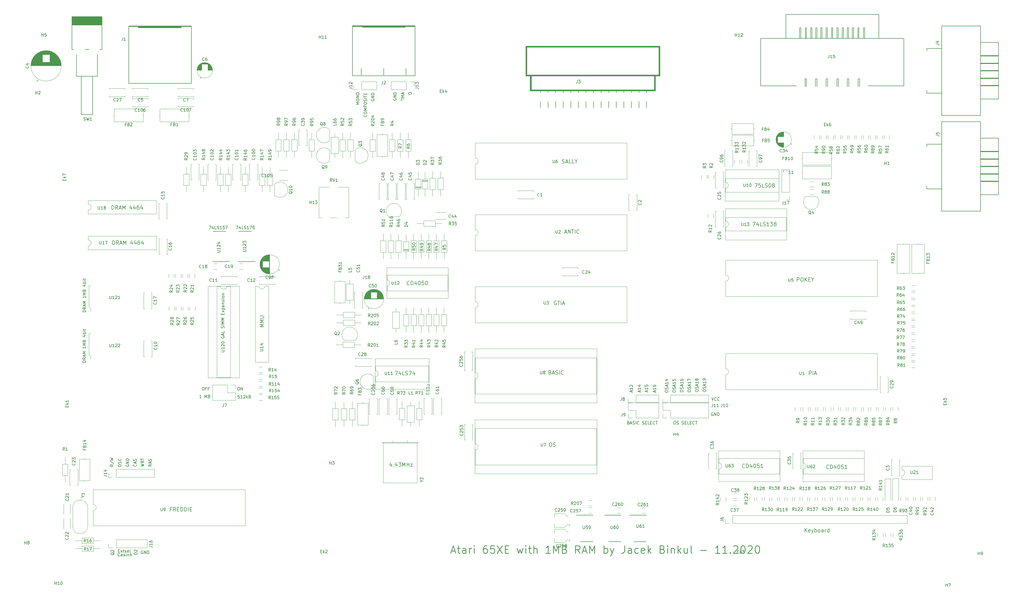
<source format=gto>
G04 #@! TF.GenerationSoftware,KiCad,Pcbnew,(5.1.0)-1*
G04 #@! TF.CreationDate,2020-11-24T21:59:56+01:00*
G04 #@! TF.ProjectId,Atari 130XE,41746172-6920-4313-9330-58452e6b6963,1.1*
G04 #@! TF.SameCoordinates,Original*
G04 #@! TF.FileFunction,Legend,Top*
G04 #@! TF.FilePolarity,Positive*
%FSLAX46Y46*%
G04 Gerber Fmt 4.6, Leading zero omitted, Abs format (unit mm)*
G04 Created by KiCad (PCBNEW (5.1.0)-1) date 2020-11-24 21:59:56*
%MOMM*%
%LPD*%
G04 APERTURE LIST*
%ADD10C,0.150000*%
%ADD11C,0.250000*%
%ADD12C,0.120000*%
%ADD13C,0.100000*%
%ADD14C,1.702000*%
%ADD15R,1.702000X1.702000*%
%ADD16O,1.802000X1.802000*%
%ADD17R,1.802000X1.802000*%
%ADD18R,1.152000X1.602000*%
%ADD19O,1.152000X1.602000*%
%ADD20O,1.702000X2.502000*%
%ADD21R,1.702000X2.502000*%
%ADD22R,1.602000X1.152000*%
%ADD23O,1.602000X1.152000*%
%ADD24O,2.502000X1.702000*%
%ADD25R,2.502000X1.702000*%
%ADD26O,1.702000X1.702000*%
%ADD27C,1.402000*%
%ADD28O,1.602000X1.602000*%
%ADD29R,1.602000X1.602000*%
%ADD30C,1.527000*%
%ADD31C,1.602000*%
%ADD32R,1.602000X0.702000*%
%ADD33C,0.802000*%
%ADD34O,2.102000X2.102000*%
%ADD35C,2.102000*%
%ADD36C,3.302000*%
%ADD37R,1.802000X3.402000*%
%ADD38C,2.602000*%
%ADD39C,3.602000*%
%ADD40O,3.602000X7.602000*%
%ADD41C,4.102000*%
%ADD42C,2.442000*%
%ADD43C,2.502000*%
%ADD44O,6.602000X3.102000*%
%ADD45C,3.102000*%
%ADD46C,3.502000*%
%ADD47C,4.502000*%
%ADD48O,14.102000X19.102000*%
%ADD49O,12.102000X15.102000*%
%ADD50R,2.102000X2.102000*%
%ADD51O,5.102000X10.102000*%
%ADD52O,10.102000X5.102000*%
%ADD53C,0.254000*%
G04 APERTURE END LIST*
D10*
X114621352Y-166885580D02*
X114145161Y-166885580D01*
X114097542Y-167361771D01*
X114145161Y-167314152D01*
X114240400Y-167266533D01*
X114478495Y-167266533D01*
X114573733Y-167314152D01*
X114621352Y-167361771D01*
X114668971Y-167457009D01*
X114668971Y-167695104D01*
X114621352Y-167790342D01*
X114573733Y-167837961D01*
X114478495Y-167885580D01*
X114240400Y-167885580D01*
X114145161Y-167837961D01*
X114097542Y-167790342D01*
X115621352Y-167885580D02*
X115049923Y-167885580D01*
X115335638Y-167885580D02*
X115335638Y-166885580D01*
X115240400Y-167028438D01*
X115145161Y-167123676D01*
X115049923Y-167171295D01*
X116002304Y-166980819D02*
X116049923Y-166933200D01*
X116145161Y-166885580D01*
X116383257Y-166885580D01*
X116478495Y-166933200D01*
X116526114Y-166980819D01*
X116573733Y-167076057D01*
X116573733Y-167171295D01*
X116526114Y-167314152D01*
X115954685Y-167885580D01*
X116573733Y-167885580D01*
X117002304Y-167885580D02*
X117002304Y-166885580D01*
X117097542Y-167504628D02*
X117383257Y-167885580D01*
X117383257Y-167218914D02*
X117002304Y-167599866D01*
X118145161Y-167361771D02*
X118288019Y-167409390D01*
X118335638Y-167457009D01*
X118383257Y-167552247D01*
X118383257Y-167695104D01*
X118335638Y-167790342D01*
X118288019Y-167837961D01*
X118192780Y-167885580D01*
X117811828Y-167885580D01*
X117811828Y-166885580D01*
X118145161Y-166885580D01*
X118240400Y-166933200D01*
X118288019Y-166980819D01*
X118335638Y-167076057D01*
X118335638Y-167171295D01*
X118288019Y-167266533D01*
X118240400Y-167314152D01*
X118145161Y-167361771D01*
X117811828Y-167361771D01*
X101840333Y-167783980D02*
X101268904Y-167783980D01*
X101554619Y-167783980D02*
X101554619Y-166783980D01*
X101459380Y-166926838D01*
X101364142Y-167022076D01*
X101268904Y-167069695D01*
X103030809Y-167783980D02*
X103030809Y-166783980D01*
X103364142Y-167498266D01*
X103697476Y-166783980D01*
X103697476Y-167783980D01*
X104507000Y-167260171D02*
X104649857Y-167307790D01*
X104697476Y-167355409D01*
X104745095Y-167450647D01*
X104745095Y-167593504D01*
X104697476Y-167688742D01*
X104649857Y-167736361D01*
X104554619Y-167783980D01*
X104173666Y-167783980D01*
X104173666Y-166783980D01*
X104507000Y-166783980D01*
X104602238Y-166831600D01*
X104649857Y-166879219D01*
X104697476Y-166974457D01*
X104697476Y-167069695D01*
X104649857Y-167164933D01*
X104602238Y-167212552D01*
X104507000Y-167260171D01*
X104173666Y-167260171D01*
X102410219Y-164218580D02*
X102600695Y-164218580D01*
X102695933Y-164266200D01*
X102791171Y-164361438D01*
X102838790Y-164551914D01*
X102838790Y-164885247D01*
X102791171Y-165075723D01*
X102695933Y-165170961D01*
X102600695Y-165218580D01*
X102410219Y-165218580D01*
X102314980Y-165170961D01*
X102219742Y-165075723D01*
X102172123Y-164885247D01*
X102172123Y-164551914D01*
X102219742Y-164361438D01*
X102314980Y-164266200D01*
X102410219Y-164218580D01*
X103600695Y-164694771D02*
X103267361Y-164694771D01*
X103267361Y-165218580D02*
X103267361Y-164218580D01*
X103743552Y-164218580D01*
X104457838Y-164694771D02*
X104124504Y-164694771D01*
X104124504Y-165218580D02*
X104124504Y-164218580D01*
X104600695Y-164218580D01*
X114275152Y-164218580D02*
X114465628Y-164218580D01*
X114560866Y-164266200D01*
X114656104Y-164361438D01*
X114703723Y-164551914D01*
X114703723Y-164885247D01*
X114656104Y-165075723D01*
X114560866Y-165170961D01*
X114465628Y-165218580D01*
X114275152Y-165218580D01*
X114179914Y-165170961D01*
X114084676Y-165075723D01*
X114037057Y-164885247D01*
X114037057Y-164551914D01*
X114084676Y-164361438D01*
X114179914Y-164266200D01*
X114275152Y-164218580D01*
X115132295Y-165218580D02*
X115132295Y-164218580D01*
X115703723Y-165218580D01*
X115703723Y-164218580D01*
X171618447Y-129786771D02*
X171557971Y-129847247D01*
X171376542Y-129907723D01*
X171255590Y-129907723D01*
X171074161Y-129847247D01*
X170953209Y-129726295D01*
X170892733Y-129605342D01*
X170832257Y-129363438D01*
X170832257Y-129182009D01*
X170892733Y-128940104D01*
X170953209Y-128819152D01*
X171074161Y-128698200D01*
X171255590Y-128637723D01*
X171376542Y-128637723D01*
X171557971Y-128698200D01*
X171618447Y-128758676D01*
X172162733Y-129907723D02*
X172162733Y-128637723D01*
X172465114Y-128637723D01*
X172646542Y-128698200D01*
X172767495Y-128819152D01*
X172827971Y-128940104D01*
X172888447Y-129182009D01*
X172888447Y-129363438D01*
X172827971Y-129605342D01*
X172767495Y-129726295D01*
X172646542Y-129847247D01*
X172465114Y-129907723D01*
X172162733Y-129907723D01*
X173977019Y-129061057D02*
X173977019Y-129907723D01*
X173674638Y-128577247D02*
X173372257Y-129484390D01*
X174158447Y-129484390D01*
X174884161Y-128637723D02*
X175005114Y-128637723D01*
X175126066Y-128698200D01*
X175186542Y-128758676D01*
X175247019Y-128879628D01*
X175307495Y-129121533D01*
X175307495Y-129423914D01*
X175247019Y-129665819D01*
X175186542Y-129786771D01*
X175126066Y-129847247D01*
X175005114Y-129907723D01*
X174884161Y-129907723D01*
X174763209Y-129847247D01*
X174702733Y-129786771D01*
X174642257Y-129665819D01*
X174581780Y-129423914D01*
X174581780Y-129121533D01*
X174642257Y-128879628D01*
X174702733Y-128758676D01*
X174763209Y-128698200D01*
X174884161Y-128637723D01*
X176456542Y-128637723D02*
X175851780Y-128637723D01*
X175791304Y-129242485D01*
X175851780Y-129182009D01*
X175972733Y-129121533D01*
X176275114Y-129121533D01*
X176396066Y-129182009D01*
X176456542Y-129242485D01*
X176517019Y-129363438D01*
X176517019Y-129665819D01*
X176456542Y-129786771D01*
X176396066Y-129847247D01*
X176275114Y-129907723D01*
X175972733Y-129907723D01*
X175851780Y-129847247D01*
X175791304Y-129786771D01*
X177303209Y-128637723D02*
X177424161Y-128637723D01*
X177545114Y-128698200D01*
X177605590Y-128758676D01*
X177666066Y-128879628D01*
X177726542Y-129121533D01*
X177726542Y-129423914D01*
X177666066Y-129665819D01*
X177605590Y-129786771D01*
X177545114Y-129847247D01*
X177424161Y-129907723D01*
X177303209Y-129907723D01*
X177182257Y-129847247D01*
X177121780Y-129786771D01*
X177061304Y-129665819D01*
X177000828Y-129423914D01*
X177000828Y-129121533D01*
X177061304Y-128879628D01*
X177121780Y-128758676D01*
X177182257Y-128698200D01*
X177303209Y-128637723D01*
X312283647Y-191407171D02*
X312223171Y-191467647D01*
X312041742Y-191528123D01*
X311920790Y-191528123D01*
X311739361Y-191467647D01*
X311618409Y-191346695D01*
X311557933Y-191225742D01*
X311497457Y-190983838D01*
X311497457Y-190802409D01*
X311557933Y-190560504D01*
X311618409Y-190439552D01*
X311739361Y-190318600D01*
X311920790Y-190258123D01*
X312041742Y-190258123D01*
X312223171Y-190318600D01*
X312283647Y-190379076D01*
X312827933Y-191528123D02*
X312827933Y-190258123D01*
X313130314Y-190258123D01*
X313311742Y-190318600D01*
X313432695Y-190439552D01*
X313493171Y-190560504D01*
X313553647Y-190802409D01*
X313553647Y-190983838D01*
X313493171Y-191225742D01*
X313432695Y-191346695D01*
X313311742Y-191467647D01*
X313130314Y-191528123D01*
X312827933Y-191528123D01*
X314642219Y-190681457D02*
X314642219Y-191528123D01*
X314339838Y-190197647D02*
X314037457Y-191104790D01*
X314823647Y-191104790D01*
X315549361Y-190258123D02*
X315670314Y-190258123D01*
X315791266Y-190318600D01*
X315851742Y-190379076D01*
X315912219Y-190500028D01*
X315972695Y-190741933D01*
X315972695Y-191044314D01*
X315912219Y-191286219D01*
X315851742Y-191407171D01*
X315791266Y-191467647D01*
X315670314Y-191528123D01*
X315549361Y-191528123D01*
X315428409Y-191467647D01*
X315367933Y-191407171D01*
X315307457Y-191286219D01*
X315246980Y-191044314D01*
X315246980Y-190741933D01*
X315307457Y-190500028D01*
X315367933Y-190379076D01*
X315428409Y-190318600D01*
X315549361Y-190258123D01*
X317121742Y-190258123D02*
X316516980Y-190258123D01*
X316456504Y-190862885D01*
X316516980Y-190802409D01*
X316637933Y-190741933D01*
X316940314Y-190741933D01*
X317061266Y-190802409D01*
X317121742Y-190862885D01*
X317182219Y-190983838D01*
X317182219Y-191286219D01*
X317121742Y-191407171D01*
X317061266Y-191467647D01*
X316940314Y-191528123D01*
X316637933Y-191528123D01*
X316516980Y-191467647D01*
X316456504Y-191407171D01*
X318391742Y-191528123D02*
X317666028Y-191528123D01*
X318028885Y-191528123D02*
X318028885Y-190258123D01*
X317907933Y-190439552D01*
X317786980Y-190560504D01*
X317666028Y-190620980D01*
X284089647Y-191076971D02*
X284029171Y-191137447D01*
X283847742Y-191197923D01*
X283726790Y-191197923D01*
X283545361Y-191137447D01*
X283424409Y-191016495D01*
X283363933Y-190895542D01*
X283303457Y-190653638D01*
X283303457Y-190472209D01*
X283363933Y-190230304D01*
X283424409Y-190109352D01*
X283545361Y-189988400D01*
X283726790Y-189927923D01*
X283847742Y-189927923D01*
X284029171Y-189988400D01*
X284089647Y-190048876D01*
X284633933Y-191197923D02*
X284633933Y-189927923D01*
X284936314Y-189927923D01*
X285117742Y-189988400D01*
X285238695Y-190109352D01*
X285299171Y-190230304D01*
X285359647Y-190472209D01*
X285359647Y-190653638D01*
X285299171Y-190895542D01*
X285238695Y-191016495D01*
X285117742Y-191137447D01*
X284936314Y-191197923D01*
X284633933Y-191197923D01*
X286448219Y-190351257D02*
X286448219Y-191197923D01*
X286145838Y-189867447D02*
X285843457Y-190774590D01*
X286629647Y-190774590D01*
X287355361Y-189927923D02*
X287476314Y-189927923D01*
X287597266Y-189988400D01*
X287657742Y-190048876D01*
X287718219Y-190169828D01*
X287778695Y-190411733D01*
X287778695Y-190714114D01*
X287718219Y-190956019D01*
X287657742Y-191076971D01*
X287597266Y-191137447D01*
X287476314Y-191197923D01*
X287355361Y-191197923D01*
X287234409Y-191137447D01*
X287173933Y-191076971D01*
X287113457Y-190956019D01*
X287052980Y-190714114D01*
X287052980Y-190411733D01*
X287113457Y-190169828D01*
X287173933Y-190048876D01*
X287234409Y-189988400D01*
X287355361Y-189927923D01*
X288927742Y-189927923D02*
X288322980Y-189927923D01*
X288262504Y-190532685D01*
X288322980Y-190472209D01*
X288443933Y-190411733D01*
X288746314Y-190411733D01*
X288867266Y-190472209D01*
X288927742Y-190532685D01*
X288988219Y-190653638D01*
X288988219Y-190956019D01*
X288927742Y-191076971D01*
X288867266Y-191137447D01*
X288746314Y-191197923D01*
X288443933Y-191197923D01*
X288322980Y-191137447D01*
X288262504Y-191076971D01*
X290197742Y-191197923D02*
X289472028Y-191197923D01*
X289834885Y-191197923D02*
X289834885Y-189927923D01*
X289713933Y-190109352D01*
X289592980Y-190230304D01*
X289472028Y-190290780D01*
X74494123Y-220749342D02*
X74446504Y-220796961D01*
X74303647Y-220844580D01*
X74208409Y-220844580D01*
X74065552Y-220796961D01*
X73970314Y-220701723D01*
X73922695Y-220606485D01*
X73875076Y-220416009D01*
X73875076Y-220273152D01*
X73922695Y-220082676D01*
X73970314Y-219987438D01*
X74065552Y-219892200D01*
X74208409Y-219844580D01*
X74303647Y-219844580D01*
X74446504Y-219892200D01*
X74494123Y-219939819D01*
X75351266Y-220844580D02*
X75351266Y-220320771D01*
X75303647Y-220225533D01*
X75208409Y-220177914D01*
X75017933Y-220177914D01*
X74922695Y-220225533D01*
X75351266Y-220796961D02*
X75256028Y-220844580D01*
X75017933Y-220844580D01*
X74922695Y-220796961D01*
X74875076Y-220701723D01*
X74875076Y-220606485D01*
X74922695Y-220511247D01*
X75017933Y-220463628D01*
X75256028Y-220463628D01*
X75351266Y-220416009D01*
X75779838Y-220796961D02*
X75875076Y-220844580D01*
X76065552Y-220844580D01*
X76160790Y-220796961D01*
X76208409Y-220701723D01*
X76208409Y-220654104D01*
X76160790Y-220558866D01*
X76065552Y-220511247D01*
X75922695Y-220511247D01*
X75827457Y-220463628D01*
X75779838Y-220368390D01*
X75779838Y-220320771D01*
X75827457Y-220225533D01*
X75922695Y-220177914D01*
X76065552Y-220177914D01*
X76160790Y-220225533D01*
X76636980Y-220844580D02*
X76636980Y-220177914D01*
X76636980Y-219844580D02*
X76589361Y-219892200D01*
X76636980Y-219939819D01*
X76684600Y-219892200D01*
X76636980Y-219844580D01*
X76636980Y-219939819D01*
X77113171Y-220177914D02*
X77113171Y-220844580D01*
X77113171Y-220273152D02*
X77160790Y-220225533D01*
X77256028Y-220177914D01*
X77398885Y-220177914D01*
X77494123Y-220225533D01*
X77541742Y-220320771D01*
X77541742Y-220844580D01*
X78017933Y-220844580D02*
X78017933Y-219844580D01*
X78446504Y-220844580D02*
X78446504Y-220320771D01*
X78398885Y-220225533D01*
X78303647Y-220177914D01*
X78160790Y-220177914D01*
X78065552Y-220225533D01*
X78017933Y-220273152D01*
X74006800Y-219050771D02*
X74340133Y-219050771D01*
X74482990Y-219574580D02*
X74006800Y-219574580D01*
X74006800Y-218574580D01*
X74482990Y-218574580D01*
X74816323Y-219574580D02*
X75340133Y-218907914D01*
X74816323Y-218907914D02*
X75340133Y-219574580D01*
X75578228Y-218907914D02*
X75959180Y-218907914D01*
X75721085Y-218574580D02*
X75721085Y-219431723D01*
X75768704Y-219526961D01*
X75863942Y-219574580D01*
X75959180Y-219574580D01*
X76244895Y-219526961D02*
X76340133Y-219574580D01*
X76530609Y-219574580D01*
X76625847Y-219526961D01*
X76673466Y-219431723D01*
X76673466Y-219384104D01*
X76625847Y-219288866D01*
X76530609Y-219241247D01*
X76387752Y-219241247D01*
X76292514Y-219193628D01*
X76244895Y-219098390D01*
X76244895Y-219050771D01*
X76292514Y-218955533D01*
X76387752Y-218907914D01*
X76530609Y-218907914D01*
X76625847Y-218955533D01*
X77482990Y-219526961D02*
X77387752Y-219574580D01*
X77197276Y-219574580D01*
X77102038Y-219526961D01*
X77054419Y-219431723D01*
X77054419Y-219050771D01*
X77102038Y-218955533D01*
X77197276Y-218907914D01*
X77387752Y-218907914D01*
X77482990Y-218955533D01*
X77530609Y-219050771D01*
X77530609Y-219146009D01*
X77054419Y-219241247D01*
X78102038Y-219574580D02*
X78006800Y-219526961D01*
X77959180Y-219431723D01*
X77959180Y-218574580D01*
X72642819Y-219700038D02*
X72595200Y-219795276D01*
X72499961Y-219890514D01*
X72357104Y-220033371D01*
X72309485Y-220128609D01*
X72309485Y-220223847D01*
X72547580Y-220176228D02*
X72499961Y-220271466D01*
X72404723Y-220366704D01*
X72214247Y-220414323D01*
X71880914Y-220414323D01*
X71690438Y-220366704D01*
X71595200Y-220271466D01*
X71547580Y-220176228D01*
X71547580Y-219985752D01*
X71595200Y-219890514D01*
X71690438Y-219795276D01*
X71880914Y-219747657D01*
X72214247Y-219747657D01*
X72404723Y-219795276D01*
X72499961Y-219890514D01*
X72547580Y-219985752D01*
X72547580Y-220176228D01*
X71642819Y-219366704D02*
X71595200Y-219319085D01*
X71547580Y-219223847D01*
X71547580Y-218985752D01*
X71595200Y-218890514D01*
X71642819Y-218842895D01*
X71738057Y-218795276D01*
X71833295Y-218795276D01*
X71976152Y-218842895D01*
X72547580Y-219414323D01*
X72547580Y-218795276D01*
X82204495Y-219104800D02*
X82109257Y-219057180D01*
X81966400Y-219057180D01*
X81823542Y-219104800D01*
X81728304Y-219200038D01*
X81680685Y-219295276D01*
X81633066Y-219485752D01*
X81633066Y-219628609D01*
X81680685Y-219819085D01*
X81728304Y-219914323D01*
X81823542Y-220009561D01*
X81966400Y-220057180D01*
X82061638Y-220057180D01*
X82204495Y-220009561D01*
X82252114Y-219961942D01*
X82252114Y-219628609D01*
X82061638Y-219628609D01*
X82680685Y-220057180D02*
X82680685Y-219057180D01*
X83252114Y-220057180D01*
X83252114Y-219057180D01*
X83728304Y-220057180D02*
X83728304Y-219057180D01*
X83966400Y-219057180D01*
X84109257Y-219104800D01*
X84204495Y-219200038D01*
X84252114Y-219295276D01*
X84299733Y-219485752D01*
X84299733Y-219628609D01*
X84252114Y-219819085D01*
X84204495Y-219914323D01*
X84109257Y-220009561D01*
X83966400Y-220057180D01*
X83728304Y-220057180D01*
X79319980Y-220100028D02*
X79319980Y-219909552D01*
X79367600Y-219814314D01*
X79462838Y-219719076D01*
X79653314Y-219671457D01*
X79986647Y-219671457D01*
X80177123Y-219719076D01*
X80272361Y-219814314D01*
X80319980Y-219909552D01*
X80319980Y-220100028D01*
X80272361Y-220195266D01*
X80177123Y-220290504D01*
X79986647Y-220338123D01*
X79653314Y-220338123D01*
X79462838Y-220290504D01*
X79367600Y-220195266D01*
X79319980Y-220100028D01*
X79415219Y-219290504D02*
X79367600Y-219242885D01*
X79319980Y-219147647D01*
X79319980Y-218909552D01*
X79367600Y-218814314D01*
X79415219Y-218766695D01*
X79510457Y-218719076D01*
X79605695Y-218719076D01*
X79748552Y-218766695D01*
X80319980Y-219338123D01*
X80319980Y-218719076D01*
X157262942Y-72924142D02*
X157310561Y-72971761D01*
X157358180Y-73114619D01*
X157358180Y-73209857D01*
X157310561Y-73352714D01*
X157215323Y-73447952D01*
X157120085Y-73495571D01*
X156929609Y-73543190D01*
X156786752Y-73543190D01*
X156596276Y-73495571D01*
X156501038Y-73447952D01*
X156405800Y-73352714D01*
X156358180Y-73209857D01*
X156358180Y-73114619D01*
X156405800Y-72971761D01*
X156453419Y-72924142D01*
X156358180Y-72305095D02*
X156358180Y-72114619D01*
X156405800Y-72019380D01*
X156501038Y-71924142D01*
X156691514Y-71876523D01*
X157024847Y-71876523D01*
X157215323Y-71924142D01*
X157310561Y-72019380D01*
X157358180Y-72114619D01*
X157358180Y-72305095D01*
X157310561Y-72400333D01*
X157215323Y-72495571D01*
X157024847Y-72543190D01*
X156691514Y-72543190D01*
X156501038Y-72495571D01*
X156405800Y-72400333D01*
X156358180Y-72305095D01*
X157358180Y-71447952D02*
X156358180Y-71447952D01*
X157072466Y-71114619D01*
X156358180Y-70781285D01*
X157358180Y-70781285D01*
X157358180Y-70305095D02*
X156358180Y-70305095D01*
X156358180Y-69924142D01*
X156405800Y-69828904D01*
X156453419Y-69781285D01*
X156548657Y-69733666D01*
X156691514Y-69733666D01*
X156786752Y-69781285D01*
X156834371Y-69828904D01*
X156881990Y-69924142D01*
X156881990Y-70305095D01*
X156358180Y-69114619D02*
X156358180Y-68924142D01*
X156405800Y-68828904D01*
X156501038Y-68733666D01*
X156691514Y-68686047D01*
X157024847Y-68686047D01*
X157215323Y-68733666D01*
X157310561Y-68828904D01*
X157358180Y-68924142D01*
X157358180Y-69114619D01*
X157310561Y-69209857D01*
X157215323Y-69305095D01*
X157024847Y-69352714D01*
X156691514Y-69352714D01*
X156501038Y-69305095D01*
X156405800Y-69209857D01*
X156358180Y-69114619D01*
X157310561Y-68305095D02*
X157358180Y-68162238D01*
X157358180Y-67924142D01*
X157310561Y-67828904D01*
X157262942Y-67781285D01*
X157167704Y-67733666D01*
X157072466Y-67733666D01*
X156977228Y-67781285D01*
X156929609Y-67828904D01*
X156881990Y-67924142D01*
X156834371Y-68114619D01*
X156786752Y-68209857D01*
X156739133Y-68257476D01*
X156643895Y-68305095D01*
X156548657Y-68305095D01*
X156453419Y-68257476D01*
X156405800Y-68209857D01*
X156358180Y-68114619D01*
X156358180Y-67876523D01*
X156405800Y-67733666D01*
X157358180Y-67305095D02*
X156358180Y-67305095D01*
X156358180Y-66971761D02*
X156358180Y-66400333D01*
X157358180Y-66686047D02*
X156358180Y-66686047D01*
X156834371Y-66067000D02*
X156834371Y-65733666D01*
X157358180Y-65590809D02*
X157358180Y-66067000D01*
X156358180Y-66067000D01*
X156358180Y-65590809D01*
X172083866Y-69431809D02*
X172083866Y-68955619D01*
X172369580Y-69527047D02*
X171369580Y-69193714D01*
X172369580Y-68860380D01*
X171369580Y-68527047D02*
X172179104Y-68527047D01*
X172274342Y-68479428D01*
X172321961Y-68431809D01*
X172369580Y-68336571D01*
X172369580Y-68146095D01*
X172321961Y-68050857D01*
X172274342Y-68003238D01*
X172179104Y-67955619D01*
X171369580Y-67955619D01*
X172369580Y-67479428D02*
X171369580Y-67479428D01*
X171369580Y-67241333D01*
X171417200Y-67098476D01*
X171512438Y-67003238D01*
X171607676Y-66955619D01*
X171798152Y-66908000D01*
X171941009Y-66908000D01*
X172131485Y-66955619D01*
X172226723Y-67003238D01*
X172321961Y-67098476D01*
X172369580Y-67241333D01*
X172369580Y-67479428D01*
X172369580Y-66479428D02*
X171369580Y-66479428D01*
X171369580Y-65812761D02*
X171369580Y-65622285D01*
X171417200Y-65527047D01*
X171512438Y-65431809D01*
X171702914Y-65384190D01*
X172036247Y-65384190D01*
X172226723Y-65431809D01*
X172321961Y-65527047D01*
X172369580Y-65622285D01*
X172369580Y-65812761D01*
X172321961Y-65908000D01*
X172226723Y-66003238D01*
X172036247Y-66050857D01*
X171702914Y-66050857D01*
X171512438Y-66003238D01*
X171417200Y-65908000D01*
X171369580Y-65812761D01*
X169759742Y-70560495D02*
X169807361Y-70608114D01*
X169854980Y-70750971D01*
X169854980Y-70846209D01*
X169807361Y-70989066D01*
X169712123Y-71084304D01*
X169616885Y-71131923D01*
X169426409Y-71179542D01*
X169283552Y-71179542D01*
X169093076Y-71131923D01*
X168997838Y-71084304D01*
X168902600Y-70989066D01*
X168854980Y-70846209D01*
X168854980Y-70750971D01*
X168902600Y-70608114D01*
X168950219Y-70560495D01*
X169854980Y-70131923D02*
X168854980Y-70131923D01*
X169331171Y-70131923D02*
X169331171Y-69560495D01*
X169854980Y-69560495D02*
X168854980Y-69560495D01*
X169854980Y-68512876D02*
X169378790Y-68846209D01*
X169854980Y-69084304D02*
X168854980Y-69084304D01*
X168854980Y-68703352D01*
X168902600Y-68608114D01*
X168950219Y-68560495D01*
X169045457Y-68512876D01*
X169188314Y-68512876D01*
X169283552Y-68560495D01*
X169331171Y-68608114D01*
X169378790Y-68703352D01*
X169378790Y-69084304D01*
X168854980Y-67893828D02*
X168854980Y-67703352D01*
X168902600Y-67608114D01*
X168997838Y-67512876D01*
X169188314Y-67465257D01*
X169521647Y-67465257D01*
X169712123Y-67512876D01*
X169807361Y-67608114D01*
X169854980Y-67703352D01*
X169854980Y-67893828D01*
X169807361Y-67989066D01*
X169712123Y-68084304D01*
X169521647Y-68131923D01*
X169188314Y-68131923D01*
X168997838Y-68084304D01*
X168902600Y-67989066D01*
X168854980Y-67893828D01*
X169854980Y-67036685D02*
X168854980Y-67036685D01*
X169569266Y-66703352D01*
X168854980Y-66370019D01*
X169854980Y-66370019D01*
X169569266Y-65941447D02*
X169569266Y-65465257D01*
X169854980Y-66036685D02*
X168854980Y-65703352D01*
X169854980Y-65370019D01*
X166311800Y-67458704D02*
X166264180Y-67553942D01*
X166264180Y-67696800D01*
X166311800Y-67839657D01*
X166407038Y-67934895D01*
X166502276Y-67982514D01*
X166692752Y-68030133D01*
X166835609Y-68030133D01*
X167026085Y-67982514D01*
X167121323Y-67934895D01*
X167216561Y-67839657D01*
X167264180Y-67696800D01*
X167264180Y-67601561D01*
X167216561Y-67458704D01*
X167168942Y-67411085D01*
X166835609Y-67411085D01*
X166835609Y-67601561D01*
X167264180Y-66982514D02*
X166264180Y-66982514D01*
X167264180Y-66411085D01*
X166264180Y-66411085D01*
X167264180Y-65934895D02*
X166264180Y-65934895D01*
X166264180Y-65696800D01*
X166311800Y-65553942D01*
X166407038Y-65458704D01*
X166502276Y-65411085D01*
X166692752Y-65363466D01*
X166835609Y-65363466D01*
X167026085Y-65411085D01*
X167121323Y-65458704D01*
X167216561Y-65553942D01*
X167264180Y-65696800D01*
X167264180Y-65934895D01*
X158869600Y-67636504D02*
X158821980Y-67731742D01*
X158821980Y-67874600D01*
X158869600Y-68017457D01*
X158964838Y-68112695D01*
X159060076Y-68160314D01*
X159250552Y-68207933D01*
X159393409Y-68207933D01*
X159583885Y-68160314D01*
X159679123Y-68112695D01*
X159774361Y-68017457D01*
X159821980Y-67874600D01*
X159821980Y-67779361D01*
X159774361Y-67636504D01*
X159726742Y-67588885D01*
X159393409Y-67588885D01*
X159393409Y-67779361D01*
X159821980Y-67160314D02*
X158821980Y-67160314D01*
X159821980Y-66588885D01*
X158821980Y-66588885D01*
X159821980Y-66112695D02*
X158821980Y-66112695D01*
X158821980Y-65874600D01*
X158869600Y-65731742D01*
X158964838Y-65636504D01*
X159060076Y-65588885D01*
X159250552Y-65541266D01*
X159393409Y-65541266D01*
X159583885Y-65588885D01*
X159679123Y-65636504D01*
X159774361Y-65731742D01*
X159821980Y-65874600D01*
X159821980Y-66112695D01*
X154767380Y-69338161D02*
X153767380Y-69338161D01*
X154481666Y-69004828D01*
X153767380Y-68671495D01*
X154767380Y-68671495D01*
X153767380Y-68004828D02*
X153767380Y-67814352D01*
X153815000Y-67719114D01*
X153910238Y-67623876D01*
X154100714Y-67576257D01*
X154434047Y-67576257D01*
X154624523Y-67623876D01*
X154719761Y-67719114D01*
X154767380Y-67814352D01*
X154767380Y-68004828D01*
X154719761Y-68100066D01*
X154624523Y-68195304D01*
X154434047Y-68242923D01*
X154100714Y-68242923D01*
X153910238Y-68195304D01*
X153815000Y-68100066D01*
X153767380Y-68004828D01*
X154767380Y-67147685D02*
X153767380Y-67147685D01*
X154767380Y-66576257D01*
X153767380Y-66576257D01*
X153767380Y-65909590D02*
X153767380Y-65719114D01*
X153815000Y-65623876D01*
X153910238Y-65528638D01*
X154100714Y-65481019D01*
X154434047Y-65481019D01*
X154624523Y-65528638D01*
X154719761Y-65623876D01*
X154767380Y-65719114D01*
X154767380Y-65909590D01*
X154719761Y-66004828D01*
X154624523Y-66100066D01*
X154434047Y-66147685D01*
X154100714Y-66147685D01*
X153910238Y-66100066D01*
X153815000Y-66004828D01*
X153767380Y-65909590D01*
X85145980Y-190101038D02*
X84669790Y-190434371D01*
X85145980Y-190672466D02*
X84145980Y-190672466D01*
X84145980Y-190291514D01*
X84193600Y-190196276D01*
X84241219Y-190148657D01*
X84336457Y-190101038D01*
X84479314Y-190101038D01*
X84574552Y-190148657D01*
X84622171Y-190196276D01*
X84669790Y-190291514D01*
X84669790Y-190672466D01*
X84860266Y-189720085D02*
X84860266Y-189243895D01*
X85145980Y-189815323D02*
X84145980Y-189481990D01*
X85145980Y-189148657D01*
X85098361Y-188862942D02*
X85145980Y-188720085D01*
X85145980Y-188481990D01*
X85098361Y-188386752D01*
X85050742Y-188339133D01*
X84955504Y-188291514D01*
X84860266Y-188291514D01*
X84765028Y-188339133D01*
X84717409Y-188386752D01*
X84669790Y-188481990D01*
X84622171Y-188672466D01*
X84574552Y-188767704D01*
X84526933Y-188815323D01*
X84431695Y-188862942D01*
X84336457Y-188862942D01*
X84241219Y-188815323D01*
X84193600Y-188767704D01*
X84145980Y-188672466D01*
X84145980Y-188434371D01*
X84193600Y-188291514D01*
X81555180Y-190739123D02*
X82555180Y-190501028D01*
X81840895Y-190310552D01*
X82555180Y-190120076D01*
X81555180Y-189881980D01*
X82555180Y-188929600D02*
X82078990Y-189262933D01*
X82555180Y-189501028D02*
X81555180Y-189501028D01*
X81555180Y-189120076D01*
X81602800Y-189024838D01*
X81650419Y-188977219D01*
X81745657Y-188929600D01*
X81888514Y-188929600D01*
X81983752Y-188977219D01*
X82031371Y-189024838D01*
X82078990Y-189120076D01*
X82078990Y-189501028D01*
X81555180Y-188643885D02*
X81555180Y-188072457D01*
X82555180Y-188358171D02*
X81555180Y-188358171D01*
X80021542Y-190126438D02*
X80069161Y-190174057D01*
X80116780Y-190316914D01*
X80116780Y-190412152D01*
X80069161Y-190555009D01*
X79973923Y-190650247D01*
X79878685Y-190697866D01*
X79688209Y-190745485D01*
X79545352Y-190745485D01*
X79354876Y-190697866D01*
X79259638Y-190650247D01*
X79164400Y-190555009D01*
X79116780Y-190412152D01*
X79116780Y-190316914D01*
X79164400Y-190174057D01*
X79212019Y-190126438D01*
X79831066Y-189745485D02*
X79831066Y-189269295D01*
X80116780Y-189840723D02*
X79116780Y-189507390D01*
X80116780Y-189174057D01*
X80069161Y-188888342D02*
X80116780Y-188745485D01*
X80116780Y-188507390D01*
X80069161Y-188412152D01*
X80021542Y-188364533D01*
X79926304Y-188316914D01*
X79831066Y-188316914D01*
X79735828Y-188364533D01*
X79688209Y-188412152D01*
X79640590Y-188507390D01*
X79592971Y-188697866D01*
X79545352Y-188793104D01*
X79497733Y-188840723D01*
X79402495Y-188888342D01*
X79307257Y-188888342D01*
X79212019Y-188840723D01*
X79164400Y-188793104D01*
X79116780Y-188697866D01*
X79116780Y-188459771D01*
X79164400Y-188316914D01*
X76624400Y-190242304D02*
X76576780Y-190337542D01*
X76576780Y-190480400D01*
X76624400Y-190623257D01*
X76719638Y-190718495D01*
X76814876Y-190766114D01*
X77005352Y-190813733D01*
X77148209Y-190813733D01*
X77338685Y-190766114D01*
X77433923Y-190718495D01*
X77529161Y-190623257D01*
X77576780Y-190480400D01*
X77576780Y-190385161D01*
X77529161Y-190242304D01*
X77481542Y-190194685D01*
X77148209Y-190194685D01*
X77148209Y-190385161D01*
X77576780Y-189766114D02*
X76576780Y-189766114D01*
X77576780Y-189194685D01*
X76576780Y-189194685D01*
X77576780Y-188718495D02*
X76576780Y-188718495D01*
X76576780Y-188480400D01*
X76624400Y-188337542D01*
X76719638Y-188242304D01*
X76814876Y-188194685D01*
X77005352Y-188147066D01*
X77148209Y-188147066D01*
X77338685Y-188194685D01*
X77433923Y-188242304D01*
X77529161Y-188337542D01*
X77576780Y-188480400D01*
X77576780Y-188718495D01*
X73960580Y-190602628D02*
X73960580Y-190412152D01*
X74008200Y-190316914D01*
X74103438Y-190221676D01*
X74293914Y-190174057D01*
X74627247Y-190174057D01*
X74817723Y-190221676D01*
X74912961Y-190316914D01*
X74960580Y-190412152D01*
X74960580Y-190602628D01*
X74912961Y-190697866D01*
X74817723Y-190793104D01*
X74627247Y-190840723D01*
X74293914Y-190840723D01*
X74103438Y-190793104D01*
X74008200Y-190697866D01*
X73960580Y-190602628D01*
X74912961Y-189793104D02*
X74960580Y-189650247D01*
X74960580Y-189412152D01*
X74912961Y-189316914D01*
X74865342Y-189269295D01*
X74770104Y-189221676D01*
X74674866Y-189221676D01*
X74579628Y-189269295D01*
X74532009Y-189316914D01*
X74484390Y-189412152D01*
X74436771Y-189602628D01*
X74389152Y-189697866D01*
X74341533Y-189745485D01*
X74246295Y-189793104D01*
X74151057Y-189793104D01*
X74055819Y-189745485D01*
X74008200Y-189697866D01*
X73960580Y-189602628D01*
X73960580Y-189364533D01*
X74008200Y-189221676D01*
X74865342Y-188221676D02*
X74912961Y-188269295D01*
X74960580Y-188412152D01*
X74960580Y-188507390D01*
X74912961Y-188650247D01*
X74817723Y-188745485D01*
X74722485Y-188793104D01*
X74532009Y-188840723D01*
X74389152Y-188840723D01*
X74198676Y-188793104D01*
X74103438Y-188745485D01*
X74008200Y-188650247D01*
X73960580Y-188507390D01*
X73960580Y-188412152D01*
X74008200Y-188269295D01*
X74055819Y-188221676D01*
X72293580Y-190139114D02*
X71817390Y-190472447D01*
X72293580Y-190710542D02*
X71293580Y-190710542D01*
X71293580Y-190329590D01*
X71341200Y-190234352D01*
X71388819Y-190186733D01*
X71484057Y-190139114D01*
X71626914Y-190139114D01*
X71722152Y-190186733D01*
X71769771Y-190234352D01*
X71817390Y-190329590D01*
X71817390Y-190710542D01*
X71245961Y-188996257D02*
X72531676Y-189853400D01*
X71293580Y-188758161D02*
X72293580Y-188520066D01*
X71579295Y-188329590D01*
X72293580Y-188139114D01*
X71293580Y-187901019D01*
X286777209Y-108876523D02*
X287623876Y-108876523D01*
X287079590Y-110146523D01*
X288651971Y-109299857D02*
X288651971Y-110146523D01*
X288349590Y-108816047D02*
X288047209Y-109723190D01*
X288833400Y-109723190D01*
X289921971Y-110146523D02*
X289317209Y-110146523D01*
X289317209Y-108876523D01*
X290284828Y-110086047D02*
X290466257Y-110146523D01*
X290768638Y-110146523D01*
X290889590Y-110086047D01*
X290950066Y-110025571D01*
X291010542Y-109904619D01*
X291010542Y-109783666D01*
X290950066Y-109662714D01*
X290889590Y-109602238D01*
X290768638Y-109541761D01*
X290526733Y-109481285D01*
X290405780Y-109420809D01*
X290345304Y-109360333D01*
X290284828Y-109239380D01*
X290284828Y-109118428D01*
X290345304Y-108997476D01*
X290405780Y-108937000D01*
X290526733Y-108876523D01*
X290829114Y-108876523D01*
X291010542Y-108937000D01*
X292220066Y-110146523D02*
X291494352Y-110146523D01*
X291857209Y-110146523D02*
X291857209Y-108876523D01*
X291736257Y-109057952D01*
X291615304Y-109178904D01*
X291494352Y-109239380D01*
X292643400Y-108876523D02*
X293429590Y-108876523D01*
X293006257Y-109360333D01*
X293187685Y-109360333D01*
X293308638Y-109420809D01*
X293369114Y-109481285D01*
X293429590Y-109602238D01*
X293429590Y-109904619D01*
X293369114Y-110025571D01*
X293308638Y-110086047D01*
X293187685Y-110146523D01*
X292824828Y-110146523D01*
X292703876Y-110086047D01*
X292643400Y-110025571D01*
X294155304Y-109420809D02*
X294034352Y-109360333D01*
X293973876Y-109299857D01*
X293913400Y-109178904D01*
X293913400Y-109118428D01*
X293973876Y-108997476D01*
X294034352Y-108937000D01*
X294155304Y-108876523D01*
X294397209Y-108876523D01*
X294518161Y-108937000D01*
X294578638Y-108997476D01*
X294639114Y-109118428D01*
X294639114Y-109178904D01*
X294578638Y-109299857D01*
X294518161Y-109360333D01*
X294397209Y-109420809D01*
X294155304Y-109420809D01*
X294034352Y-109481285D01*
X293973876Y-109541761D01*
X293913400Y-109662714D01*
X293913400Y-109904619D01*
X293973876Y-110025571D01*
X294034352Y-110086047D01*
X294155304Y-110146523D01*
X294397209Y-110146523D01*
X294518161Y-110086047D01*
X294578638Y-110025571D01*
X294639114Y-109904619D01*
X294639114Y-109662714D01*
X294578638Y-109541761D01*
X294518161Y-109481285D01*
X294397209Y-109420809D01*
X287458171Y-95897123D02*
X288304838Y-95897123D01*
X287760552Y-97167123D01*
X289393409Y-95897123D02*
X288788647Y-95897123D01*
X288728171Y-96501885D01*
X288788647Y-96441409D01*
X288909600Y-96380933D01*
X289211980Y-96380933D01*
X289332933Y-96441409D01*
X289393409Y-96501885D01*
X289453885Y-96622838D01*
X289453885Y-96925219D01*
X289393409Y-97046171D01*
X289332933Y-97106647D01*
X289211980Y-97167123D01*
X288909600Y-97167123D01*
X288788647Y-97106647D01*
X288728171Y-97046171D01*
X290602933Y-97167123D02*
X289998171Y-97167123D01*
X289998171Y-95897123D01*
X290965790Y-97106647D02*
X291147219Y-97167123D01*
X291449600Y-97167123D01*
X291570552Y-97106647D01*
X291631028Y-97046171D01*
X291691504Y-96925219D01*
X291691504Y-96804266D01*
X291631028Y-96683314D01*
X291570552Y-96622838D01*
X291449600Y-96562361D01*
X291207695Y-96501885D01*
X291086742Y-96441409D01*
X291026266Y-96380933D01*
X290965790Y-96259980D01*
X290965790Y-96139028D01*
X291026266Y-96018076D01*
X291086742Y-95957600D01*
X291207695Y-95897123D01*
X291510076Y-95897123D01*
X291691504Y-95957600D01*
X292477695Y-95897123D02*
X292598647Y-95897123D01*
X292719600Y-95957600D01*
X292780076Y-96018076D01*
X292840552Y-96139028D01*
X292901028Y-96380933D01*
X292901028Y-96683314D01*
X292840552Y-96925219D01*
X292780076Y-97046171D01*
X292719600Y-97106647D01*
X292598647Y-97167123D01*
X292477695Y-97167123D01*
X292356742Y-97106647D01*
X292296266Y-97046171D01*
X292235790Y-96925219D01*
X292175314Y-96683314D01*
X292175314Y-96380933D01*
X292235790Y-96139028D01*
X292296266Y-96018076D01*
X292356742Y-95957600D01*
X292477695Y-95897123D01*
X293626742Y-96441409D02*
X293505790Y-96380933D01*
X293445314Y-96320457D01*
X293384838Y-96199504D01*
X293384838Y-96139028D01*
X293445314Y-96018076D01*
X293505790Y-95957600D01*
X293626742Y-95897123D01*
X293868647Y-95897123D01*
X293989600Y-95957600D01*
X294050076Y-96018076D01*
X294110552Y-96139028D01*
X294110552Y-96199504D01*
X294050076Y-96320457D01*
X293989600Y-96380933D01*
X293868647Y-96441409D01*
X293626742Y-96441409D01*
X293505790Y-96501885D01*
X293445314Y-96562361D01*
X293384838Y-96683314D01*
X293384838Y-96925219D01*
X293445314Y-97046171D01*
X293505790Y-97106647D01*
X293626742Y-97167123D01*
X293868647Y-97167123D01*
X293989600Y-97106647D01*
X294050076Y-97046171D01*
X294110552Y-96925219D01*
X294110552Y-96683314D01*
X294050076Y-96562361D01*
X293989600Y-96501885D01*
X293868647Y-96441409D01*
X113502352Y-110167380D02*
X114169019Y-110167380D01*
X113740447Y-111167380D01*
X114978542Y-110500714D02*
X114978542Y-111167380D01*
X114740447Y-110119761D02*
X114502352Y-110834047D01*
X115121400Y-110834047D01*
X115978542Y-111167380D02*
X115502352Y-111167380D01*
X115502352Y-110167380D01*
X116264257Y-111119761D02*
X116407114Y-111167380D01*
X116645209Y-111167380D01*
X116740447Y-111119761D01*
X116788066Y-111072142D01*
X116835685Y-110976904D01*
X116835685Y-110881666D01*
X116788066Y-110786428D01*
X116740447Y-110738809D01*
X116645209Y-110691190D01*
X116454733Y-110643571D01*
X116359495Y-110595952D01*
X116311876Y-110548333D01*
X116264257Y-110453095D01*
X116264257Y-110357857D01*
X116311876Y-110262619D01*
X116359495Y-110215000D01*
X116454733Y-110167380D01*
X116692828Y-110167380D01*
X116835685Y-110215000D01*
X117788066Y-111167380D02*
X117216638Y-111167380D01*
X117502352Y-111167380D02*
X117502352Y-110167380D01*
X117407114Y-110310238D01*
X117311876Y-110405476D01*
X117216638Y-110453095D01*
X118121400Y-110167380D02*
X118788066Y-110167380D01*
X118359495Y-111167380D01*
X119645209Y-110167380D02*
X119169019Y-110167380D01*
X119121400Y-110643571D01*
X119169019Y-110595952D01*
X119264257Y-110548333D01*
X119502352Y-110548333D01*
X119597590Y-110595952D01*
X119645209Y-110643571D01*
X119692828Y-110738809D01*
X119692828Y-110976904D01*
X119645209Y-111072142D01*
X119597590Y-111119761D01*
X119502352Y-111167380D01*
X119264257Y-111167380D01*
X119169019Y-111119761D01*
X119121400Y-111072142D01*
X104409152Y-110167380D02*
X105075819Y-110167380D01*
X104647247Y-111167380D01*
X105885342Y-110500714D02*
X105885342Y-111167380D01*
X105647247Y-110119761D02*
X105409152Y-110834047D01*
X106028200Y-110834047D01*
X106885342Y-111167380D02*
X106409152Y-111167380D01*
X106409152Y-110167380D01*
X107171057Y-111119761D02*
X107313914Y-111167380D01*
X107552009Y-111167380D01*
X107647247Y-111119761D01*
X107694866Y-111072142D01*
X107742485Y-110976904D01*
X107742485Y-110881666D01*
X107694866Y-110786428D01*
X107647247Y-110738809D01*
X107552009Y-110691190D01*
X107361533Y-110643571D01*
X107266295Y-110595952D01*
X107218676Y-110548333D01*
X107171057Y-110453095D01*
X107171057Y-110357857D01*
X107218676Y-110262619D01*
X107266295Y-110215000D01*
X107361533Y-110167380D01*
X107599628Y-110167380D01*
X107742485Y-110215000D01*
X108694866Y-111167380D02*
X108123438Y-111167380D01*
X108409152Y-111167380D02*
X108409152Y-110167380D01*
X108313914Y-110310238D01*
X108218676Y-110405476D01*
X108123438Y-110453095D01*
X109599628Y-110167380D02*
X109123438Y-110167380D01*
X109075819Y-110643571D01*
X109123438Y-110595952D01*
X109218676Y-110548333D01*
X109456771Y-110548333D01*
X109552009Y-110595952D01*
X109599628Y-110643571D01*
X109647247Y-110738809D01*
X109647247Y-110976904D01*
X109599628Y-111072142D01*
X109552009Y-111119761D01*
X109456771Y-111167380D01*
X109218676Y-111167380D01*
X109123438Y-111119761D01*
X109075819Y-111072142D01*
X109980580Y-110167380D02*
X110647247Y-110167380D01*
X110218676Y-111167380D01*
X165643400Y-189919457D02*
X165643400Y-190766123D01*
X165341019Y-189435647D02*
X165038638Y-190342790D01*
X165824828Y-190342790D01*
X166369114Y-190705647D02*
X166369114Y-190766123D01*
X166308638Y-190887076D01*
X166248161Y-190947552D01*
X167457685Y-189919457D02*
X167457685Y-190766123D01*
X167155304Y-189435647D02*
X166852923Y-190342790D01*
X167639114Y-190342790D01*
X168001971Y-189496123D02*
X168788161Y-189496123D01*
X168364828Y-189979933D01*
X168546257Y-189979933D01*
X168667209Y-190040409D01*
X168727685Y-190100885D01*
X168788161Y-190221838D01*
X168788161Y-190524219D01*
X168727685Y-190645171D01*
X168667209Y-190705647D01*
X168546257Y-190766123D01*
X168183400Y-190766123D01*
X168062447Y-190705647D01*
X168001971Y-190645171D01*
X169332447Y-190766123D02*
X169332447Y-189496123D01*
X169755780Y-190403266D01*
X170179114Y-189496123D01*
X170179114Y-190766123D01*
X170783876Y-190766123D02*
X170783876Y-189496123D01*
X170783876Y-190100885D02*
X171509590Y-190100885D01*
X171509590Y-190766123D02*
X171509590Y-189496123D01*
X171993400Y-189919457D02*
X172658638Y-189919457D01*
X171993400Y-190766123D01*
X172658638Y-190766123D01*
X166833571Y-158863723D02*
X167680238Y-158863723D01*
X167135952Y-160133723D01*
X168708333Y-159287057D02*
X168708333Y-160133723D01*
X168405952Y-158803247D02*
X168103571Y-159710390D01*
X168889761Y-159710390D01*
X169978333Y-160133723D02*
X169373571Y-160133723D01*
X169373571Y-158863723D01*
X170341190Y-160073247D02*
X170522619Y-160133723D01*
X170825000Y-160133723D01*
X170945952Y-160073247D01*
X171006428Y-160012771D01*
X171066904Y-159891819D01*
X171066904Y-159770866D01*
X171006428Y-159649914D01*
X170945952Y-159589438D01*
X170825000Y-159528961D01*
X170583095Y-159468485D01*
X170462142Y-159408009D01*
X170401666Y-159347533D01*
X170341190Y-159226580D01*
X170341190Y-159105628D01*
X170401666Y-158984676D01*
X170462142Y-158924200D01*
X170583095Y-158863723D01*
X170885476Y-158863723D01*
X171066904Y-158924200D01*
X171490238Y-158863723D02*
X172336904Y-158863723D01*
X171792619Y-160133723D01*
X173365000Y-159287057D02*
X173365000Y-160133723D01*
X173062619Y-158803247D02*
X172760238Y-159710390D01*
X173546428Y-159710390D01*
X304263295Y-212787923D02*
X304263295Y-211517923D01*
X304989009Y-212787923D02*
X304444723Y-212062209D01*
X304989009Y-211517923D02*
X304263295Y-212243638D01*
X306017104Y-212727447D02*
X305896152Y-212787923D01*
X305654247Y-212787923D01*
X305533295Y-212727447D01*
X305472819Y-212606495D01*
X305472819Y-212122685D01*
X305533295Y-212001733D01*
X305654247Y-211941257D01*
X305896152Y-211941257D01*
X306017104Y-212001733D01*
X306077580Y-212122685D01*
X306077580Y-212243638D01*
X305472819Y-212364590D01*
X306500914Y-211941257D02*
X306803295Y-212787923D01*
X307105676Y-211941257D02*
X306803295Y-212787923D01*
X306682342Y-213090304D01*
X306621866Y-213150780D01*
X306500914Y-213211257D01*
X307589485Y-212787923D02*
X307589485Y-211517923D01*
X307589485Y-212001733D02*
X307710438Y-211941257D01*
X307952342Y-211941257D01*
X308073295Y-212001733D01*
X308133771Y-212062209D01*
X308194247Y-212183161D01*
X308194247Y-212546019D01*
X308133771Y-212666971D01*
X308073295Y-212727447D01*
X307952342Y-212787923D01*
X307710438Y-212787923D01*
X307589485Y-212727447D01*
X308919961Y-212787923D02*
X308799009Y-212727447D01*
X308738533Y-212666971D01*
X308678057Y-212546019D01*
X308678057Y-212183161D01*
X308738533Y-212062209D01*
X308799009Y-212001733D01*
X308919961Y-211941257D01*
X309101390Y-211941257D01*
X309222342Y-212001733D01*
X309282819Y-212062209D01*
X309343295Y-212183161D01*
X309343295Y-212546019D01*
X309282819Y-212666971D01*
X309222342Y-212727447D01*
X309101390Y-212787923D01*
X308919961Y-212787923D01*
X310431866Y-212787923D02*
X310431866Y-212122685D01*
X310371390Y-212001733D01*
X310250438Y-211941257D01*
X310008533Y-211941257D01*
X309887580Y-212001733D01*
X310431866Y-212727447D02*
X310310914Y-212787923D01*
X310008533Y-212787923D01*
X309887580Y-212727447D01*
X309827104Y-212606495D01*
X309827104Y-212485542D01*
X309887580Y-212364590D01*
X310008533Y-212304114D01*
X310310914Y-212304114D01*
X310431866Y-212243638D01*
X311036628Y-212787923D02*
X311036628Y-211941257D01*
X311036628Y-212183161D02*
X311097104Y-212062209D01*
X311157580Y-212001733D01*
X311278533Y-211941257D01*
X311399485Y-211941257D01*
X312367104Y-212787923D02*
X312367104Y-211517923D01*
X312367104Y-212727447D02*
X312246152Y-212787923D01*
X312004247Y-212787923D01*
X311883295Y-212727447D01*
X311822819Y-212666971D01*
X311762342Y-212546019D01*
X311762342Y-212183161D01*
X311822819Y-212062209D01*
X311883295Y-212001733D01*
X312004247Y-211941257D01*
X312246152Y-211941257D01*
X312367104Y-212001733D01*
X63073380Y-155862809D02*
X62073380Y-155862809D01*
X62073380Y-155624714D01*
X62121000Y-155481857D01*
X62216238Y-155386619D01*
X62311476Y-155339000D01*
X62501952Y-155291380D01*
X62644809Y-155291380D01*
X62835285Y-155339000D01*
X62930523Y-155386619D01*
X63025761Y-155481857D01*
X63073380Y-155624714D01*
X63073380Y-155862809D01*
X63073380Y-154291380D02*
X62597190Y-154624714D01*
X63073380Y-154862809D02*
X62073380Y-154862809D01*
X62073380Y-154481857D01*
X62121000Y-154386619D01*
X62168619Y-154339000D01*
X62263857Y-154291380D01*
X62406714Y-154291380D01*
X62501952Y-154339000D01*
X62549571Y-154386619D01*
X62597190Y-154481857D01*
X62597190Y-154862809D01*
X62787666Y-153910428D02*
X62787666Y-153434238D01*
X63073380Y-154005666D02*
X62073380Y-153672333D01*
X63073380Y-153339000D01*
X63073380Y-153005666D02*
X62073380Y-153005666D01*
X62787666Y-152672333D01*
X62073380Y-152339000D01*
X63073380Y-152339000D01*
X63073380Y-150577095D02*
X63073380Y-151148523D01*
X63073380Y-150862809D02*
X62073380Y-150862809D01*
X62216238Y-150958047D01*
X62311476Y-151053285D01*
X62359095Y-151148523D01*
X63073380Y-150148523D02*
X62073380Y-150148523D01*
X62787666Y-149815190D01*
X62073380Y-149481857D01*
X63073380Y-149481857D01*
X62549571Y-148672333D02*
X62597190Y-148529476D01*
X62644809Y-148481857D01*
X62740047Y-148434238D01*
X62882904Y-148434238D01*
X62978142Y-148481857D01*
X63025761Y-148529476D01*
X63073380Y-148624714D01*
X63073380Y-149005666D01*
X62073380Y-149005666D01*
X62073380Y-148672333D01*
X62121000Y-148577095D01*
X62168619Y-148529476D01*
X62263857Y-148481857D01*
X62359095Y-148481857D01*
X62454333Y-148529476D01*
X62501952Y-148577095D01*
X62549571Y-148672333D01*
X62549571Y-149005666D01*
X62406714Y-146815190D02*
X63073380Y-146815190D01*
X62025761Y-147053285D02*
X62740047Y-147291380D01*
X62740047Y-146672333D01*
X63073380Y-146291380D02*
X62073380Y-146291380D01*
X62454333Y-146291380D02*
X62406714Y-146196142D01*
X62406714Y-146005666D01*
X62454333Y-145910428D01*
X62501952Y-145862809D01*
X62597190Y-145815190D01*
X62882904Y-145815190D01*
X62978142Y-145862809D01*
X63025761Y-145910428D01*
X63073380Y-146005666D01*
X63073380Y-146196142D01*
X63025761Y-146291380D01*
X63073380Y-145386619D02*
X62406714Y-145386619D01*
X62073380Y-145386619D02*
X62121000Y-145434238D01*
X62168619Y-145386619D01*
X62121000Y-145339000D01*
X62073380Y-145386619D01*
X62168619Y-145386619D01*
X62406714Y-145053285D02*
X62406714Y-144672333D01*
X62073380Y-144910428D02*
X62930523Y-144910428D01*
X63025761Y-144862809D01*
X63073380Y-144767571D01*
X63073380Y-144672333D01*
X63098780Y-138946409D02*
X62098780Y-138946409D01*
X62098780Y-138708314D01*
X62146400Y-138565457D01*
X62241638Y-138470219D01*
X62336876Y-138422600D01*
X62527352Y-138374980D01*
X62670209Y-138374980D01*
X62860685Y-138422600D01*
X62955923Y-138470219D01*
X63051161Y-138565457D01*
X63098780Y-138708314D01*
X63098780Y-138946409D01*
X63098780Y-137374980D02*
X62622590Y-137708314D01*
X63098780Y-137946409D02*
X62098780Y-137946409D01*
X62098780Y-137565457D01*
X62146400Y-137470219D01*
X62194019Y-137422600D01*
X62289257Y-137374980D01*
X62432114Y-137374980D01*
X62527352Y-137422600D01*
X62574971Y-137470219D01*
X62622590Y-137565457D01*
X62622590Y-137946409D01*
X62813066Y-136994028D02*
X62813066Y-136517838D01*
X63098780Y-137089266D02*
X62098780Y-136755933D01*
X63098780Y-136422600D01*
X63098780Y-136089266D02*
X62098780Y-136089266D01*
X62813066Y-135755933D01*
X62098780Y-135422600D01*
X63098780Y-135422600D01*
X63098780Y-133660695D02*
X63098780Y-134232123D01*
X63098780Y-133946409D02*
X62098780Y-133946409D01*
X62241638Y-134041647D01*
X62336876Y-134136885D01*
X62384495Y-134232123D01*
X63098780Y-133232123D02*
X62098780Y-133232123D01*
X62813066Y-132898790D01*
X62098780Y-132565457D01*
X63098780Y-132565457D01*
X62574971Y-131755933D02*
X62622590Y-131613076D01*
X62670209Y-131565457D01*
X62765447Y-131517838D01*
X62908304Y-131517838D01*
X63003542Y-131565457D01*
X63051161Y-131613076D01*
X63098780Y-131708314D01*
X63098780Y-132089266D01*
X62098780Y-132089266D01*
X62098780Y-131755933D01*
X62146400Y-131660695D01*
X62194019Y-131613076D01*
X62289257Y-131565457D01*
X62384495Y-131565457D01*
X62479733Y-131613076D01*
X62527352Y-131660695D01*
X62574971Y-131755933D01*
X62574971Y-132089266D01*
X62432114Y-129898790D02*
X63098780Y-129898790D01*
X62051161Y-130136885D02*
X62765447Y-130374980D01*
X62765447Y-129755933D01*
X63098780Y-129374980D02*
X62098780Y-129374980D01*
X62479733Y-129374980D02*
X62432114Y-129279742D01*
X62432114Y-129089266D01*
X62479733Y-128994028D01*
X62527352Y-128946409D01*
X62622590Y-128898790D01*
X62908304Y-128898790D01*
X63003542Y-128946409D01*
X63051161Y-128994028D01*
X63098780Y-129089266D01*
X63098780Y-129279742D01*
X63051161Y-129374980D01*
X63098780Y-128470219D02*
X62432114Y-128470219D01*
X62098780Y-128470219D02*
X62146400Y-128517838D01*
X62194019Y-128470219D01*
X62146400Y-128422600D01*
X62098780Y-128470219D01*
X62194019Y-128470219D01*
X62432114Y-128136885D02*
X62432114Y-127755933D01*
X62098780Y-127994028D02*
X62955923Y-127994028D01*
X63051161Y-127946409D01*
X63098780Y-127851171D01*
X63098780Y-127755933D01*
X72136323Y-116318723D02*
X72136323Y-115048723D01*
X72438704Y-115048723D01*
X72620133Y-115109200D01*
X72741085Y-115230152D01*
X72801561Y-115351104D01*
X72862038Y-115593009D01*
X72862038Y-115774438D01*
X72801561Y-116016342D01*
X72741085Y-116137295D01*
X72620133Y-116258247D01*
X72438704Y-116318723D01*
X72136323Y-116318723D01*
X74132038Y-116318723D02*
X73708704Y-115713961D01*
X73406323Y-116318723D02*
X73406323Y-115048723D01*
X73890133Y-115048723D01*
X74011085Y-115109200D01*
X74071561Y-115169676D01*
X74132038Y-115290628D01*
X74132038Y-115472057D01*
X74071561Y-115593009D01*
X74011085Y-115653485D01*
X73890133Y-115713961D01*
X73406323Y-115713961D01*
X74615847Y-115955866D02*
X75220609Y-115955866D01*
X74494895Y-116318723D02*
X74918228Y-115048723D01*
X75341561Y-116318723D01*
X75764895Y-116318723D02*
X75764895Y-115048723D01*
X76188228Y-115955866D01*
X76611561Y-115048723D01*
X76611561Y-116318723D01*
X78728228Y-115472057D02*
X78728228Y-116318723D01*
X78425847Y-114988247D02*
X78123466Y-115895390D01*
X78909657Y-115895390D01*
X79937752Y-115472057D02*
X79937752Y-116318723D01*
X79635371Y-114988247D02*
X79332990Y-115895390D01*
X80119180Y-115895390D01*
X81147276Y-115048723D02*
X80905371Y-115048723D01*
X80784419Y-115109200D01*
X80723942Y-115169676D01*
X80602990Y-115351104D01*
X80542514Y-115593009D01*
X80542514Y-116076819D01*
X80602990Y-116197771D01*
X80663466Y-116258247D01*
X80784419Y-116318723D01*
X81026323Y-116318723D01*
X81147276Y-116258247D01*
X81207752Y-116197771D01*
X81268228Y-116076819D01*
X81268228Y-115774438D01*
X81207752Y-115653485D01*
X81147276Y-115593009D01*
X81026323Y-115532533D01*
X80784419Y-115532533D01*
X80663466Y-115593009D01*
X80602990Y-115653485D01*
X80542514Y-115774438D01*
X82356800Y-115472057D02*
X82356800Y-116318723D01*
X82054419Y-114988247D02*
X81752038Y-115895390D01*
X82538228Y-115895390D01*
X71856923Y-104558523D02*
X71856923Y-103288523D01*
X72159304Y-103288523D01*
X72340733Y-103349000D01*
X72461685Y-103469952D01*
X72522161Y-103590904D01*
X72582638Y-103832809D01*
X72582638Y-104014238D01*
X72522161Y-104256142D01*
X72461685Y-104377095D01*
X72340733Y-104498047D01*
X72159304Y-104558523D01*
X71856923Y-104558523D01*
X73852638Y-104558523D02*
X73429304Y-103953761D01*
X73126923Y-104558523D02*
X73126923Y-103288523D01*
X73610733Y-103288523D01*
X73731685Y-103349000D01*
X73792161Y-103409476D01*
X73852638Y-103530428D01*
X73852638Y-103711857D01*
X73792161Y-103832809D01*
X73731685Y-103893285D01*
X73610733Y-103953761D01*
X73126923Y-103953761D01*
X74336447Y-104195666D02*
X74941209Y-104195666D01*
X74215495Y-104558523D02*
X74638828Y-103288523D01*
X75062161Y-104558523D01*
X75485495Y-104558523D02*
X75485495Y-103288523D01*
X75908828Y-104195666D01*
X76332161Y-103288523D01*
X76332161Y-104558523D01*
X78448828Y-103711857D02*
X78448828Y-104558523D01*
X78146447Y-103228047D02*
X77844066Y-104135190D01*
X78630257Y-104135190D01*
X79658352Y-103711857D02*
X79658352Y-104558523D01*
X79355971Y-103228047D02*
X79053590Y-104135190D01*
X79839780Y-104135190D01*
X80867876Y-103288523D02*
X80625971Y-103288523D01*
X80505019Y-103349000D01*
X80444542Y-103409476D01*
X80323590Y-103590904D01*
X80263114Y-103832809D01*
X80263114Y-104316619D01*
X80323590Y-104437571D01*
X80384066Y-104498047D01*
X80505019Y-104558523D01*
X80746923Y-104558523D01*
X80867876Y-104498047D01*
X80928352Y-104437571D01*
X80988828Y-104316619D01*
X80988828Y-104014238D01*
X80928352Y-103893285D01*
X80867876Y-103832809D01*
X80746923Y-103772333D01*
X80505019Y-103772333D01*
X80384066Y-103832809D01*
X80323590Y-103893285D01*
X80263114Y-104014238D01*
X82077400Y-103711857D02*
X82077400Y-104558523D01*
X81775019Y-103228047D02*
X81472638Y-104135190D01*
X82258828Y-104135190D01*
X108577600Y-147207580D02*
X108529980Y-147302819D01*
X108529980Y-147445676D01*
X108577600Y-147588533D01*
X108672838Y-147683771D01*
X108768076Y-147731390D01*
X108958552Y-147779009D01*
X109101409Y-147779009D01*
X109291885Y-147731390D01*
X109387123Y-147683771D01*
X109482361Y-147588533D01*
X109529980Y-147445676D01*
X109529980Y-147350438D01*
X109482361Y-147207580D01*
X109434742Y-147159961D01*
X109101409Y-147159961D01*
X109101409Y-147350438D01*
X109244266Y-146779009D02*
X109244266Y-146302819D01*
X109529980Y-146874247D02*
X108529980Y-146540914D01*
X109529980Y-146207580D01*
X109529980Y-145398057D02*
X109529980Y-145874247D01*
X108529980Y-145874247D01*
X109482361Y-144350438D02*
X109529980Y-144207580D01*
X109529980Y-143969485D01*
X109482361Y-143874247D01*
X109434742Y-143826628D01*
X109339504Y-143779009D01*
X109244266Y-143779009D01*
X109149028Y-143826628D01*
X109101409Y-143874247D01*
X109053790Y-143969485D01*
X109006171Y-144159961D01*
X108958552Y-144255200D01*
X108910933Y-144302819D01*
X108815695Y-144350438D01*
X108720457Y-144350438D01*
X108625219Y-144302819D01*
X108577600Y-144255200D01*
X108529980Y-144159961D01*
X108529980Y-143921866D01*
X108577600Y-143779009D01*
X109529980Y-143350438D02*
X108529980Y-143350438D01*
X109529980Y-142874247D02*
X108529980Y-142874247D01*
X109244266Y-142540914D01*
X108529980Y-142207580D01*
X109529980Y-142207580D01*
X109529980Y-141731390D02*
X108529980Y-141731390D01*
X109244266Y-141398057D01*
X108529980Y-141064723D01*
X109529980Y-141064723D01*
X109006171Y-139826628D02*
X109006171Y-139493295D01*
X109529980Y-139350438D02*
X109529980Y-139826628D01*
X108529980Y-139826628D01*
X108529980Y-139350438D01*
X109529980Y-139017104D02*
X108863314Y-138493295D01*
X108863314Y-139017104D02*
X109529980Y-138493295D01*
X108863314Y-138112342D02*
X109863314Y-138112342D01*
X108910933Y-138112342D02*
X108863314Y-138017104D01*
X108863314Y-137826628D01*
X108910933Y-137731390D01*
X108958552Y-137683771D01*
X109053790Y-137636152D01*
X109339504Y-137636152D01*
X109434742Y-137683771D01*
X109482361Y-137731390D01*
X109529980Y-137826628D01*
X109529980Y-138017104D01*
X109482361Y-138112342D01*
X109529980Y-136779009D02*
X109006171Y-136779009D01*
X108910933Y-136826628D01*
X108863314Y-136921866D01*
X108863314Y-137112342D01*
X108910933Y-137207580D01*
X109482361Y-136779009D02*
X109529980Y-136874247D01*
X109529980Y-137112342D01*
X109482361Y-137207580D01*
X109387123Y-137255200D01*
X109291885Y-137255200D01*
X109196647Y-137207580D01*
X109149028Y-137112342D01*
X109149028Y-136874247D01*
X109101409Y-136779009D01*
X108863314Y-136302819D02*
X109529980Y-136302819D01*
X108958552Y-136302819D02*
X108910933Y-136255200D01*
X108863314Y-136159961D01*
X108863314Y-136017104D01*
X108910933Y-135921866D01*
X109006171Y-135874247D01*
X109529980Y-135874247D01*
X109482361Y-135445676D02*
X109529980Y-135350438D01*
X109529980Y-135159961D01*
X109482361Y-135064723D01*
X109387123Y-135017104D01*
X109339504Y-135017104D01*
X109244266Y-135064723D01*
X109196647Y-135159961D01*
X109196647Y-135302819D01*
X109149028Y-135398057D01*
X109053790Y-135445676D01*
X109006171Y-135445676D01*
X108910933Y-135398057D01*
X108863314Y-135302819D01*
X108863314Y-135159961D01*
X108910933Y-135064723D01*
X109529980Y-134588533D02*
X108863314Y-134588533D01*
X108529980Y-134588533D02*
X108577600Y-134636152D01*
X108625219Y-134588533D01*
X108577600Y-134540914D01*
X108529980Y-134588533D01*
X108625219Y-134588533D01*
X109529980Y-133969485D02*
X109482361Y-134064723D01*
X109434742Y-134112342D01*
X109339504Y-134159961D01*
X109053790Y-134159961D01*
X108958552Y-134112342D01*
X108910933Y-134064723D01*
X108863314Y-133969485D01*
X108863314Y-133826628D01*
X108910933Y-133731390D01*
X108958552Y-133683771D01*
X109053790Y-133636152D01*
X109339504Y-133636152D01*
X109434742Y-133683771D01*
X109482361Y-133731390D01*
X109529980Y-133826628D01*
X109529980Y-133969485D01*
X108863314Y-133207580D02*
X109529980Y-133207580D01*
X108958552Y-133207580D02*
X108910933Y-133159961D01*
X108863314Y-133064723D01*
X108863314Y-132921866D01*
X108910933Y-132826628D01*
X109006171Y-132779009D01*
X109529980Y-132779009D01*
X122809323Y-143923685D02*
X121539323Y-143923685D01*
X122446466Y-143500352D01*
X121539323Y-143077019D01*
X122809323Y-143077019D01*
X122809323Y-142472257D02*
X121539323Y-142472257D01*
X122446466Y-142048923D01*
X121539323Y-141625590D01*
X122809323Y-141625590D01*
X121539323Y-141020828D02*
X122567419Y-141020828D01*
X122688371Y-140960352D01*
X122748847Y-140899876D01*
X122809323Y-140778923D01*
X122809323Y-140537019D01*
X122748847Y-140416066D01*
X122688371Y-140355590D01*
X122567419Y-140295114D01*
X121539323Y-140295114D01*
X245098352Y-176099371D02*
X245241209Y-176146990D01*
X245288828Y-176194609D01*
X245336447Y-176289847D01*
X245336447Y-176432704D01*
X245288828Y-176527942D01*
X245241209Y-176575561D01*
X245145971Y-176623180D01*
X244765019Y-176623180D01*
X244765019Y-175623180D01*
X245098352Y-175623180D01*
X245193590Y-175670800D01*
X245241209Y-175718419D01*
X245288828Y-175813657D01*
X245288828Y-175908895D01*
X245241209Y-176004133D01*
X245193590Y-176051752D01*
X245098352Y-176099371D01*
X244765019Y-176099371D01*
X245717400Y-176337466D02*
X246193590Y-176337466D01*
X245622161Y-176623180D02*
X245955495Y-175623180D01*
X246288828Y-176623180D01*
X246574542Y-176575561D02*
X246717400Y-176623180D01*
X246955495Y-176623180D01*
X247050733Y-176575561D01*
X247098352Y-176527942D01*
X247145971Y-176432704D01*
X247145971Y-176337466D01*
X247098352Y-176242228D01*
X247050733Y-176194609D01*
X246955495Y-176146990D01*
X246765019Y-176099371D01*
X246669780Y-176051752D01*
X246622161Y-176004133D01*
X246574542Y-175908895D01*
X246574542Y-175813657D01*
X246622161Y-175718419D01*
X246669780Y-175670800D01*
X246765019Y-175623180D01*
X247003114Y-175623180D01*
X247145971Y-175670800D01*
X247574542Y-176623180D02*
X247574542Y-175623180D01*
X248622161Y-176527942D02*
X248574542Y-176575561D01*
X248431685Y-176623180D01*
X248336447Y-176623180D01*
X248193590Y-176575561D01*
X248098352Y-176480323D01*
X248050733Y-176385085D01*
X248003114Y-176194609D01*
X248003114Y-176051752D01*
X248050733Y-175861276D01*
X248098352Y-175766038D01*
X248193590Y-175670800D01*
X248336447Y-175623180D01*
X248431685Y-175623180D01*
X248574542Y-175670800D01*
X248622161Y-175718419D01*
X249765019Y-176575561D02*
X249907876Y-176623180D01*
X250145971Y-176623180D01*
X250241209Y-176575561D01*
X250288828Y-176527942D01*
X250336447Y-176432704D01*
X250336447Y-176337466D01*
X250288828Y-176242228D01*
X250241209Y-176194609D01*
X250145971Y-176146990D01*
X249955495Y-176099371D01*
X249860257Y-176051752D01*
X249812638Y-176004133D01*
X249765019Y-175908895D01*
X249765019Y-175813657D01*
X249812638Y-175718419D01*
X249860257Y-175670800D01*
X249955495Y-175623180D01*
X250193590Y-175623180D01*
X250336447Y-175670800D01*
X250765019Y-176099371D02*
X251098352Y-176099371D01*
X251241209Y-176623180D02*
X250765019Y-176623180D01*
X250765019Y-175623180D01*
X251241209Y-175623180D01*
X252145971Y-176623180D02*
X251669780Y-176623180D01*
X251669780Y-175623180D01*
X252479304Y-176099371D02*
X252812638Y-176099371D01*
X252955495Y-176623180D02*
X252479304Y-176623180D01*
X252479304Y-175623180D01*
X252955495Y-175623180D01*
X253955495Y-176527942D02*
X253907876Y-176575561D01*
X253765019Y-176623180D01*
X253669780Y-176623180D01*
X253526923Y-176575561D01*
X253431685Y-176480323D01*
X253384066Y-176385085D01*
X253336447Y-176194609D01*
X253336447Y-176051752D01*
X253384066Y-175861276D01*
X253431685Y-175766038D01*
X253526923Y-175670800D01*
X253669780Y-175623180D01*
X253765019Y-175623180D01*
X253907876Y-175670800D01*
X253955495Y-175718419D01*
X254241209Y-175623180D02*
X254812638Y-175623180D01*
X254526923Y-176623180D02*
X254526923Y-175623180D01*
X260525552Y-175623180D02*
X260716028Y-175623180D01*
X260811266Y-175670800D01*
X260906504Y-175766038D01*
X260954123Y-175956514D01*
X260954123Y-176289847D01*
X260906504Y-176480323D01*
X260811266Y-176575561D01*
X260716028Y-176623180D01*
X260525552Y-176623180D01*
X260430314Y-176575561D01*
X260335076Y-176480323D01*
X260287457Y-176289847D01*
X260287457Y-175956514D01*
X260335076Y-175766038D01*
X260430314Y-175670800D01*
X260525552Y-175623180D01*
X261335076Y-176575561D02*
X261477933Y-176623180D01*
X261716028Y-176623180D01*
X261811266Y-176575561D01*
X261858885Y-176527942D01*
X261906504Y-176432704D01*
X261906504Y-176337466D01*
X261858885Y-176242228D01*
X261811266Y-176194609D01*
X261716028Y-176146990D01*
X261525552Y-176099371D01*
X261430314Y-176051752D01*
X261382695Y-176004133D01*
X261335076Y-175908895D01*
X261335076Y-175813657D01*
X261382695Y-175718419D01*
X261430314Y-175670800D01*
X261525552Y-175623180D01*
X261763647Y-175623180D01*
X261906504Y-175670800D01*
X263049361Y-176575561D02*
X263192219Y-176623180D01*
X263430314Y-176623180D01*
X263525552Y-176575561D01*
X263573171Y-176527942D01*
X263620790Y-176432704D01*
X263620790Y-176337466D01*
X263573171Y-176242228D01*
X263525552Y-176194609D01*
X263430314Y-176146990D01*
X263239838Y-176099371D01*
X263144600Y-176051752D01*
X263096980Y-176004133D01*
X263049361Y-175908895D01*
X263049361Y-175813657D01*
X263096980Y-175718419D01*
X263144600Y-175670800D01*
X263239838Y-175623180D01*
X263477933Y-175623180D01*
X263620790Y-175670800D01*
X264049361Y-176099371D02*
X264382695Y-176099371D01*
X264525552Y-176623180D02*
X264049361Y-176623180D01*
X264049361Y-175623180D01*
X264525552Y-175623180D01*
X265430314Y-176623180D02*
X264954123Y-176623180D01*
X264954123Y-175623180D01*
X265763647Y-176099371D02*
X266096980Y-176099371D01*
X266239838Y-176623180D02*
X265763647Y-176623180D01*
X265763647Y-175623180D01*
X266239838Y-175623180D01*
X267239838Y-176527942D02*
X267192219Y-176575561D01*
X267049361Y-176623180D01*
X266954123Y-176623180D01*
X266811266Y-176575561D01*
X266716028Y-176480323D01*
X266668409Y-176385085D01*
X266620790Y-176194609D01*
X266620790Y-176051752D01*
X266668409Y-175861276D01*
X266716028Y-175766038D01*
X266811266Y-175670800D01*
X266954123Y-175623180D01*
X267049361Y-175623180D01*
X267192219Y-175670800D01*
X267239838Y-175718419D01*
X267525552Y-175623180D02*
X268096980Y-175623180D01*
X267811266Y-176623180D02*
X267811266Y-175623180D01*
X273415695Y-172800600D02*
X273320457Y-172752980D01*
X273177600Y-172752980D01*
X273034742Y-172800600D01*
X272939504Y-172895838D01*
X272891885Y-172991076D01*
X272844266Y-173181552D01*
X272844266Y-173324409D01*
X272891885Y-173514885D01*
X272939504Y-173610123D01*
X273034742Y-173705361D01*
X273177600Y-173752980D01*
X273272838Y-173752980D01*
X273415695Y-173705361D01*
X273463314Y-173657742D01*
X273463314Y-173324409D01*
X273272838Y-173324409D01*
X273891885Y-173752980D02*
X273891885Y-172752980D01*
X274463314Y-173752980D01*
X274463314Y-172752980D01*
X274939504Y-173752980D02*
X274939504Y-172752980D01*
X275177600Y-172752980D01*
X275320457Y-172800600D01*
X275415695Y-172895838D01*
X275463314Y-172991076D01*
X275510933Y-173181552D01*
X275510933Y-173324409D01*
X275463314Y-173514885D01*
X275415695Y-173610123D01*
X275320457Y-173705361D01*
X275177600Y-173752980D01*
X274939504Y-173752980D01*
X272971266Y-167672980D02*
X273304600Y-168672980D01*
X273637933Y-167672980D01*
X274542695Y-168577742D02*
X274495076Y-168625361D01*
X274352219Y-168672980D01*
X274256980Y-168672980D01*
X274114123Y-168625361D01*
X274018885Y-168530123D01*
X273971266Y-168434885D01*
X273923647Y-168244409D01*
X273923647Y-168101552D01*
X273971266Y-167911076D01*
X274018885Y-167815838D01*
X274114123Y-167720600D01*
X274256980Y-167672980D01*
X274352219Y-167672980D01*
X274495076Y-167720600D01*
X274542695Y-167768219D01*
X275542695Y-168577742D02*
X275495076Y-168625361D01*
X275352219Y-168672980D01*
X275256980Y-168672980D01*
X275114123Y-168625361D01*
X275018885Y-168530123D01*
X274971266Y-168434885D01*
X274923647Y-168244409D01*
X274923647Y-168101552D01*
X274971266Y-167911076D01*
X275018885Y-167815838D01*
X275114123Y-167720600D01*
X275256980Y-167672980D01*
X275352219Y-167672980D01*
X275495076Y-167720600D01*
X275542695Y-167768219D01*
X270048580Y-165448580D02*
X270048580Y-165258104D01*
X270096200Y-165162866D01*
X270191438Y-165067628D01*
X270381914Y-165020009D01*
X270715247Y-165020009D01*
X270905723Y-165067628D01*
X271000961Y-165162866D01*
X271048580Y-165258104D01*
X271048580Y-165448580D01*
X271000961Y-165543819D01*
X270905723Y-165639057D01*
X270715247Y-165686676D01*
X270381914Y-165686676D01*
X270191438Y-165639057D01*
X270096200Y-165543819D01*
X270048580Y-165448580D01*
X271000961Y-164639057D02*
X271048580Y-164496200D01*
X271048580Y-164258104D01*
X271000961Y-164162866D01*
X270953342Y-164115247D01*
X270858104Y-164067628D01*
X270762866Y-164067628D01*
X270667628Y-164115247D01*
X270620009Y-164162866D01*
X270572390Y-164258104D01*
X270524771Y-164448580D01*
X270477152Y-164543819D01*
X270429533Y-164591438D01*
X270334295Y-164639057D01*
X270239057Y-164639057D01*
X270143819Y-164591438D01*
X270096200Y-164543819D01*
X270048580Y-164448580D01*
X270048580Y-164210485D01*
X270096200Y-164067628D01*
X270762866Y-163686676D02*
X270762866Y-163210485D01*
X271048580Y-163781914D02*
X270048580Y-163448580D01*
X271048580Y-163115247D01*
X271048580Y-162258104D02*
X271048580Y-162829533D01*
X271048580Y-162543819D02*
X270048580Y-162543819D01*
X270191438Y-162639057D01*
X270286676Y-162734295D01*
X270334295Y-162829533D01*
X271048580Y-161781914D02*
X271048580Y-161591438D01*
X271000961Y-161496200D01*
X270953342Y-161448580D01*
X270810485Y-161353342D01*
X270620009Y-161305723D01*
X270239057Y-161305723D01*
X270143819Y-161353342D01*
X270096200Y-161400961D01*
X270048580Y-161496200D01*
X270048580Y-161686676D01*
X270096200Y-161781914D01*
X270143819Y-161829533D01*
X270239057Y-161877152D01*
X270477152Y-161877152D01*
X270572390Y-161829533D01*
X270620009Y-161781914D01*
X270667628Y-161686676D01*
X270667628Y-161496200D01*
X270620009Y-161400961D01*
X270572390Y-161353342D01*
X270477152Y-161305723D01*
X267508580Y-165473980D02*
X267508580Y-165283504D01*
X267556200Y-165188266D01*
X267651438Y-165093028D01*
X267841914Y-165045409D01*
X268175247Y-165045409D01*
X268365723Y-165093028D01*
X268460961Y-165188266D01*
X268508580Y-165283504D01*
X268508580Y-165473980D01*
X268460961Y-165569219D01*
X268365723Y-165664457D01*
X268175247Y-165712076D01*
X267841914Y-165712076D01*
X267651438Y-165664457D01*
X267556200Y-165569219D01*
X267508580Y-165473980D01*
X268460961Y-164664457D02*
X268508580Y-164521600D01*
X268508580Y-164283504D01*
X268460961Y-164188266D01*
X268413342Y-164140647D01*
X268318104Y-164093028D01*
X268222866Y-164093028D01*
X268127628Y-164140647D01*
X268080009Y-164188266D01*
X268032390Y-164283504D01*
X267984771Y-164473980D01*
X267937152Y-164569219D01*
X267889533Y-164616838D01*
X267794295Y-164664457D01*
X267699057Y-164664457D01*
X267603819Y-164616838D01*
X267556200Y-164569219D01*
X267508580Y-164473980D01*
X267508580Y-164235885D01*
X267556200Y-164093028D01*
X268222866Y-163712076D02*
X268222866Y-163235885D01*
X268508580Y-163807314D02*
X267508580Y-163473980D01*
X268508580Y-163140647D01*
X268508580Y-162283504D02*
X268508580Y-162854933D01*
X268508580Y-162569219D02*
X267508580Y-162569219D01*
X267651438Y-162664457D01*
X267746676Y-162759695D01*
X267794295Y-162854933D01*
X267937152Y-161712076D02*
X267889533Y-161807314D01*
X267841914Y-161854933D01*
X267746676Y-161902552D01*
X267699057Y-161902552D01*
X267603819Y-161854933D01*
X267556200Y-161807314D01*
X267508580Y-161712076D01*
X267508580Y-161521600D01*
X267556200Y-161426361D01*
X267603819Y-161378742D01*
X267699057Y-161331123D01*
X267746676Y-161331123D01*
X267841914Y-161378742D01*
X267889533Y-161426361D01*
X267937152Y-161521600D01*
X267937152Y-161712076D01*
X267984771Y-161807314D01*
X268032390Y-161854933D01*
X268127628Y-161902552D01*
X268318104Y-161902552D01*
X268413342Y-161854933D01*
X268460961Y-161807314D01*
X268508580Y-161712076D01*
X268508580Y-161521600D01*
X268460961Y-161426361D01*
X268413342Y-161378742D01*
X268318104Y-161331123D01*
X268127628Y-161331123D01*
X268032390Y-161378742D01*
X267984771Y-161426361D01*
X267937152Y-161521600D01*
X264968580Y-165550180D02*
X264968580Y-165359704D01*
X265016200Y-165264466D01*
X265111438Y-165169228D01*
X265301914Y-165121609D01*
X265635247Y-165121609D01*
X265825723Y-165169228D01*
X265920961Y-165264466D01*
X265968580Y-165359704D01*
X265968580Y-165550180D01*
X265920961Y-165645419D01*
X265825723Y-165740657D01*
X265635247Y-165788276D01*
X265301914Y-165788276D01*
X265111438Y-165740657D01*
X265016200Y-165645419D01*
X264968580Y-165550180D01*
X265920961Y-164740657D02*
X265968580Y-164597800D01*
X265968580Y-164359704D01*
X265920961Y-164264466D01*
X265873342Y-164216847D01*
X265778104Y-164169228D01*
X265682866Y-164169228D01*
X265587628Y-164216847D01*
X265540009Y-164264466D01*
X265492390Y-164359704D01*
X265444771Y-164550180D01*
X265397152Y-164645419D01*
X265349533Y-164693038D01*
X265254295Y-164740657D01*
X265159057Y-164740657D01*
X265063819Y-164693038D01*
X265016200Y-164645419D01*
X264968580Y-164550180D01*
X264968580Y-164312085D01*
X265016200Y-164169228D01*
X265682866Y-163788276D02*
X265682866Y-163312085D01*
X265968580Y-163883514D02*
X264968580Y-163550180D01*
X265968580Y-163216847D01*
X265968580Y-162359704D02*
X265968580Y-162931133D01*
X265968580Y-162645419D02*
X264968580Y-162645419D01*
X265111438Y-162740657D01*
X265206676Y-162835895D01*
X265254295Y-162931133D01*
X264968580Y-162026371D02*
X264968580Y-161359704D01*
X265968580Y-161788276D01*
X262453980Y-165575580D02*
X262453980Y-165385104D01*
X262501600Y-165289866D01*
X262596838Y-165194628D01*
X262787314Y-165147009D01*
X263120647Y-165147009D01*
X263311123Y-165194628D01*
X263406361Y-165289866D01*
X263453980Y-165385104D01*
X263453980Y-165575580D01*
X263406361Y-165670819D01*
X263311123Y-165766057D01*
X263120647Y-165813676D01*
X262787314Y-165813676D01*
X262596838Y-165766057D01*
X262501600Y-165670819D01*
X262453980Y-165575580D01*
X263406361Y-164766057D02*
X263453980Y-164623200D01*
X263453980Y-164385104D01*
X263406361Y-164289866D01*
X263358742Y-164242247D01*
X263263504Y-164194628D01*
X263168266Y-164194628D01*
X263073028Y-164242247D01*
X263025409Y-164289866D01*
X262977790Y-164385104D01*
X262930171Y-164575580D01*
X262882552Y-164670819D01*
X262834933Y-164718438D01*
X262739695Y-164766057D01*
X262644457Y-164766057D01*
X262549219Y-164718438D01*
X262501600Y-164670819D01*
X262453980Y-164575580D01*
X262453980Y-164337485D01*
X262501600Y-164194628D01*
X263168266Y-163813676D02*
X263168266Y-163337485D01*
X263453980Y-163908914D02*
X262453980Y-163575580D01*
X263453980Y-163242247D01*
X263453980Y-162385104D02*
X263453980Y-162956533D01*
X263453980Y-162670819D02*
X262453980Y-162670819D01*
X262596838Y-162766057D01*
X262692076Y-162861295D01*
X262739695Y-162956533D01*
X262453980Y-161527961D02*
X262453980Y-161718438D01*
X262501600Y-161813676D01*
X262549219Y-161861295D01*
X262692076Y-161956533D01*
X262882552Y-162004152D01*
X263263504Y-162004152D01*
X263358742Y-161956533D01*
X263406361Y-161908914D01*
X263453980Y-161813676D01*
X263453980Y-161623200D01*
X263406361Y-161527961D01*
X263358742Y-161480342D01*
X263263504Y-161432723D01*
X263025409Y-161432723D01*
X262930171Y-161480342D01*
X262882552Y-161527961D01*
X262834933Y-161623200D01*
X262834933Y-161813676D01*
X262882552Y-161908914D01*
X262930171Y-161956533D01*
X263025409Y-162004152D01*
X259913980Y-165651780D02*
X259913980Y-165461304D01*
X259961600Y-165366066D01*
X260056838Y-165270828D01*
X260247314Y-165223209D01*
X260580647Y-165223209D01*
X260771123Y-165270828D01*
X260866361Y-165366066D01*
X260913980Y-165461304D01*
X260913980Y-165651780D01*
X260866361Y-165747019D01*
X260771123Y-165842257D01*
X260580647Y-165889876D01*
X260247314Y-165889876D01*
X260056838Y-165842257D01*
X259961600Y-165747019D01*
X259913980Y-165651780D01*
X260866361Y-164842257D02*
X260913980Y-164699400D01*
X260913980Y-164461304D01*
X260866361Y-164366066D01*
X260818742Y-164318447D01*
X260723504Y-164270828D01*
X260628266Y-164270828D01*
X260533028Y-164318447D01*
X260485409Y-164366066D01*
X260437790Y-164461304D01*
X260390171Y-164651780D01*
X260342552Y-164747019D01*
X260294933Y-164794638D01*
X260199695Y-164842257D01*
X260104457Y-164842257D01*
X260009219Y-164794638D01*
X259961600Y-164747019D01*
X259913980Y-164651780D01*
X259913980Y-164413685D01*
X259961600Y-164270828D01*
X260628266Y-163889876D02*
X260628266Y-163413685D01*
X260913980Y-163985114D02*
X259913980Y-163651780D01*
X260913980Y-163318447D01*
X260913980Y-162461304D02*
X260913980Y-163032733D01*
X260913980Y-162747019D02*
X259913980Y-162747019D01*
X260056838Y-162842257D01*
X260152076Y-162937495D01*
X260199695Y-163032733D01*
X259913980Y-161556542D02*
X259913980Y-162032733D01*
X260390171Y-162080352D01*
X260342552Y-162032733D01*
X260294933Y-161937495D01*
X260294933Y-161699400D01*
X260342552Y-161604161D01*
X260390171Y-161556542D01*
X260485409Y-161508923D01*
X260723504Y-161508923D01*
X260818742Y-161556542D01*
X260866361Y-161604161D01*
X260913980Y-161699400D01*
X260913980Y-161937495D01*
X260866361Y-162032733D01*
X260818742Y-162080352D01*
X257373980Y-165677180D02*
X257373980Y-165486704D01*
X257421600Y-165391466D01*
X257516838Y-165296228D01*
X257707314Y-165248609D01*
X258040647Y-165248609D01*
X258231123Y-165296228D01*
X258326361Y-165391466D01*
X258373980Y-165486704D01*
X258373980Y-165677180D01*
X258326361Y-165772419D01*
X258231123Y-165867657D01*
X258040647Y-165915276D01*
X257707314Y-165915276D01*
X257516838Y-165867657D01*
X257421600Y-165772419D01*
X257373980Y-165677180D01*
X258326361Y-164867657D02*
X258373980Y-164724800D01*
X258373980Y-164486704D01*
X258326361Y-164391466D01*
X258278742Y-164343847D01*
X258183504Y-164296228D01*
X258088266Y-164296228D01*
X257993028Y-164343847D01*
X257945409Y-164391466D01*
X257897790Y-164486704D01*
X257850171Y-164677180D01*
X257802552Y-164772419D01*
X257754933Y-164820038D01*
X257659695Y-164867657D01*
X257564457Y-164867657D01*
X257469219Y-164820038D01*
X257421600Y-164772419D01*
X257373980Y-164677180D01*
X257373980Y-164439085D01*
X257421600Y-164296228D01*
X258088266Y-163915276D02*
X258088266Y-163439085D01*
X258373980Y-164010514D02*
X257373980Y-163677180D01*
X258373980Y-163343847D01*
X258373980Y-162486704D02*
X258373980Y-163058133D01*
X258373980Y-162772419D02*
X257373980Y-162772419D01*
X257516838Y-162867657D01*
X257612076Y-162962895D01*
X257659695Y-163058133D01*
X257707314Y-161629561D02*
X258373980Y-161629561D01*
X257326361Y-161867657D02*
X258040647Y-162105752D01*
X258040647Y-161486704D01*
X248944266Y-165804276D02*
X248944266Y-165328085D01*
X249229980Y-165899514D02*
X248229980Y-165566180D01*
X249229980Y-165232847D01*
X249229980Y-164375704D02*
X249229980Y-164947133D01*
X249229980Y-164661419D02*
X248229980Y-164661419D01*
X248372838Y-164756657D01*
X248468076Y-164851895D01*
X248515695Y-164947133D01*
X248563314Y-163518561D02*
X249229980Y-163518561D01*
X248182361Y-163756657D02*
X248896647Y-163994752D01*
X248896647Y-163375704D01*
X251331866Y-165804276D02*
X251331866Y-165328085D01*
X251617580Y-165899514D02*
X250617580Y-165566180D01*
X251617580Y-165232847D01*
X251617580Y-164375704D02*
X251617580Y-164947133D01*
X251617580Y-164661419D02*
X250617580Y-164661419D01*
X250760438Y-164756657D01*
X250855676Y-164851895D01*
X250903295Y-164947133D01*
X250617580Y-163470942D02*
X250617580Y-163947133D01*
X251093771Y-163994752D01*
X251046152Y-163947133D01*
X250998533Y-163851895D01*
X250998533Y-163613800D01*
X251046152Y-163518561D01*
X251093771Y-163470942D01*
X251189009Y-163423323D01*
X251427104Y-163423323D01*
X251522342Y-163470942D01*
X251569961Y-163518561D01*
X251617580Y-163613800D01*
X251617580Y-163851895D01*
X251569961Y-163947133D01*
X251522342Y-163994752D01*
X254024266Y-165829676D02*
X254024266Y-165353485D01*
X254309980Y-165924914D02*
X253309980Y-165591580D01*
X254309980Y-165258247D01*
X254309980Y-164401104D02*
X254309980Y-164972533D01*
X254309980Y-164686819D02*
X253309980Y-164686819D01*
X253452838Y-164782057D01*
X253548076Y-164877295D01*
X253595695Y-164972533D01*
X253309980Y-163543961D02*
X253309980Y-163734438D01*
X253357600Y-163829676D01*
X253405219Y-163877295D01*
X253548076Y-163972533D01*
X253738552Y-164020152D01*
X254119504Y-164020152D01*
X254214742Y-163972533D01*
X254262361Y-163924914D01*
X254309980Y-163829676D01*
X254309980Y-163639200D01*
X254262361Y-163543961D01*
X254214742Y-163496342D01*
X254119504Y-163448723D01*
X253881409Y-163448723D01*
X253786171Y-163496342D01*
X253738552Y-163543961D01*
X253690933Y-163639200D01*
X253690933Y-163829676D01*
X253738552Y-163924914D01*
X253786171Y-163972533D01*
X253881409Y-164020152D01*
X246251866Y-165829676D02*
X246251866Y-165353485D01*
X246537580Y-165924914D02*
X245537580Y-165591580D01*
X246537580Y-165258247D01*
X246537580Y-164401104D02*
X246537580Y-164972533D01*
X246537580Y-164686819D02*
X245537580Y-164686819D01*
X245680438Y-164782057D01*
X245775676Y-164877295D01*
X245823295Y-164972533D01*
X245632819Y-164020152D02*
X245585200Y-163972533D01*
X245537580Y-163877295D01*
X245537580Y-163639200D01*
X245585200Y-163543961D01*
X245632819Y-163496342D01*
X245728057Y-163448723D01*
X245823295Y-163448723D01*
X245966152Y-163496342D01*
X246537580Y-164067771D01*
X246537580Y-163448723D01*
X305713514Y-160032123D02*
X305713514Y-158762123D01*
X306197323Y-158762123D01*
X306318276Y-158822600D01*
X306378752Y-158883076D01*
X306439228Y-159004028D01*
X306439228Y-159185457D01*
X306378752Y-159306409D01*
X306318276Y-159366885D01*
X306197323Y-159427361D01*
X305713514Y-159427361D01*
X306983514Y-160032123D02*
X306983514Y-158762123D01*
X307527800Y-159669266D02*
X308132561Y-159669266D01*
X307406847Y-160032123D02*
X307830180Y-158762123D01*
X308253514Y-160032123D01*
X301651933Y-128713923D02*
X301651933Y-127443923D01*
X302135742Y-127443923D01*
X302256695Y-127504400D01*
X302317171Y-127564876D01*
X302377647Y-127685828D01*
X302377647Y-127867257D01*
X302317171Y-127988209D01*
X302256695Y-128048685D01*
X302135742Y-128109161D01*
X301651933Y-128109161D01*
X303163838Y-127443923D02*
X303405742Y-127443923D01*
X303526695Y-127504400D01*
X303647647Y-127625352D01*
X303708123Y-127867257D01*
X303708123Y-128290590D01*
X303647647Y-128532495D01*
X303526695Y-128653447D01*
X303405742Y-128713923D01*
X303163838Y-128713923D01*
X303042885Y-128653447D01*
X302921933Y-128532495D01*
X302861457Y-128290590D01*
X302861457Y-127867257D01*
X302921933Y-127625352D01*
X303042885Y-127504400D01*
X303163838Y-127443923D01*
X304252409Y-128713923D02*
X304252409Y-127443923D01*
X304978123Y-128713923D02*
X304433838Y-127988209D01*
X304978123Y-127443923D02*
X304252409Y-128169638D01*
X305522409Y-128048685D02*
X305945742Y-128048685D01*
X306127171Y-128713923D02*
X305522409Y-128713923D01*
X305522409Y-127443923D01*
X306127171Y-127443923D01*
X306913361Y-128109161D02*
X306913361Y-128713923D01*
X306490028Y-127443923D02*
X306913361Y-128109161D01*
X307336695Y-127443923D01*
X218867285Y-182790523D02*
X219109190Y-182790523D01*
X219230142Y-182851000D01*
X219351095Y-182971952D01*
X219411571Y-183213857D01*
X219411571Y-183637190D01*
X219351095Y-183879095D01*
X219230142Y-184000047D01*
X219109190Y-184060523D01*
X218867285Y-184060523D01*
X218746333Y-184000047D01*
X218625380Y-183879095D01*
X218564904Y-183637190D01*
X218564904Y-183213857D01*
X218625380Y-182971952D01*
X218746333Y-182851000D01*
X218867285Y-182790523D01*
X219895380Y-184000047D02*
X220076809Y-184060523D01*
X220379190Y-184060523D01*
X220500142Y-184000047D01*
X220560619Y-183939571D01*
X220621095Y-183818619D01*
X220621095Y-183697666D01*
X220560619Y-183576714D01*
X220500142Y-183516238D01*
X220379190Y-183455761D01*
X220137285Y-183395285D01*
X220016333Y-183334809D01*
X219955857Y-183274333D01*
X219895380Y-183153380D01*
X219895380Y-183032428D01*
X219955857Y-182911476D01*
X220016333Y-182851000D01*
X220137285Y-182790523D01*
X220439666Y-182790523D01*
X220621095Y-182851000D01*
X218816485Y-159214485D02*
X218997914Y-159274961D01*
X219058390Y-159335438D01*
X219118866Y-159456390D01*
X219118866Y-159637819D01*
X219058390Y-159758771D01*
X218997914Y-159819247D01*
X218876961Y-159879723D01*
X218393152Y-159879723D01*
X218393152Y-158609723D01*
X218816485Y-158609723D01*
X218937438Y-158670200D01*
X218997914Y-158730676D01*
X219058390Y-158851628D01*
X219058390Y-158972580D01*
X218997914Y-159093533D01*
X218937438Y-159154009D01*
X218816485Y-159214485D01*
X218393152Y-159214485D01*
X219602676Y-159516866D02*
X220207438Y-159516866D01*
X219481723Y-159879723D02*
X219905057Y-158609723D01*
X220328390Y-159879723D01*
X220691247Y-159819247D02*
X220872676Y-159879723D01*
X221175057Y-159879723D01*
X221296009Y-159819247D01*
X221356485Y-159758771D01*
X221416961Y-159637819D01*
X221416961Y-159516866D01*
X221356485Y-159395914D01*
X221296009Y-159335438D01*
X221175057Y-159274961D01*
X220933152Y-159214485D01*
X220812200Y-159154009D01*
X220751723Y-159093533D01*
X220691247Y-158972580D01*
X220691247Y-158851628D01*
X220751723Y-158730676D01*
X220812200Y-158670200D01*
X220933152Y-158609723D01*
X221235533Y-158609723D01*
X221416961Y-158670200D01*
X221961247Y-159879723D02*
X221961247Y-158609723D01*
X223291723Y-159758771D02*
X223231247Y-159819247D01*
X223049819Y-159879723D01*
X222928866Y-159879723D01*
X222747438Y-159819247D01*
X222626485Y-159698295D01*
X222566009Y-159577342D01*
X222505533Y-159335438D01*
X222505533Y-159154009D01*
X222566009Y-158912104D01*
X222626485Y-158791152D01*
X222747438Y-158670200D01*
X222928866Y-158609723D01*
X223049819Y-158609723D01*
X223231247Y-158670200D01*
X223291723Y-158730676D01*
X220906542Y-135327600D02*
X220785590Y-135267123D01*
X220604161Y-135267123D01*
X220422733Y-135327600D01*
X220301780Y-135448552D01*
X220241304Y-135569504D01*
X220180828Y-135811409D01*
X220180828Y-135992838D01*
X220241304Y-136234742D01*
X220301780Y-136355695D01*
X220422733Y-136476647D01*
X220604161Y-136537123D01*
X220725114Y-136537123D01*
X220906542Y-136476647D01*
X220967019Y-136416171D01*
X220967019Y-135992838D01*
X220725114Y-135992838D01*
X221329876Y-135267123D02*
X222055590Y-135267123D01*
X221692733Y-136537123D02*
X221692733Y-135267123D01*
X222478923Y-136537123D02*
X222478923Y-135267123D01*
X223023209Y-136174266D02*
X223627971Y-136174266D01*
X222902257Y-136537123D02*
X223325590Y-135267123D01*
X223748923Y-136537123D01*
X223731990Y-112272866D02*
X224336752Y-112272866D01*
X223611038Y-112635723D02*
X224034371Y-111365723D01*
X224457704Y-112635723D01*
X224881038Y-112635723D02*
X224881038Y-111365723D01*
X225606752Y-112635723D01*
X225606752Y-111365723D01*
X226030085Y-111365723D02*
X226755800Y-111365723D01*
X226392942Y-112635723D02*
X226392942Y-111365723D01*
X227179133Y-112635723D02*
X227179133Y-111365723D01*
X228509609Y-112514771D02*
X228449133Y-112575247D01*
X228267704Y-112635723D01*
X228146752Y-112635723D01*
X227965323Y-112575247D01*
X227844371Y-112454295D01*
X227783895Y-112333342D01*
X227723419Y-112091438D01*
X227723419Y-111910009D01*
X227783895Y-111668104D01*
X227844371Y-111547152D01*
X227965323Y-111426200D01*
X228146752Y-111365723D01*
X228267704Y-111365723D01*
X228449133Y-111426200D01*
X228509609Y-111486676D01*
X222879276Y-89029447D02*
X223060704Y-89089923D01*
X223363085Y-89089923D01*
X223484038Y-89029447D01*
X223544514Y-88968971D01*
X223604990Y-88848019D01*
X223604990Y-88727066D01*
X223544514Y-88606114D01*
X223484038Y-88545638D01*
X223363085Y-88485161D01*
X223121180Y-88424685D01*
X223000228Y-88364209D01*
X222939752Y-88303733D01*
X222879276Y-88182780D01*
X222879276Y-88061828D01*
X222939752Y-87940876D01*
X223000228Y-87880400D01*
X223121180Y-87819923D01*
X223423561Y-87819923D01*
X223604990Y-87880400D01*
X224088800Y-88727066D02*
X224693561Y-88727066D01*
X223967847Y-89089923D02*
X224391180Y-87819923D01*
X224814514Y-89089923D01*
X225842609Y-89089923D02*
X225237847Y-89089923D01*
X225237847Y-87819923D01*
X226870704Y-89089923D02*
X226265942Y-89089923D01*
X226265942Y-87819923D01*
X227535942Y-88485161D02*
X227535942Y-89089923D01*
X227112609Y-87819923D02*
X227535942Y-88485161D01*
X227959276Y-87819923D01*
X91856400Y-205112285D02*
X91433066Y-205112285D01*
X91433066Y-205777523D02*
X91433066Y-204507523D01*
X92037828Y-204507523D01*
X93247352Y-205777523D02*
X92824019Y-205172761D01*
X92521638Y-205777523D02*
X92521638Y-204507523D01*
X93005447Y-204507523D01*
X93126400Y-204568000D01*
X93186876Y-204628476D01*
X93247352Y-204749428D01*
X93247352Y-204930857D01*
X93186876Y-205051809D01*
X93126400Y-205112285D01*
X93005447Y-205172761D01*
X92521638Y-205172761D01*
X93791638Y-205112285D02*
X94214971Y-205112285D01*
X94396400Y-205777523D02*
X93791638Y-205777523D01*
X93791638Y-204507523D01*
X94396400Y-204507523D01*
X94940685Y-205777523D02*
X94940685Y-204507523D01*
X95243066Y-204507523D01*
X95424495Y-204568000D01*
X95545447Y-204688952D01*
X95605923Y-204809904D01*
X95666400Y-205051809D01*
X95666400Y-205233238D01*
X95605923Y-205475142D01*
X95545447Y-205596095D01*
X95424495Y-205717047D01*
X95243066Y-205777523D01*
X94940685Y-205777523D01*
X96210685Y-205777523D02*
X96210685Y-204507523D01*
X96513066Y-204507523D01*
X96694495Y-204568000D01*
X96815447Y-204688952D01*
X96875923Y-204809904D01*
X96936400Y-205051809D01*
X96936400Y-205233238D01*
X96875923Y-205475142D01*
X96815447Y-205596095D01*
X96694495Y-205717047D01*
X96513066Y-205777523D01*
X96210685Y-205777523D01*
X97480685Y-205777523D02*
X97480685Y-204507523D01*
X98085447Y-205112285D02*
X98508780Y-205112285D01*
X98690209Y-205777523D02*
X98085447Y-205777523D01*
X98085447Y-204507523D01*
X98690209Y-204507523D01*
D11*
X185726333Y-219113733D02*
X186935857Y-219113733D01*
X185484428Y-219839447D02*
X186331095Y-217299447D01*
X187177761Y-219839447D01*
X187661571Y-218146114D02*
X188629190Y-218146114D01*
X188024428Y-217299447D02*
X188024428Y-219476590D01*
X188145380Y-219718495D01*
X188387285Y-219839447D01*
X188629190Y-219839447D01*
X190564428Y-219839447D02*
X190564428Y-218508971D01*
X190443476Y-218267066D01*
X190201571Y-218146114D01*
X189717761Y-218146114D01*
X189475857Y-218267066D01*
X190564428Y-219718495D02*
X190322523Y-219839447D01*
X189717761Y-219839447D01*
X189475857Y-219718495D01*
X189354904Y-219476590D01*
X189354904Y-219234685D01*
X189475857Y-218992780D01*
X189717761Y-218871828D01*
X190322523Y-218871828D01*
X190564428Y-218750876D01*
X191773952Y-219839447D02*
X191773952Y-218146114D01*
X191773952Y-218629923D02*
X191894904Y-218388019D01*
X192015857Y-218267066D01*
X192257761Y-218146114D01*
X192499666Y-218146114D01*
X193346333Y-219839447D02*
X193346333Y-218146114D01*
X193346333Y-217299447D02*
X193225380Y-217420400D01*
X193346333Y-217541352D01*
X193467285Y-217420400D01*
X193346333Y-217299447D01*
X193346333Y-217541352D01*
X197579666Y-217299447D02*
X197095857Y-217299447D01*
X196853952Y-217420400D01*
X196733000Y-217541352D01*
X196491095Y-217904209D01*
X196370142Y-218388019D01*
X196370142Y-219355638D01*
X196491095Y-219597542D01*
X196612047Y-219718495D01*
X196853952Y-219839447D01*
X197337761Y-219839447D01*
X197579666Y-219718495D01*
X197700619Y-219597542D01*
X197821571Y-219355638D01*
X197821571Y-218750876D01*
X197700619Y-218508971D01*
X197579666Y-218388019D01*
X197337761Y-218267066D01*
X196853952Y-218267066D01*
X196612047Y-218388019D01*
X196491095Y-218508971D01*
X196370142Y-218750876D01*
X200119666Y-217299447D02*
X198910142Y-217299447D01*
X198789190Y-218508971D01*
X198910142Y-218388019D01*
X199152047Y-218267066D01*
X199756809Y-218267066D01*
X199998714Y-218388019D01*
X200119666Y-218508971D01*
X200240619Y-218750876D01*
X200240619Y-219355638D01*
X200119666Y-219597542D01*
X199998714Y-219718495D01*
X199756809Y-219839447D01*
X199152047Y-219839447D01*
X198910142Y-219718495D01*
X198789190Y-219597542D01*
X201087285Y-217299447D02*
X202780619Y-219839447D01*
X202780619Y-217299447D02*
X201087285Y-219839447D01*
X203748238Y-218508971D02*
X204594904Y-218508971D01*
X204957761Y-219839447D02*
X203748238Y-219839447D01*
X203748238Y-217299447D01*
X204957761Y-217299447D01*
X207739666Y-218146114D02*
X208223476Y-219839447D01*
X208707285Y-218629923D01*
X209191095Y-219839447D01*
X209674904Y-218146114D01*
X210642523Y-219839447D02*
X210642523Y-218146114D01*
X210642523Y-217299447D02*
X210521571Y-217420400D01*
X210642523Y-217541352D01*
X210763476Y-217420400D01*
X210642523Y-217299447D01*
X210642523Y-217541352D01*
X211489190Y-218146114D02*
X212456809Y-218146114D01*
X211852047Y-217299447D02*
X211852047Y-219476590D01*
X211973000Y-219718495D01*
X212214904Y-219839447D01*
X212456809Y-219839447D01*
X213303476Y-219839447D02*
X213303476Y-217299447D01*
X214392047Y-219839447D02*
X214392047Y-218508971D01*
X214271095Y-218267066D01*
X214029190Y-218146114D01*
X213666333Y-218146114D01*
X213424428Y-218267066D01*
X213303476Y-218388019D01*
X218867285Y-219839447D02*
X217415857Y-219839447D01*
X218141571Y-219839447D02*
X218141571Y-217299447D01*
X217899666Y-217662304D01*
X217657761Y-217904209D01*
X217415857Y-218025161D01*
X219955857Y-219839447D02*
X219955857Y-217299447D01*
X220802523Y-219113733D01*
X221649190Y-217299447D01*
X221649190Y-219839447D01*
X223705380Y-218508971D02*
X224068238Y-218629923D01*
X224189190Y-218750876D01*
X224310142Y-218992780D01*
X224310142Y-219355638D01*
X224189190Y-219597542D01*
X224068238Y-219718495D01*
X223826333Y-219839447D01*
X222858714Y-219839447D01*
X222858714Y-217299447D01*
X223705380Y-217299447D01*
X223947285Y-217420400D01*
X224068238Y-217541352D01*
X224189190Y-217783257D01*
X224189190Y-218025161D01*
X224068238Y-218267066D01*
X223947285Y-218388019D01*
X223705380Y-218508971D01*
X222858714Y-218508971D01*
X228785380Y-219839447D02*
X227938714Y-218629923D01*
X227333952Y-219839447D02*
X227333952Y-217299447D01*
X228301571Y-217299447D01*
X228543476Y-217420400D01*
X228664428Y-217541352D01*
X228785380Y-217783257D01*
X228785380Y-218146114D01*
X228664428Y-218388019D01*
X228543476Y-218508971D01*
X228301571Y-218629923D01*
X227333952Y-218629923D01*
X229753000Y-219113733D02*
X230962523Y-219113733D01*
X229511095Y-219839447D02*
X230357761Y-217299447D01*
X231204428Y-219839447D01*
X232051095Y-219839447D02*
X232051095Y-217299447D01*
X232897761Y-219113733D01*
X233744428Y-217299447D01*
X233744428Y-219839447D01*
X236889190Y-219839447D02*
X236889190Y-217299447D01*
X236889190Y-218267066D02*
X237131095Y-218146114D01*
X237614904Y-218146114D01*
X237856809Y-218267066D01*
X237977761Y-218388019D01*
X238098714Y-218629923D01*
X238098714Y-219355638D01*
X237977761Y-219597542D01*
X237856809Y-219718495D01*
X237614904Y-219839447D01*
X237131095Y-219839447D01*
X236889190Y-219718495D01*
X238945380Y-218146114D02*
X239550142Y-219839447D01*
X240154904Y-218146114D02*
X239550142Y-219839447D01*
X239308238Y-220444209D01*
X239187285Y-220565161D01*
X238945380Y-220686114D01*
X243783476Y-217299447D02*
X243783476Y-219113733D01*
X243662523Y-219476590D01*
X243420619Y-219718495D01*
X243057761Y-219839447D01*
X242815857Y-219839447D01*
X246081571Y-219839447D02*
X246081571Y-218508971D01*
X245960619Y-218267066D01*
X245718714Y-218146114D01*
X245234904Y-218146114D01*
X244993000Y-218267066D01*
X246081571Y-219718495D02*
X245839666Y-219839447D01*
X245234904Y-219839447D01*
X244993000Y-219718495D01*
X244872047Y-219476590D01*
X244872047Y-219234685D01*
X244993000Y-218992780D01*
X245234904Y-218871828D01*
X245839666Y-218871828D01*
X246081571Y-218750876D01*
X248379666Y-219718495D02*
X248137761Y-219839447D01*
X247653952Y-219839447D01*
X247412047Y-219718495D01*
X247291095Y-219597542D01*
X247170142Y-219355638D01*
X247170142Y-218629923D01*
X247291095Y-218388019D01*
X247412047Y-218267066D01*
X247653952Y-218146114D01*
X248137761Y-218146114D01*
X248379666Y-218267066D01*
X250435857Y-219718495D02*
X250193952Y-219839447D01*
X249710142Y-219839447D01*
X249468238Y-219718495D01*
X249347285Y-219476590D01*
X249347285Y-218508971D01*
X249468238Y-218267066D01*
X249710142Y-218146114D01*
X250193952Y-218146114D01*
X250435857Y-218267066D01*
X250556809Y-218508971D01*
X250556809Y-218750876D01*
X249347285Y-218992780D01*
X251645380Y-219839447D02*
X251645380Y-217299447D01*
X251887285Y-218871828D02*
X252613000Y-219839447D01*
X252613000Y-218146114D02*
X251645380Y-219113733D01*
X256483476Y-218508971D02*
X256846333Y-218629923D01*
X256967285Y-218750876D01*
X257088238Y-218992780D01*
X257088238Y-219355638D01*
X256967285Y-219597542D01*
X256846333Y-219718495D01*
X256604428Y-219839447D01*
X255636809Y-219839447D01*
X255636809Y-217299447D01*
X256483476Y-217299447D01*
X256725380Y-217420400D01*
X256846333Y-217541352D01*
X256967285Y-217783257D01*
X256967285Y-218025161D01*
X256846333Y-218267066D01*
X256725380Y-218388019D01*
X256483476Y-218508971D01*
X255636809Y-218508971D01*
X258176809Y-219839447D02*
X258176809Y-218146114D01*
X258176809Y-217299447D02*
X258055857Y-217420400D01*
X258176809Y-217541352D01*
X258297761Y-217420400D01*
X258176809Y-217299447D01*
X258176809Y-217541352D01*
X259386333Y-218146114D02*
X259386333Y-219839447D01*
X259386333Y-218388019D02*
X259507285Y-218267066D01*
X259749190Y-218146114D01*
X260112047Y-218146114D01*
X260353952Y-218267066D01*
X260474904Y-218508971D01*
X260474904Y-219839447D01*
X261684428Y-219839447D02*
X261684428Y-217299447D01*
X261926333Y-218871828D02*
X262652047Y-219839447D01*
X262652047Y-218146114D02*
X261684428Y-219113733D01*
X264829190Y-218146114D02*
X264829190Y-219839447D01*
X263740619Y-218146114D02*
X263740619Y-219476590D01*
X263861571Y-219718495D01*
X264103476Y-219839447D01*
X264466333Y-219839447D01*
X264708238Y-219718495D01*
X264829190Y-219597542D01*
X266401571Y-219839447D02*
X266159666Y-219718495D01*
X266038714Y-219476590D01*
X266038714Y-217299447D01*
X269304428Y-218871828D02*
X271239666Y-218871828D01*
X275714904Y-219839447D02*
X274263476Y-219839447D01*
X274989190Y-219839447D02*
X274989190Y-217299447D01*
X274747285Y-217662304D01*
X274505380Y-217904209D01*
X274263476Y-218025161D01*
X278133952Y-219839447D02*
X276682523Y-219839447D01*
X277408238Y-219839447D02*
X277408238Y-217299447D01*
X277166333Y-217662304D01*
X276924428Y-217904209D01*
X276682523Y-218025161D01*
X279222523Y-219597542D02*
X279343476Y-219718495D01*
X279222523Y-219839447D01*
X279101571Y-219718495D01*
X279222523Y-219597542D01*
X279222523Y-219839447D01*
X280311095Y-217541352D02*
X280432047Y-217420400D01*
X280673952Y-217299447D01*
X281278714Y-217299447D01*
X281520619Y-217420400D01*
X281641571Y-217541352D01*
X281762523Y-217783257D01*
X281762523Y-218025161D01*
X281641571Y-218388019D01*
X280190142Y-219839447D01*
X281762523Y-219839447D01*
X283334904Y-217299447D02*
X283576809Y-217299447D01*
X283818714Y-217420400D01*
X283939666Y-217541352D01*
X284060619Y-217783257D01*
X284181571Y-218267066D01*
X284181571Y-218871828D01*
X284060619Y-219355638D01*
X283939666Y-219597542D01*
X283818714Y-219718495D01*
X283576809Y-219839447D01*
X283334904Y-219839447D01*
X283093000Y-219718495D01*
X282972047Y-219597542D01*
X282851095Y-219355638D01*
X282730142Y-218871828D01*
X282730142Y-218267066D01*
X282851095Y-217783257D01*
X282972047Y-217541352D01*
X283093000Y-217420400D01*
X283334904Y-217299447D01*
X285149190Y-217541352D02*
X285270142Y-217420400D01*
X285512047Y-217299447D01*
X286116809Y-217299447D01*
X286358714Y-217420400D01*
X286479666Y-217541352D01*
X286600619Y-217783257D01*
X286600619Y-218025161D01*
X286479666Y-218388019D01*
X285028238Y-219839447D01*
X286600619Y-219839447D01*
X288173000Y-217299447D02*
X288414904Y-217299447D01*
X288656809Y-217420400D01*
X288777761Y-217541352D01*
X288898714Y-217783257D01*
X289019666Y-218267066D01*
X289019666Y-218871828D01*
X288898714Y-219355638D01*
X288777761Y-219597542D01*
X288656809Y-219718495D01*
X288414904Y-219839447D01*
X288173000Y-219839447D01*
X287931095Y-219718495D01*
X287810142Y-219597542D01*
X287689190Y-219355638D01*
X287568238Y-218871828D01*
X287568238Y-218267066D01*
X287689190Y-217783257D01*
X287810142Y-217541352D01*
X287931095Y-217420400D01*
X288173000Y-217299447D01*
D12*
X299684575Y-82899800D02*
X299684575Y-82399800D01*
X299934575Y-82649800D02*
X299434575Y-82649800D01*
X294528800Y-81458800D02*
X294528800Y-80890800D01*
X294568800Y-81692800D02*
X294568800Y-80656800D01*
X294608800Y-81851800D02*
X294608800Y-80497800D01*
X294648800Y-81979800D02*
X294648800Y-80369800D01*
X294688800Y-82089800D02*
X294688800Y-80259800D01*
X294728800Y-82185800D02*
X294728800Y-80163800D01*
X294768800Y-82272800D02*
X294768800Y-80076800D01*
X294808800Y-82352800D02*
X294808800Y-79996800D01*
X294848800Y-82425800D02*
X294848800Y-79923800D01*
X294888800Y-82493800D02*
X294888800Y-79855800D01*
X294928800Y-82557800D02*
X294928800Y-79791800D01*
X294968800Y-82617800D02*
X294968800Y-79731800D01*
X295008800Y-82674800D02*
X295008800Y-79674800D01*
X295048800Y-82728800D02*
X295048800Y-79620800D01*
X295088800Y-82779800D02*
X295088800Y-79569800D01*
X295128800Y-80134800D02*
X295128800Y-79521800D01*
X295128800Y-82827800D02*
X295128800Y-82214800D01*
X295168800Y-80134800D02*
X295168800Y-79475800D01*
X295168800Y-82873800D02*
X295168800Y-82214800D01*
X295208800Y-80134800D02*
X295208800Y-79431800D01*
X295208800Y-82917800D02*
X295208800Y-82214800D01*
X295248800Y-80134800D02*
X295248800Y-79389800D01*
X295248800Y-82959800D02*
X295248800Y-82214800D01*
X295288800Y-80134800D02*
X295288800Y-79348800D01*
X295288800Y-83000800D02*
X295288800Y-82214800D01*
X295328800Y-80134800D02*
X295328800Y-79310800D01*
X295328800Y-83038800D02*
X295328800Y-82214800D01*
X295368800Y-80134800D02*
X295368800Y-79273800D01*
X295368800Y-83075800D02*
X295368800Y-82214800D01*
X295408800Y-80134800D02*
X295408800Y-79237800D01*
X295408800Y-83111800D02*
X295408800Y-82214800D01*
X295448800Y-80134800D02*
X295448800Y-79203800D01*
X295448800Y-83145800D02*
X295448800Y-82214800D01*
X295488800Y-80134800D02*
X295488800Y-79170800D01*
X295488800Y-83178800D02*
X295488800Y-82214800D01*
X295528800Y-80134800D02*
X295528800Y-79139800D01*
X295528800Y-83209800D02*
X295528800Y-82214800D01*
X295568800Y-80134800D02*
X295568800Y-79109800D01*
X295568800Y-83239800D02*
X295568800Y-82214800D01*
X295608800Y-80134800D02*
X295608800Y-79079800D01*
X295608800Y-83269800D02*
X295608800Y-82214800D01*
X295648800Y-80134800D02*
X295648800Y-79052800D01*
X295648800Y-83296800D02*
X295648800Y-82214800D01*
X295688800Y-80134800D02*
X295688800Y-79025800D01*
X295688800Y-83323800D02*
X295688800Y-82214800D01*
X295728800Y-80134800D02*
X295728800Y-78999800D01*
X295728800Y-83349800D02*
X295728800Y-82214800D01*
X295768800Y-80134800D02*
X295768800Y-78974800D01*
X295768800Y-83374800D02*
X295768800Y-82214800D01*
X295808800Y-80134800D02*
X295808800Y-78950800D01*
X295808800Y-83398800D02*
X295808800Y-82214800D01*
X295848800Y-80134800D02*
X295848800Y-78927800D01*
X295848800Y-83421800D02*
X295848800Y-82214800D01*
X295888800Y-80134800D02*
X295888800Y-78906800D01*
X295888800Y-83442800D02*
X295888800Y-82214800D01*
X295928800Y-80134800D02*
X295928800Y-78884800D01*
X295928800Y-83464800D02*
X295928800Y-82214800D01*
X295968800Y-80134800D02*
X295968800Y-78864800D01*
X295968800Y-83484800D02*
X295968800Y-82214800D01*
X296008800Y-80134800D02*
X296008800Y-78845800D01*
X296008800Y-83503800D02*
X296008800Y-82214800D01*
X296048800Y-80134800D02*
X296048800Y-78826800D01*
X296048800Y-83522800D02*
X296048800Y-82214800D01*
X296088800Y-80134800D02*
X296088800Y-78809800D01*
X296088800Y-83539800D02*
X296088800Y-82214800D01*
X296128800Y-80134800D02*
X296128800Y-78792800D01*
X296128800Y-83556800D02*
X296128800Y-82214800D01*
X296168800Y-80134800D02*
X296168800Y-78776800D01*
X296168800Y-83572800D02*
X296168800Y-82214800D01*
X296208800Y-80134800D02*
X296208800Y-78760800D01*
X296208800Y-83588800D02*
X296208800Y-82214800D01*
X296248800Y-80134800D02*
X296248800Y-78746800D01*
X296248800Y-83602800D02*
X296248800Y-82214800D01*
X296288800Y-80134800D02*
X296288800Y-78732800D01*
X296288800Y-83616800D02*
X296288800Y-82214800D01*
X296328800Y-80134800D02*
X296328800Y-78719800D01*
X296328800Y-83629800D02*
X296328800Y-82214800D01*
X296368800Y-80134800D02*
X296368800Y-78706800D01*
X296368800Y-83642800D02*
X296368800Y-82214800D01*
X296408800Y-80134800D02*
X296408800Y-78694800D01*
X296408800Y-83654800D02*
X296408800Y-82214800D01*
X296449800Y-80134800D02*
X296449800Y-78683800D01*
X296449800Y-83665800D02*
X296449800Y-82214800D01*
X296489800Y-80134800D02*
X296489800Y-78673800D01*
X296489800Y-83675800D02*
X296489800Y-82214800D01*
X296529800Y-80134800D02*
X296529800Y-78663800D01*
X296529800Y-83685800D02*
X296529800Y-82214800D01*
X296569800Y-80134800D02*
X296569800Y-78654800D01*
X296569800Y-83694800D02*
X296569800Y-82214800D01*
X296609800Y-80134800D02*
X296609800Y-78646800D01*
X296609800Y-83702800D02*
X296609800Y-82214800D01*
X296649800Y-80134800D02*
X296649800Y-78638800D01*
X296649800Y-83710800D02*
X296649800Y-82214800D01*
X296689800Y-80134800D02*
X296689800Y-78631800D01*
X296689800Y-83717800D02*
X296689800Y-82214800D01*
X296729800Y-80134800D02*
X296729800Y-78624800D01*
X296729800Y-83724800D02*
X296729800Y-82214800D01*
X296769800Y-80134800D02*
X296769800Y-78618800D01*
X296769800Y-83730800D02*
X296769800Y-82214800D01*
X296809800Y-80134800D02*
X296809800Y-78613800D01*
X296809800Y-83735800D02*
X296809800Y-82214800D01*
X296849800Y-80134800D02*
X296849800Y-78609800D01*
X296849800Y-83739800D02*
X296849800Y-82214800D01*
X296889800Y-80134800D02*
X296889800Y-78605800D01*
X296889800Y-83743800D02*
X296889800Y-82214800D01*
X296929800Y-80134800D02*
X296929800Y-78601800D01*
X296929800Y-83747800D02*
X296929800Y-82214800D01*
X296969800Y-80134800D02*
X296969800Y-78598800D01*
X296969800Y-83750800D02*
X296969800Y-82214800D01*
X297009800Y-80134800D02*
X297009800Y-78596800D01*
X297009800Y-83752800D02*
X297009800Y-82214800D01*
X297049800Y-80134800D02*
X297049800Y-78595800D01*
X297049800Y-83753800D02*
X297049800Y-82214800D01*
X297089800Y-83754800D02*
X297089800Y-82214800D01*
X297089800Y-80134800D02*
X297089800Y-78594800D01*
X297129800Y-83754800D02*
X297129800Y-82214800D01*
X297129800Y-80134800D02*
X297129800Y-78594800D01*
X299749800Y-81174800D02*
G75*
G03X299749800Y-81174800I-2620000J0D01*
G01*
X244983800Y-174529000D02*
X244983800Y-173199000D01*
X246313800Y-174529000D02*
X244983800Y-174529000D01*
X244983800Y-171929000D02*
X244983800Y-169329000D01*
X247583800Y-171929000D02*
X244983800Y-171929000D01*
X247583800Y-174529000D02*
X247583800Y-171929000D01*
X244983800Y-169329000D02*
X255263800Y-169329000D01*
X247583800Y-174529000D02*
X255263800Y-174529000D01*
X255263800Y-174529000D02*
X255263800Y-169329000D01*
X56144000Y-187498800D02*
X56144000Y-189998800D01*
X56144000Y-196298800D02*
X56144000Y-193838800D01*
X55224000Y-189998800D02*
X55224000Y-193838800D01*
X57064000Y-189998800D02*
X55224000Y-189998800D01*
X57064000Y-193838800D02*
X57064000Y-189998800D01*
X55224000Y-193838800D02*
X57064000Y-193838800D01*
X118335000Y-94626000D02*
X118020000Y-94626000D01*
X120760000Y-94626000D02*
X120445000Y-94626000D01*
X118335000Y-89386000D02*
X118020000Y-89386000D01*
X120760000Y-89386000D02*
X120445000Y-89386000D01*
X118020000Y-89386000D02*
X118020000Y-94626000D01*
X120760000Y-89386000D02*
X120760000Y-94626000D01*
X138846400Y-87499800D02*
X138846400Y-84999800D01*
X138846400Y-78699800D02*
X138846400Y-81159800D01*
X139766400Y-84999800D02*
X139766400Y-81159800D01*
X137926400Y-84999800D02*
X139766400Y-84999800D01*
X137926400Y-81159800D02*
X137926400Y-84999800D01*
X139766400Y-81159800D02*
X137926400Y-81159800D01*
X94051600Y-67699200D02*
X94051600Y-67384200D01*
X94051600Y-70124200D02*
X94051600Y-69809200D01*
X99291600Y-67699200D02*
X99291600Y-67384200D01*
X99291600Y-70124200D02*
X99291600Y-69809200D01*
X99291600Y-67384200D02*
X94051600Y-67384200D01*
X99291600Y-70124200D02*
X94051600Y-70124200D01*
X78735400Y-67724600D02*
X78735400Y-67409600D01*
X78735400Y-70149600D02*
X78735400Y-69834600D01*
X83975400Y-67724600D02*
X83975400Y-67409600D01*
X83975400Y-70149600D02*
X83975400Y-69834600D01*
X83975400Y-67409600D02*
X78735400Y-67409600D01*
X83975400Y-70149600D02*
X78735400Y-70149600D01*
X299129600Y-101427800D02*
X297799600Y-101427800D01*
X299129600Y-100097800D02*
X299129600Y-101427800D01*
X299129600Y-98827800D02*
X296469600Y-98827800D01*
X296469600Y-98827800D02*
X296469600Y-91147800D01*
X299129600Y-98827800D02*
X299129600Y-91147800D01*
X299129600Y-91147800D02*
X296469600Y-91147800D01*
X59369400Y-218309400D02*
X61869400Y-218309400D01*
X68169400Y-218309400D02*
X65709400Y-218309400D01*
X61869400Y-219229400D02*
X65709400Y-219229400D01*
X61869400Y-217389400D02*
X61869400Y-219229400D01*
X65709400Y-217389400D02*
X61869400Y-217389400D01*
X65709400Y-219229400D02*
X65709400Y-217389400D01*
X59344000Y-215617000D02*
X61844000Y-215617000D01*
X68144000Y-215617000D02*
X65684000Y-215617000D01*
X61844000Y-216537000D02*
X65684000Y-216537000D01*
X61844000Y-214697000D02*
X61844000Y-216537000D01*
X65684000Y-214697000D02*
X61844000Y-214697000D01*
X65684000Y-216537000D02*
X65684000Y-214697000D01*
X70765200Y-217988400D02*
X70765200Y-216658400D01*
X72095200Y-217988400D02*
X70765200Y-217988400D01*
X73365200Y-217988400D02*
X73365200Y-215328400D01*
X73365200Y-215328400D02*
X83585200Y-215328400D01*
X73365200Y-217988400D02*
X83585200Y-217988400D01*
X83585200Y-217988400D02*
X83585200Y-215328400D01*
X70689000Y-194366400D02*
X70689000Y-193036400D01*
X72019000Y-194366400D02*
X70689000Y-194366400D01*
X73289000Y-194366400D02*
X73289000Y-191706400D01*
X73289000Y-191706400D02*
X86049000Y-191706400D01*
X73289000Y-194366400D02*
X86049000Y-194366400D01*
X86049000Y-194366400D02*
X86049000Y-191706400D01*
X173196400Y-61734600D02*
X173196400Y-63064600D01*
X171866400Y-61734600D02*
X173196400Y-61734600D01*
X170596400Y-61734600D02*
X170596400Y-64394600D01*
X170596400Y-64394600D02*
X165456400Y-64394600D01*
X170596400Y-61734600D02*
X165456400Y-61734600D01*
X165456400Y-61734600D02*
X165456400Y-64394600D01*
X152959600Y-64394600D02*
X152959600Y-63064600D01*
X154289600Y-64394600D02*
X152959600Y-64394600D01*
X155559600Y-64394600D02*
X155559600Y-61734600D01*
X155559600Y-61734600D02*
X160699600Y-61734600D01*
X155559600Y-64394600D02*
X160699600Y-64394600D01*
X160699600Y-64394600D02*
X160699600Y-61734600D01*
X127935241Y-125154000D02*
X127935241Y-124524000D01*
X128250241Y-124839000D02*
X127620241Y-124839000D01*
X121509000Y-123402000D02*
X121509000Y-122598000D01*
X121549000Y-123633000D02*
X121549000Y-122367000D01*
X121589000Y-123802000D02*
X121589000Y-122198000D01*
X121629000Y-123940000D02*
X121629000Y-122060000D01*
X121669000Y-124059000D02*
X121669000Y-121941000D01*
X121709000Y-124165000D02*
X121709000Y-121835000D01*
X121749000Y-124262000D02*
X121749000Y-121738000D01*
X121789000Y-124350000D02*
X121789000Y-121650000D01*
X121829000Y-124432000D02*
X121829000Y-121568000D01*
X121869000Y-124509000D02*
X121869000Y-121491000D01*
X121909000Y-124581000D02*
X121909000Y-121419000D01*
X121949000Y-124650000D02*
X121949000Y-121350000D01*
X121989000Y-124714000D02*
X121989000Y-121286000D01*
X122029000Y-124776000D02*
X122029000Y-121224000D01*
X122069000Y-124834000D02*
X122069000Y-121166000D01*
X122109000Y-124890000D02*
X122109000Y-121110000D01*
X122149000Y-124944000D02*
X122149000Y-121056000D01*
X122189000Y-124995000D02*
X122189000Y-121005000D01*
X122229000Y-125044000D02*
X122229000Y-120956000D01*
X122269000Y-125092000D02*
X122269000Y-120908000D01*
X122309000Y-125137000D02*
X122309000Y-120863000D01*
X122349000Y-125182000D02*
X122349000Y-120818000D01*
X122389000Y-125224000D02*
X122389000Y-120776000D01*
X122429000Y-125265000D02*
X122429000Y-120735000D01*
X122469000Y-121960000D02*
X122469000Y-120695000D01*
X122469000Y-125305000D02*
X122469000Y-124040000D01*
X122509000Y-121960000D02*
X122509000Y-120657000D01*
X122509000Y-125343000D02*
X122509000Y-124040000D01*
X122549000Y-121960000D02*
X122549000Y-120620000D01*
X122549000Y-125380000D02*
X122549000Y-124040000D01*
X122589000Y-121960000D02*
X122589000Y-120584000D01*
X122589000Y-125416000D02*
X122589000Y-124040000D01*
X122629000Y-121960000D02*
X122629000Y-120550000D01*
X122629000Y-125450000D02*
X122629000Y-124040000D01*
X122669000Y-121960000D02*
X122669000Y-120516000D01*
X122669000Y-125484000D02*
X122669000Y-124040000D01*
X122709000Y-121960000D02*
X122709000Y-120484000D01*
X122709000Y-125516000D02*
X122709000Y-124040000D01*
X122749000Y-121960000D02*
X122749000Y-120452000D01*
X122749000Y-125548000D02*
X122749000Y-124040000D01*
X122789000Y-121960000D02*
X122789000Y-120422000D01*
X122789000Y-125578000D02*
X122789000Y-124040000D01*
X122829000Y-121960000D02*
X122829000Y-120393000D01*
X122829000Y-125607000D02*
X122829000Y-124040000D01*
X122869000Y-121960000D02*
X122869000Y-120364000D01*
X122869000Y-125636000D02*
X122869000Y-124040000D01*
X122909000Y-121960000D02*
X122909000Y-120336000D01*
X122909000Y-125664000D02*
X122909000Y-124040000D01*
X122949000Y-121960000D02*
X122949000Y-120310000D01*
X122949000Y-125690000D02*
X122949000Y-124040000D01*
X122989000Y-121960000D02*
X122989000Y-120284000D01*
X122989000Y-125716000D02*
X122989000Y-124040000D01*
X123029000Y-121960000D02*
X123029000Y-120258000D01*
X123029000Y-125742000D02*
X123029000Y-124040000D01*
X123069000Y-121960000D02*
X123069000Y-120234000D01*
X123069000Y-125766000D02*
X123069000Y-124040000D01*
X123109000Y-121960000D02*
X123109000Y-120210000D01*
X123109000Y-125790000D02*
X123109000Y-124040000D01*
X123149000Y-121960000D02*
X123149000Y-120188000D01*
X123149000Y-125812000D02*
X123149000Y-124040000D01*
X123189000Y-121960000D02*
X123189000Y-120166000D01*
X123189000Y-125834000D02*
X123189000Y-124040000D01*
X123229000Y-121960000D02*
X123229000Y-120144000D01*
X123229000Y-125856000D02*
X123229000Y-124040000D01*
X123269000Y-121960000D02*
X123269000Y-120124000D01*
X123269000Y-125876000D02*
X123269000Y-124040000D01*
X123309000Y-121960000D02*
X123309000Y-120104000D01*
X123309000Y-125896000D02*
X123309000Y-124040000D01*
X123349000Y-121960000D02*
X123349000Y-120084000D01*
X123349000Y-125916000D02*
X123349000Y-124040000D01*
X123389000Y-121960000D02*
X123389000Y-120066000D01*
X123389000Y-125934000D02*
X123389000Y-124040000D01*
X123429000Y-121960000D02*
X123429000Y-120048000D01*
X123429000Y-125952000D02*
X123429000Y-124040000D01*
X123469000Y-121960000D02*
X123469000Y-120030000D01*
X123469000Y-125970000D02*
X123469000Y-124040000D01*
X123509000Y-121960000D02*
X123509000Y-120014000D01*
X123509000Y-125986000D02*
X123509000Y-124040000D01*
X123549000Y-121960000D02*
X123549000Y-119998000D01*
X123549000Y-126002000D02*
X123549000Y-124040000D01*
X123589000Y-121960000D02*
X123589000Y-119982000D01*
X123589000Y-126018000D02*
X123589000Y-124040000D01*
X123629000Y-121960000D02*
X123629000Y-119967000D01*
X123629000Y-126033000D02*
X123629000Y-124040000D01*
X123669000Y-121960000D02*
X123669000Y-119953000D01*
X123669000Y-126047000D02*
X123669000Y-124040000D01*
X123709000Y-121960000D02*
X123709000Y-119939000D01*
X123709000Y-126061000D02*
X123709000Y-124040000D01*
X123749000Y-121960000D02*
X123749000Y-119926000D01*
X123749000Y-126074000D02*
X123749000Y-124040000D01*
X123789000Y-121960000D02*
X123789000Y-119914000D01*
X123789000Y-126086000D02*
X123789000Y-124040000D01*
X123829000Y-121960000D02*
X123829000Y-119902000D01*
X123829000Y-126098000D02*
X123829000Y-124040000D01*
X123869000Y-121960000D02*
X123869000Y-119890000D01*
X123869000Y-126110000D02*
X123869000Y-124040000D01*
X123909000Y-121960000D02*
X123909000Y-119879000D01*
X123909000Y-126121000D02*
X123909000Y-124040000D01*
X123949000Y-121960000D02*
X123949000Y-119869000D01*
X123949000Y-126131000D02*
X123949000Y-124040000D01*
X123989000Y-121960000D02*
X123989000Y-119859000D01*
X123989000Y-126141000D02*
X123989000Y-124040000D01*
X124029000Y-121960000D02*
X124029000Y-119850000D01*
X124029000Y-126150000D02*
X124029000Y-124040000D01*
X124070000Y-121960000D02*
X124070000Y-119841000D01*
X124070000Y-126159000D02*
X124070000Y-124040000D01*
X124110000Y-121960000D02*
X124110000Y-119833000D01*
X124110000Y-126167000D02*
X124110000Y-124040000D01*
X124150000Y-121960000D02*
X124150000Y-119825000D01*
X124150000Y-126175000D02*
X124150000Y-124040000D01*
X124190000Y-121960000D02*
X124190000Y-119818000D01*
X124190000Y-126182000D02*
X124190000Y-124040000D01*
X124230000Y-121960000D02*
X124230000Y-119811000D01*
X124230000Y-126189000D02*
X124230000Y-124040000D01*
X124270000Y-121960000D02*
X124270000Y-119805000D01*
X124270000Y-126195000D02*
X124270000Y-124040000D01*
X124310000Y-121960000D02*
X124310000Y-119799000D01*
X124310000Y-126201000D02*
X124310000Y-124040000D01*
X124350000Y-121960000D02*
X124350000Y-119794000D01*
X124350000Y-126206000D02*
X124350000Y-124040000D01*
X124390000Y-121960000D02*
X124390000Y-119789000D01*
X124390000Y-126211000D02*
X124390000Y-124040000D01*
X124430000Y-121960000D02*
X124430000Y-119785000D01*
X124430000Y-126215000D02*
X124430000Y-124040000D01*
X124470000Y-121960000D02*
X124470000Y-119782000D01*
X124470000Y-126218000D02*
X124470000Y-124040000D01*
X124510000Y-121960000D02*
X124510000Y-119778000D01*
X124510000Y-126222000D02*
X124510000Y-124040000D01*
X124550000Y-126224000D02*
X124550000Y-119776000D01*
X124590000Y-126227000D02*
X124590000Y-119773000D01*
X124630000Y-126228000D02*
X124630000Y-119772000D01*
X124670000Y-126230000D02*
X124670000Y-119770000D01*
X124710000Y-126230000D02*
X124710000Y-119770000D01*
X124750000Y-126230000D02*
X124750000Y-119770000D01*
X128020000Y-123000000D02*
G75*
G03X128020000Y-123000000I-3270000J0D01*
G01*
X127670400Y-87499800D02*
X127670400Y-84999800D01*
X127670400Y-78699800D02*
X127670400Y-81159800D01*
X128590400Y-84999800D02*
X128590400Y-81159800D01*
X126750400Y-84999800D02*
X128590400Y-84999800D01*
X126750400Y-81159800D02*
X126750400Y-84999800D01*
X128590400Y-81159800D02*
X126750400Y-81159800D01*
X130337400Y-87499800D02*
X130337400Y-84999800D01*
X130337400Y-78699800D02*
X130337400Y-81159800D01*
X131257400Y-84999800D02*
X131257400Y-81159800D01*
X129417400Y-84999800D02*
X131257400Y-84999800D01*
X129417400Y-81159800D02*
X129417400Y-84999800D01*
X131257400Y-81159800D02*
X129417400Y-81159800D01*
X133029800Y-78659800D02*
X133029800Y-81159800D01*
X133029800Y-87459800D02*
X133029800Y-84999800D01*
X132109800Y-81159800D02*
X132109800Y-84999800D01*
X133949800Y-81159800D02*
X132109800Y-81159800D01*
X133949800Y-84999800D02*
X133949800Y-81159800D01*
X132109800Y-84999800D02*
X133949800Y-84999800D01*
X136955000Y-77883600D02*
X137270000Y-77883600D01*
X134530000Y-77883600D02*
X134845000Y-77883600D01*
X136955000Y-83123600D02*
X137270000Y-83123600D01*
X134530000Y-83123600D02*
X134845000Y-83123600D01*
X137270000Y-83123600D02*
X137270000Y-77883600D01*
X134530000Y-83123600D02*
X134530000Y-77883600D01*
X304546322Y-100240522D02*
G75*
G03X306384800Y-104679000I1838478J-1838478D01*
G01*
X308223278Y-100240522D02*
G75*
G02X306384800Y-104679000I-1838478J-1838478D01*
G01*
X308184800Y-100229000D02*
X304584800Y-100229000D01*
X256591600Y-169449000D02*
X256591600Y-168119000D01*
X257921600Y-169449000D02*
X256591600Y-169449000D01*
X259191600Y-169449000D02*
X259191600Y-166789000D01*
X259191600Y-166789000D02*
X271951600Y-166789000D01*
X259191600Y-169449000D02*
X271951600Y-169449000D01*
X271951600Y-169449000D02*
X271951600Y-166789000D01*
X256591600Y-174529000D02*
X256591600Y-173199000D01*
X257921600Y-174529000D02*
X256591600Y-174529000D01*
X256591600Y-171929000D02*
X256591600Y-169329000D01*
X259191600Y-171929000D02*
X256591600Y-171929000D01*
X259191600Y-174529000D02*
X259191600Y-171929000D01*
X256591600Y-169329000D02*
X271951600Y-169329000D01*
X259191600Y-174529000D02*
X271951600Y-174529000D01*
X271951600Y-174529000D02*
X271951600Y-169329000D01*
X193610000Y-175086400D02*
X193610000Y-193206400D01*
X234490000Y-175086400D02*
X193610000Y-175086400D01*
X234490000Y-193206400D02*
X234490000Y-175086400D01*
X193610000Y-193206400D02*
X234490000Y-193206400D01*
X193670000Y-178086400D02*
X193670000Y-183146400D01*
X234430000Y-178086400D02*
X193670000Y-178086400D01*
X234430000Y-190206400D02*
X234430000Y-178086400D01*
X193670000Y-190206400D02*
X234430000Y-190206400D01*
X193670000Y-185146400D02*
X193670000Y-190206400D01*
X193670000Y-183146400D02*
G75*
G02X193670000Y-185146400I0J-1000000D01*
G01*
X244983800Y-169449000D02*
X244983800Y-168119000D01*
X246313800Y-169449000D02*
X244983800Y-169449000D01*
X247583800Y-169449000D02*
X247583800Y-166789000D01*
X247583800Y-166789000D02*
X255263800Y-166789000D01*
X247583800Y-169449000D02*
X255263800Y-169449000D01*
X255263800Y-169449000D02*
X255263800Y-166789000D01*
X144825078Y-84695722D02*
G75*
G03X140386600Y-86534200I-1838478J-1838478D01*
G01*
X144825078Y-88372678D02*
G75*
G02X140386600Y-86534200I-1838478J1838478D01*
G01*
X144836600Y-88334200D02*
X144836600Y-84734200D01*
X144850478Y-77837722D02*
G75*
G03X140412000Y-79676200I-1838478J-1838478D01*
G01*
X144850478Y-81514678D02*
G75*
G02X140412000Y-79676200I-1838478J1838478D01*
G01*
X144862000Y-81476200D02*
X144862000Y-77876200D01*
X159538478Y-160501522D02*
G75*
G03X155100000Y-162340000I-1838478J-1838478D01*
G01*
X159538478Y-164178478D02*
G75*
G02X155100000Y-162340000I-1838478J1838478D01*
G01*
X159550000Y-164140000D02*
X159550000Y-160540000D01*
X153365522Y-88347278D02*
G75*
G03X157804000Y-86508800I1838478J1838478D01*
G01*
X153365522Y-84670322D02*
G75*
G02X157804000Y-86508800I1838478J-1838478D01*
G01*
X153354000Y-84708800D02*
X153354000Y-88308800D01*
X153461078Y-148443678D02*
G75*
G03X151622600Y-144005200I-1838478J1838478D01*
G01*
X149784122Y-148443678D02*
G75*
G02X151622600Y-144005200I1838478J1838478D01*
G01*
X149822600Y-148455200D02*
X153422600Y-148455200D01*
X168269278Y-106990878D02*
G75*
G03X166430800Y-102552400I-1838478J1838478D01*
G01*
X164592322Y-106990878D02*
G75*
G02X166430800Y-102552400I1838478J1838478D01*
G01*
X164630800Y-107002400D02*
X168230800Y-107002400D01*
X96809400Y-99006000D02*
X96809400Y-96506000D01*
X96809400Y-90206000D02*
X96809400Y-92666000D01*
X97729400Y-96506000D02*
X97729400Y-92666000D01*
X95889400Y-96506000D02*
X97729400Y-96506000D01*
X95889400Y-92666000D02*
X95889400Y-96506000D01*
X97729400Y-92666000D02*
X95889400Y-92666000D01*
X168539000Y-78710600D02*
X168539000Y-81210600D01*
X168539000Y-87510600D02*
X168539000Y-85050600D01*
X167619000Y-81210600D02*
X167619000Y-85050600D01*
X169459000Y-81210600D02*
X167619000Y-81210600D01*
X169459000Y-85050600D02*
X169459000Y-81210600D01*
X167619000Y-85050600D02*
X169459000Y-85050600D01*
X171282200Y-78710600D02*
X171282200Y-81210600D01*
X171282200Y-87510600D02*
X171282200Y-85050600D01*
X170362200Y-81210600D02*
X170362200Y-85050600D01*
X172202200Y-81210600D02*
X170362200Y-81210600D01*
X172202200Y-85050600D02*
X172202200Y-81210600D01*
X170362200Y-85050600D02*
X172202200Y-85050600D01*
X165821200Y-78710600D02*
X165821200Y-81210600D01*
X165821200Y-87510600D02*
X165821200Y-85050600D01*
X164901200Y-81210600D02*
X164901200Y-85050600D01*
X166741200Y-81210600D02*
X164901200Y-81210600D01*
X166741200Y-85050600D02*
X166741200Y-81210600D01*
X164901200Y-85050600D02*
X166741200Y-85050600D01*
X277588200Y-104296600D02*
X277588200Y-114796600D01*
X298148200Y-104296600D02*
X277588200Y-104296600D01*
X298148200Y-114796600D02*
X298148200Y-104296600D01*
X277588200Y-114796600D02*
X298148200Y-114796600D01*
X277648200Y-107296600D02*
X277648200Y-108546600D01*
X298088200Y-107296600D02*
X277648200Y-107296600D01*
X298088200Y-111796600D02*
X298088200Y-107296600D01*
X277648200Y-111796600D02*
X298088200Y-111796600D01*
X277648200Y-110546600D02*
X277648200Y-111796600D01*
X277648200Y-108546600D02*
G75*
G02X277648200Y-110546600I0J-1000000D01*
G01*
X277537400Y-91266400D02*
X277537400Y-101766400D01*
X295557400Y-91266400D02*
X277537400Y-91266400D01*
X295557400Y-101766400D02*
X295557400Y-91266400D01*
X277537400Y-101766400D02*
X295557400Y-101766400D01*
X277597400Y-94266400D02*
X277597400Y-95516400D01*
X295497400Y-94266400D02*
X277597400Y-94266400D01*
X295497400Y-98766400D02*
X295497400Y-94266400D01*
X277597400Y-98766400D02*
X295497400Y-98766400D01*
X277597400Y-97516400D02*
X277597400Y-98766400D01*
X277597400Y-95516400D02*
G75*
G02X277597400Y-97516400I0J-1000000D01*
G01*
X114600800Y-130305400D02*
X104100800Y-130305400D01*
X114600800Y-161025400D02*
X114600800Y-130305400D01*
X104100800Y-161025400D02*
X114600800Y-161025400D01*
X104100800Y-130305400D02*
X104100800Y-161025400D01*
X111600800Y-130365400D02*
X110350800Y-130365400D01*
X111600800Y-160965400D02*
X111600800Y-130365400D01*
X107100800Y-160965400D02*
X111600800Y-160965400D01*
X107100800Y-130365400D02*
X107100800Y-160965400D01*
X108350800Y-130365400D02*
X107100800Y-130365400D01*
X110350800Y-130365400D02*
G75*
G02X108350800Y-130365400I-1000000J0D01*
G01*
X193675800Y-130486800D02*
X193675800Y-135546800D01*
X244595800Y-130486800D02*
X193675800Y-130486800D01*
X244595800Y-142606800D02*
X244595800Y-130486800D01*
X193675800Y-142606800D02*
X244595800Y-142606800D01*
X193675800Y-137546800D02*
X193675800Y-142606800D01*
X193675800Y-135546800D02*
G75*
G02X193675800Y-137546800I0J-1000000D01*
G01*
X158467000Y-173289800D02*
X158152000Y-173289800D01*
X160892000Y-173289800D02*
X160577000Y-173289800D01*
X158467000Y-168049800D02*
X158152000Y-168049800D01*
X160892000Y-168049800D02*
X160577000Y-168049800D01*
X158152000Y-168049800D02*
X158152000Y-173289800D01*
X160892000Y-168049800D02*
X160892000Y-173289800D01*
X167126600Y-168053600D02*
X167441600Y-168053600D01*
X164701600Y-168053600D02*
X165016600Y-168053600D01*
X167126600Y-173293600D02*
X167441600Y-173293600D01*
X164701600Y-173293600D02*
X165016600Y-173293600D01*
X167441600Y-173293600D02*
X167441600Y-168053600D01*
X164701600Y-173293600D02*
X164701600Y-168053600D01*
X155970000Y-177280000D02*
X155970000Y-176860000D01*
X155970000Y-169200000D02*
X155970000Y-169620000D01*
X157740000Y-176860000D02*
X157740000Y-169620000D01*
X154200000Y-176860000D02*
X157740000Y-176860000D01*
X154200000Y-169620000D02*
X154200000Y-176860000D01*
X157740000Y-169620000D02*
X154200000Y-169620000D01*
X161769000Y-173289800D02*
X161454000Y-173289800D01*
X164194000Y-173289800D02*
X163879000Y-173289800D01*
X161769000Y-168049800D02*
X161454000Y-168049800D01*
X164194000Y-168049800D02*
X163879000Y-168049800D01*
X161454000Y-168049800D02*
X161454000Y-173289800D01*
X164194000Y-168049800D02*
X164194000Y-173289800D01*
X160135400Y-154557000D02*
X160135400Y-164837000D01*
X178155400Y-154557000D02*
X160135400Y-154557000D01*
X178155400Y-164837000D02*
X178155400Y-154557000D01*
X160135400Y-164837000D02*
X178155400Y-164837000D01*
X160195400Y-157047000D02*
X160195400Y-158697000D01*
X178095400Y-157047000D02*
X160195400Y-157047000D01*
X178095400Y-162347000D02*
X178095400Y-157047000D01*
X160195400Y-162347000D02*
X178095400Y-162347000D01*
X160195400Y-160697000D02*
X160195400Y-162347000D01*
X160195400Y-158697000D02*
G75*
G02X160195400Y-160697000I0J-1000000D01*
G01*
X153430000Y-154795000D02*
X153430000Y-154480000D01*
X153430000Y-157220000D02*
X153430000Y-156905000D01*
X158670000Y-154795000D02*
X158670000Y-154480000D01*
X158670000Y-157220000D02*
X158670000Y-156905000D01*
X158670000Y-154480000D02*
X153430000Y-154480000D01*
X158670000Y-157220000D02*
X153430000Y-157220000D01*
X152442200Y-177676800D02*
X152442200Y-175176800D01*
X152442200Y-168876800D02*
X152442200Y-171336800D01*
X153362200Y-175176800D02*
X153362200Y-171336800D01*
X151522200Y-175176800D02*
X153362200Y-175176800D01*
X151522200Y-171336800D02*
X151522200Y-175176800D01*
X153362200Y-171336800D02*
X151522200Y-171336800D01*
X169101000Y-168746800D02*
X169101000Y-171246800D01*
X169101000Y-177546800D02*
X169101000Y-175086800D01*
X168181000Y-171246800D02*
X168181000Y-175086800D01*
X170021000Y-171246800D02*
X168181000Y-171246800D01*
X170021000Y-175086800D02*
X170021000Y-171246800D01*
X168181000Y-175086800D02*
X170021000Y-175086800D01*
X146797400Y-168860400D02*
X146797400Y-171360400D01*
X146797400Y-177660400D02*
X146797400Y-175200400D01*
X145877400Y-171360400D02*
X145877400Y-175200400D01*
X147717400Y-171360400D02*
X145877400Y-171360400D01*
X147717400Y-175200400D02*
X147717400Y-171360400D01*
X145877400Y-175200400D02*
X147717400Y-175200400D01*
X174915000Y-168746800D02*
X174915000Y-171246800D01*
X174915000Y-177546800D02*
X174915000Y-175086800D01*
X173995000Y-171246800D02*
X173995000Y-175086800D01*
X175835000Y-171246800D02*
X173995000Y-171246800D01*
X175835000Y-175086800D02*
X175835000Y-171246800D01*
X173995000Y-175086800D02*
X175835000Y-175086800D01*
X149648200Y-168860400D02*
X149648200Y-171360400D01*
X149648200Y-177660400D02*
X149648200Y-175200400D01*
X148728200Y-171360400D02*
X148728200Y-175200400D01*
X150568200Y-171360400D02*
X148728200Y-171360400D01*
X150568200Y-175200400D02*
X150568200Y-171360400D01*
X148728200Y-175200400D02*
X150568200Y-175200400D01*
X172038000Y-177206800D02*
X172038000Y-175936800D01*
X172038000Y-169126800D02*
X172038000Y-170396800D01*
X173258000Y-175936800D02*
X173258000Y-170396800D01*
X170818000Y-175936800D02*
X173258000Y-175936800D01*
X170818000Y-170396800D02*
X170818000Y-175936800D01*
X173258000Y-170396800D02*
X170818000Y-170396800D01*
X178915800Y-167977400D02*
X179230800Y-167977400D01*
X176490800Y-167977400D02*
X176805800Y-167977400D01*
X178915800Y-173217400D02*
X179230800Y-173217400D01*
X176490800Y-173217400D02*
X176805800Y-173217400D01*
X179230800Y-173217400D02*
X179230800Y-167977400D01*
X176490800Y-173217400D02*
X176490800Y-167977400D01*
X179980800Y-173213600D02*
X179665800Y-173213600D01*
X182405800Y-173213600D02*
X182090800Y-173213600D01*
X179980800Y-167973600D02*
X179665800Y-167973600D01*
X182405800Y-167973600D02*
X182090800Y-167973600D01*
X179665800Y-167973600D02*
X179665800Y-173213600D01*
X182405800Y-167973600D02*
X182405800Y-173213600D01*
X62671800Y-195933400D02*
X62671800Y-195513400D01*
X62671800Y-187853400D02*
X62671800Y-188273400D01*
X64441800Y-195513400D02*
X64441800Y-188273400D01*
X60901800Y-195513400D02*
X64441800Y-195513400D01*
X60901800Y-188273400D02*
X60901800Y-195513400D01*
X64441800Y-188273400D02*
X60901800Y-188273400D01*
X159293400Y-78710600D02*
X159293400Y-81210600D01*
X159293400Y-87510600D02*
X159293400Y-85050600D01*
X158373400Y-81210600D02*
X158373400Y-85050600D01*
X160213400Y-81210600D02*
X158373400Y-81210600D01*
X160213400Y-85050600D02*
X160213400Y-81210600D01*
X158373400Y-85050600D02*
X160213400Y-85050600D01*
X151825800Y-87525200D02*
X151825800Y-85025200D01*
X151825800Y-78725200D02*
X151825800Y-81185200D01*
X152745800Y-85025200D02*
X152745800Y-81185200D01*
X150905800Y-85025200D02*
X152745800Y-85025200D01*
X150905800Y-81185200D02*
X150905800Y-85025200D01*
X152745800Y-81185200D02*
X150905800Y-81185200D01*
X149235000Y-78685200D02*
X149235000Y-81185200D01*
X149235000Y-87485200D02*
X149235000Y-85025200D01*
X148315000Y-81185200D02*
X148315000Y-85025200D01*
X150155000Y-81185200D02*
X148315000Y-81185200D01*
X150155000Y-85025200D02*
X150155000Y-81185200D01*
X148315000Y-85025200D02*
X150155000Y-85025200D01*
X162519200Y-87170600D02*
X162519200Y-86750600D01*
X162519200Y-79090600D02*
X162519200Y-79510600D01*
X164289200Y-86750600D02*
X164289200Y-79510600D01*
X160749200Y-86750600D02*
X164289200Y-86750600D01*
X160749200Y-79510600D02*
X160749200Y-86750600D01*
X164289200Y-79510600D02*
X160749200Y-79510600D01*
X124825600Y-90166000D02*
X124825600Y-92666000D01*
X124825600Y-98966000D02*
X124825600Y-96506000D01*
X123905600Y-92666000D02*
X123905600Y-96506000D01*
X125745600Y-92666000D02*
X123905600Y-92666000D01*
X125745600Y-96506000D02*
X125745600Y-92666000D01*
X123905600Y-96506000D02*
X125745600Y-96506000D01*
X122209400Y-99006000D02*
X122209400Y-96506000D01*
X122209400Y-90206000D02*
X122209400Y-92666000D01*
X123129400Y-96506000D02*
X123129400Y-92666000D01*
X121289400Y-96506000D02*
X123129400Y-96506000D01*
X121289400Y-92666000D02*
X121289400Y-96506000D01*
X123129400Y-92666000D02*
X121289400Y-92666000D01*
X116545200Y-90166000D02*
X116545200Y-92666000D01*
X116545200Y-98966000D02*
X116545200Y-96506000D01*
X115625200Y-92666000D02*
X115625200Y-96506000D01*
X117465200Y-92666000D02*
X115625200Y-92666000D01*
X117465200Y-96506000D02*
X117465200Y-92666000D01*
X115625200Y-96506000D02*
X117465200Y-96506000D01*
X108264800Y-90166000D02*
X108264800Y-92666000D01*
X108264800Y-98966000D02*
X108264800Y-96506000D01*
X107344800Y-92666000D02*
X107344800Y-96506000D01*
X109184800Y-92666000D02*
X107344800Y-92666000D01*
X109184800Y-96506000D02*
X109184800Y-92666000D01*
X107344800Y-96506000D02*
X109184800Y-96506000D01*
X110855600Y-90166000D02*
X110855600Y-92666000D01*
X110855600Y-98966000D02*
X110855600Y-96506000D01*
X109935600Y-92666000D02*
X109935600Y-96506000D01*
X111775600Y-92666000D02*
X109935600Y-92666000D01*
X111775600Y-96506000D02*
X111775600Y-92666000D01*
X109935600Y-96506000D02*
X111775600Y-96506000D01*
X126416122Y-99828078D02*
G75*
G03X130854600Y-97989600I1838478J1838478D01*
G01*
X126416122Y-96151122D02*
G75*
G02X130854600Y-97989600I1838478J-1838478D01*
G01*
X126404600Y-96189600D02*
X126404600Y-99789600D01*
X130783852Y-91402800D02*
X128011348Y-91402800D01*
X130783852Y-94822800D02*
X128011348Y-94822800D01*
X106475000Y-89389800D02*
X106790000Y-89389800D01*
X104050000Y-89389800D02*
X104365000Y-89389800D01*
X106475000Y-94629800D02*
X106790000Y-94629800D01*
X104050000Y-94629800D02*
X104365000Y-94629800D01*
X106790000Y-94629800D02*
X106790000Y-89389800D01*
X104050000Y-94629800D02*
X104050000Y-89389800D01*
X114755400Y-89389800D02*
X115070400Y-89389800D01*
X112330400Y-89389800D02*
X112645400Y-89389800D01*
X114755400Y-94629800D02*
X115070400Y-94629800D01*
X112330400Y-94629800D02*
X112645400Y-94629800D01*
X115070400Y-94629800D02*
X115070400Y-89389800D01*
X112330400Y-94629800D02*
X112330400Y-89389800D01*
X179380000Y-100430000D02*
X179380000Y-97930000D01*
X179380000Y-91630000D02*
X179380000Y-94090000D01*
X180300000Y-97930000D02*
X180300000Y-94090000D01*
X178460000Y-97930000D02*
X180300000Y-97930000D01*
X178460000Y-94090000D02*
X178460000Y-97930000D01*
X180300000Y-94090000D02*
X178460000Y-94090000D01*
X182102600Y-91588400D02*
X182102600Y-94088400D01*
X182102600Y-100388400D02*
X182102600Y-97928400D01*
X181182600Y-94088400D02*
X181182600Y-97928400D01*
X183022600Y-94088400D02*
X181182600Y-94088400D01*
X183022600Y-97928400D02*
X183022600Y-94088400D01*
X181182600Y-97928400D02*
X183022600Y-97928400D01*
X173638800Y-97243200D02*
X175478800Y-97243200D01*
X173638800Y-97003200D02*
X175478800Y-97003200D01*
X173638800Y-97123200D02*
X175478800Y-97123200D01*
X174558800Y-91969200D02*
X174558800Y-94419200D01*
X174558800Y-100149200D02*
X174558800Y-97699200D01*
X173638800Y-94419200D02*
X173638800Y-97699200D01*
X175478800Y-94419200D02*
X173638800Y-94419200D01*
X175478800Y-97699200D02*
X175478800Y-94419200D01*
X173638800Y-97699200D02*
X175478800Y-97699200D01*
X177739400Y-94875200D02*
X175899400Y-94875200D01*
X177739400Y-95115200D02*
X175899400Y-95115200D01*
X177739400Y-94995200D02*
X175899400Y-94995200D01*
X176819400Y-100149200D02*
X176819400Y-97699200D01*
X176819400Y-91969200D02*
X176819400Y-94419200D01*
X177739400Y-97699200D02*
X177739400Y-94419200D01*
X175899400Y-97699200D02*
X177739400Y-97699200D01*
X175899400Y-94419200D02*
X175899400Y-97699200D01*
X177739400Y-94419200D02*
X175899400Y-94419200D01*
X173948800Y-109318000D02*
X176448800Y-109318000D01*
X182748800Y-109318000D02*
X180288800Y-109318000D01*
X176448800Y-110238000D02*
X180288800Y-110238000D01*
X176448800Y-108398000D02*
X176448800Y-110238000D01*
X180288800Y-108398000D02*
X176448800Y-108398000D01*
X180288800Y-110238000D02*
X180288800Y-108398000D01*
X102549800Y-90166000D02*
X102549800Y-92666000D01*
X102549800Y-98966000D02*
X102549800Y-96506000D01*
X101629800Y-92666000D02*
X101629800Y-96506000D01*
X103469800Y-92666000D02*
X101629800Y-92666000D01*
X103469800Y-96506000D02*
X103469800Y-92666000D01*
X101629800Y-96506000D02*
X103469800Y-96506000D01*
X100760000Y-89389800D02*
X101075000Y-89389800D01*
X98335000Y-89389800D02*
X98650000Y-89389800D01*
X100760000Y-94629800D02*
X101075000Y-94629800D01*
X98335000Y-94629800D02*
X98650000Y-94629800D01*
X101075000Y-94629800D02*
X101075000Y-89389800D01*
X98335000Y-94629800D02*
X98335000Y-89389800D01*
X162874800Y-121434200D02*
X162874800Y-118934200D01*
X162874800Y-112634200D02*
X162874800Y-115094200D01*
X163794800Y-118934200D02*
X163794800Y-115094200D01*
X161954800Y-118934200D02*
X163794800Y-118934200D01*
X161954800Y-115094200D02*
X161954800Y-118934200D01*
X163794800Y-115094200D02*
X161954800Y-115094200D01*
X165414800Y-112594200D02*
X165414800Y-115094200D01*
X165414800Y-121394200D02*
X165414800Y-118934200D01*
X164494800Y-115094200D02*
X164494800Y-118934200D01*
X166334800Y-115094200D02*
X164494800Y-115094200D01*
X166334800Y-118934200D02*
X166334800Y-115094200D01*
X164494800Y-118934200D02*
X166334800Y-118934200D01*
X183245600Y-121434200D02*
X183245600Y-118934200D01*
X183245600Y-112634200D02*
X183245600Y-115094200D01*
X184165600Y-118934200D02*
X184165600Y-115094200D01*
X182325600Y-118934200D02*
X184165600Y-118934200D01*
X182325600Y-115094200D02*
X182325600Y-118934200D01*
X184165600Y-115094200D02*
X182325600Y-115094200D01*
X169600200Y-118249000D02*
X171440200Y-118249000D01*
X169600200Y-118009000D02*
X171440200Y-118009000D01*
X169600200Y-118129000D02*
X171440200Y-118129000D01*
X170520200Y-112975000D02*
X170520200Y-115425000D01*
X170520200Y-121155000D02*
X170520200Y-118705000D01*
X169600200Y-115425000D02*
X169600200Y-118705000D01*
X171440200Y-115425000D02*
X169600200Y-115425000D01*
X171440200Y-118705000D02*
X171440200Y-115425000D01*
X169600200Y-118705000D02*
X171440200Y-118705000D01*
X173060200Y-121434200D02*
X173060200Y-118934200D01*
X173060200Y-112634200D02*
X173060200Y-115094200D01*
X173980200Y-118934200D02*
X173980200Y-115094200D01*
X172140200Y-118934200D02*
X173980200Y-118934200D01*
X172140200Y-115094200D02*
X172140200Y-118934200D01*
X173980200Y-115094200D02*
X172140200Y-115094200D01*
X175600200Y-121434200D02*
X175600200Y-118934200D01*
X175600200Y-112634200D02*
X175600200Y-115094200D01*
X176520200Y-118934200D02*
X176520200Y-115094200D01*
X174680200Y-118934200D02*
X176520200Y-118934200D01*
X174680200Y-115094200D02*
X174680200Y-118934200D01*
X176520200Y-115094200D02*
X174680200Y-115094200D01*
X178140200Y-121434200D02*
X178140200Y-118934200D01*
X178140200Y-112634200D02*
X178140200Y-115094200D01*
X179060200Y-118934200D02*
X179060200Y-115094200D01*
X177220200Y-118934200D02*
X179060200Y-118934200D01*
X177220200Y-115094200D02*
X177220200Y-118934200D01*
X179060200Y-115094200D02*
X177220200Y-115094200D01*
X180680200Y-121434200D02*
X180680200Y-118934200D01*
X180680200Y-112634200D02*
X180680200Y-115094200D01*
X181600200Y-118934200D02*
X181600200Y-115094200D01*
X179760200Y-118934200D02*
X181600200Y-118934200D01*
X179760200Y-115094200D02*
X179760200Y-118934200D01*
X181600200Y-115094200D02*
X179760200Y-115094200D01*
X167954800Y-112594200D02*
X167954800Y-115094200D01*
X167954800Y-121394200D02*
X167954800Y-118934200D01*
X167034800Y-115094200D02*
X167034800Y-118934200D01*
X168874800Y-115094200D02*
X167034800Y-115094200D01*
X168874800Y-118934200D02*
X168874800Y-115094200D01*
X167034800Y-118934200D02*
X168874800Y-118934200D01*
X146568000Y-79065200D02*
X146568000Y-80335200D01*
X146568000Y-87145200D02*
X146568000Y-85875200D01*
X145348000Y-80335200D02*
X145348000Y-85875200D01*
X147788000Y-80335200D02*
X145348000Y-80335200D01*
X147788000Y-85875200D02*
X147788000Y-80335200D01*
X145348000Y-85875200D02*
X147788000Y-85875200D01*
X155753200Y-139954000D02*
X153253200Y-139954000D01*
X146953200Y-139954000D02*
X149413200Y-139954000D01*
X153253200Y-139034000D02*
X149413200Y-139034000D01*
X153253200Y-140874000D02*
X153253200Y-139034000D01*
X149413200Y-140874000D02*
X153253200Y-140874000D01*
X149413200Y-139034000D02*
X149413200Y-140874000D01*
X146923200Y-142541200D02*
X149423200Y-142541200D01*
X155723200Y-142541200D02*
X153263200Y-142541200D01*
X149423200Y-143461200D02*
X153263200Y-143461200D01*
X149423200Y-141621200D02*
X149423200Y-143461200D01*
X153263200Y-141621200D02*
X149423200Y-141621200D01*
X153263200Y-143461200D02*
X153263200Y-141621200D01*
X155636200Y-149958000D02*
X153136200Y-149958000D01*
X146836200Y-149958000D02*
X149296200Y-149958000D01*
X153136200Y-149038000D02*
X149296200Y-149038000D01*
X153136200Y-150878000D02*
X153136200Y-149038000D01*
X149296200Y-150878000D02*
X153136200Y-150878000D01*
X149296200Y-149038000D02*
X149296200Y-150878000D01*
X148295200Y-136345000D02*
X148295200Y-135925000D01*
X148295200Y-128265000D02*
X148295200Y-128685000D01*
X150065200Y-135925000D02*
X150065200Y-128685000D01*
X146525200Y-135925000D02*
X150065200Y-135925000D01*
X146525200Y-128685000D02*
X146525200Y-135925000D01*
X150065200Y-128685000D02*
X146525200Y-128685000D01*
X151597200Y-136345000D02*
X151597200Y-135075000D01*
X151597200Y-128265000D02*
X151597200Y-129535000D01*
X152817200Y-135075000D02*
X152817200Y-129535000D01*
X150377200Y-135075000D02*
X152817200Y-135075000D01*
X150377200Y-129535000D02*
X150377200Y-135075000D01*
X152817200Y-129535000D02*
X150377200Y-129535000D01*
X157571200Y-137796241D02*
X158201200Y-137796241D01*
X157886200Y-138111241D02*
X157886200Y-137481241D01*
X159323200Y-131370000D02*
X160127200Y-131370000D01*
X159092200Y-131410000D02*
X160358200Y-131410000D01*
X158923200Y-131450000D02*
X160527200Y-131450000D01*
X158785200Y-131490000D02*
X160665200Y-131490000D01*
X158666200Y-131530000D02*
X160784200Y-131530000D01*
X158560200Y-131570000D02*
X160890200Y-131570000D01*
X158463200Y-131610000D02*
X160987200Y-131610000D01*
X158375200Y-131650000D02*
X161075200Y-131650000D01*
X158293200Y-131690000D02*
X161157200Y-131690000D01*
X158216200Y-131730000D02*
X161234200Y-131730000D01*
X158144200Y-131770000D02*
X161306200Y-131770000D01*
X158075200Y-131810000D02*
X161375200Y-131810000D01*
X158011200Y-131850000D02*
X161439200Y-131850000D01*
X157949200Y-131890000D02*
X161501200Y-131890000D01*
X157891200Y-131930000D02*
X161559200Y-131930000D01*
X157835200Y-131970000D02*
X161615200Y-131970000D01*
X157781200Y-132010000D02*
X161669200Y-132010000D01*
X157730200Y-132050000D02*
X161720200Y-132050000D01*
X157681200Y-132090000D02*
X161769200Y-132090000D01*
X157633200Y-132130000D02*
X161817200Y-132130000D01*
X157588200Y-132170000D02*
X161862200Y-132170000D01*
X157543200Y-132210000D02*
X161907200Y-132210000D01*
X157501200Y-132250000D02*
X161949200Y-132250000D01*
X157460200Y-132290000D02*
X161990200Y-132290000D01*
X160765200Y-132330000D02*
X162030200Y-132330000D01*
X157420200Y-132330000D02*
X158685200Y-132330000D01*
X160765200Y-132370000D02*
X162068200Y-132370000D01*
X157382200Y-132370000D02*
X158685200Y-132370000D01*
X160765200Y-132410000D02*
X162105200Y-132410000D01*
X157345200Y-132410000D02*
X158685200Y-132410000D01*
X160765200Y-132450000D02*
X162141200Y-132450000D01*
X157309200Y-132450000D02*
X158685200Y-132450000D01*
X160765200Y-132490000D02*
X162175200Y-132490000D01*
X157275200Y-132490000D02*
X158685200Y-132490000D01*
X160765200Y-132530000D02*
X162209200Y-132530000D01*
X157241200Y-132530000D02*
X158685200Y-132530000D01*
X160765200Y-132570000D02*
X162241200Y-132570000D01*
X157209200Y-132570000D02*
X158685200Y-132570000D01*
X160765200Y-132610000D02*
X162273200Y-132610000D01*
X157177200Y-132610000D02*
X158685200Y-132610000D01*
X160765200Y-132650000D02*
X162303200Y-132650000D01*
X157147200Y-132650000D02*
X158685200Y-132650000D01*
X160765200Y-132690000D02*
X162332200Y-132690000D01*
X157118200Y-132690000D02*
X158685200Y-132690000D01*
X160765200Y-132730000D02*
X162361200Y-132730000D01*
X157089200Y-132730000D02*
X158685200Y-132730000D01*
X160765200Y-132770000D02*
X162389200Y-132770000D01*
X157061200Y-132770000D02*
X158685200Y-132770000D01*
X160765200Y-132810000D02*
X162415200Y-132810000D01*
X157035200Y-132810000D02*
X158685200Y-132810000D01*
X160765200Y-132850000D02*
X162441200Y-132850000D01*
X157009200Y-132850000D02*
X158685200Y-132850000D01*
X160765200Y-132890000D02*
X162467200Y-132890000D01*
X156983200Y-132890000D02*
X158685200Y-132890000D01*
X160765200Y-132930000D02*
X162491200Y-132930000D01*
X156959200Y-132930000D02*
X158685200Y-132930000D01*
X160765200Y-132970000D02*
X162515200Y-132970000D01*
X156935200Y-132970000D02*
X158685200Y-132970000D01*
X160765200Y-133010000D02*
X162537200Y-133010000D01*
X156913200Y-133010000D02*
X158685200Y-133010000D01*
X160765200Y-133050000D02*
X162559200Y-133050000D01*
X156891200Y-133050000D02*
X158685200Y-133050000D01*
X160765200Y-133090000D02*
X162581200Y-133090000D01*
X156869200Y-133090000D02*
X158685200Y-133090000D01*
X160765200Y-133130000D02*
X162601200Y-133130000D01*
X156849200Y-133130000D02*
X158685200Y-133130000D01*
X160765200Y-133170000D02*
X162621200Y-133170000D01*
X156829200Y-133170000D02*
X158685200Y-133170000D01*
X160765200Y-133210000D02*
X162641200Y-133210000D01*
X156809200Y-133210000D02*
X158685200Y-133210000D01*
X160765200Y-133250000D02*
X162659200Y-133250000D01*
X156791200Y-133250000D02*
X158685200Y-133250000D01*
X160765200Y-133290000D02*
X162677200Y-133290000D01*
X156773200Y-133290000D02*
X158685200Y-133290000D01*
X160765200Y-133330000D02*
X162695200Y-133330000D01*
X156755200Y-133330000D02*
X158685200Y-133330000D01*
X160765200Y-133370000D02*
X162711200Y-133370000D01*
X156739200Y-133370000D02*
X158685200Y-133370000D01*
X160765200Y-133410000D02*
X162727200Y-133410000D01*
X156723200Y-133410000D02*
X158685200Y-133410000D01*
X160765200Y-133450000D02*
X162743200Y-133450000D01*
X156707200Y-133450000D02*
X158685200Y-133450000D01*
X160765200Y-133490000D02*
X162758200Y-133490000D01*
X156692200Y-133490000D02*
X158685200Y-133490000D01*
X160765200Y-133530000D02*
X162772200Y-133530000D01*
X156678200Y-133530000D02*
X158685200Y-133530000D01*
X160765200Y-133570000D02*
X162786200Y-133570000D01*
X156664200Y-133570000D02*
X158685200Y-133570000D01*
X160765200Y-133610000D02*
X162799200Y-133610000D01*
X156651200Y-133610000D02*
X158685200Y-133610000D01*
X160765200Y-133650000D02*
X162811200Y-133650000D01*
X156639200Y-133650000D02*
X158685200Y-133650000D01*
X160765200Y-133690000D02*
X162823200Y-133690000D01*
X156627200Y-133690000D02*
X158685200Y-133690000D01*
X160765200Y-133730000D02*
X162835200Y-133730000D01*
X156615200Y-133730000D02*
X158685200Y-133730000D01*
X160765200Y-133770000D02*
X162846200Y-133770000D01*
X156604200Y-133770000D02*
X158685200Y-133770000D01*
X160765200Y-133810000D02*
X162856200Y-133810000D01*
X156594200Y-133810000D02*
X158685200Y-133810000D01*
X160765200Y-133850000D02*
X162866200Y-133850000D01*
X156584200Y-133850000D02*
X158685200Y-133850000D01*
X160765200Y-133890000D02*
X162875200Y-133890000D01*
X156575200Y-133890000D02*
X158685200Y-133890000D01*
X160765200Y-133931000D02*
X162884200Y-133931000D01*
X156566200Y-133931000D02*
X158685200Y-133931000D01*
X160765200Y-133971000D02*
X162892200Y-133971000D01*
X156558200Y-133971000D02*
X158685200Y-133971000D01*
X160765200Y-134011000D02*
X162900200Y-134011000D01*
X156550200Y-134011000D02*
X158685200Y-134011000D01*
X160765200Y-134051000D02*
X162907200Y-134051000D01*
X156543200Y-134051000D02*
X158685200Y-134051000D01*
X160765200Y-134091000D02*
X162914200Y-134091000D01*
X156536200Y-134091000D02*
X158685200Y-134091000D01*
X160765200Y-134131000D02*
X162920200Y-134131000D01*
X156530200Y-134131000D02*
X158685200Y-134131000D01*
X160765200Y-134171000D02*
X162926200Y-134171000D01*
X156524200Y-134171000D02*
X158685200Y-134171000D01*
X160765200Y-134211000D02*
X162931200Y-134211000D01*
X156519200Y-134211000D02*
X158685200Y-134211000D01*
X160765200Y-134251000D02*
X162936200Y-134251000D01*
X156514200Y-134251000D02*
X158685200Y-134251000D01*
X160765200Y-134291000D02*
X162940200Y-134291000D01*
X156510200Y-134291000D02*
X158685200Y-134291000D01*
X160765200Y-134331000D02*
X162943200Y-134331000D01*
X156507200Y-134331000D02*
X158685200Y-134331000D01*
X160765200Y-134371000D02*
X162947200Y-134371000D01*
X156503200Y-134371000D02*
X158685200Y-134371000D01*
X156501200Y-134411000D02*
X162949200Y-134411000D01*
X156498200Y-134451000D02*
X162952200Y-134451000D01*
X156497200Y-134491000D02*
X162953200Y-134491000D01*
X156495200Y-134531000D02*
X162955200Y-134531000D01*
X156495200Y-134571000D02*
X162955200Y-134571000D01*
X156495200Y-134611000D02*
X162955200Y-134611000D01*
X162995200Y-134611000D02*
G75*
G03X162995200Y-134611000I-3270000J0D01*
G01*
X170520200Y-137283000D02*
X170520200Y-139783000D01*
X170520200Y-146083000D02*
X170520200Y-143623000D01*
X169600200Y-139783000D02*
X169600200Y-143623000D01*
X171440200Y-139783000D02*
X169600200Y-139783000D01*
X171440200Y-143623000D02*
X171440200Y-139783000D01*
X169600200Y-143623000D02*
X171440200Y-143623000D01*
X183220200Y-137283000D02*
X183220200Y-139783000D01*
X183220200Y-146083000D02*
X183220200Y-143623000D01*
X182300200Y-139783000D02*
X182300200Y-143623000D01*
X184140200Y-139783000D02*
X182300200Y-139783000D01*
X184140200Y-143623000D02*
X184140200Y-139783000D01*
X182300200Y-143623000D02*
X184140200Y-143623000D01*
X175600200Y-137283000D02*
X175600200Y-139783000D01*
X175600200Y-146083000D02*
X175600200Y-143623000D01*
X174680200Y-139783000D02*
X174680200Y-143623000D01*
X176520200Y-139783000D02*
X174680200Y-139783000D01*
X176520200Y-143623000D02*
X176520200Y-139783000D01*
X174680200Y-143623000D02*
X176520200Y-143623000D01*
X178140200Y-137283000D02*
X178140200Y-139783000D01*
X178140200Y-146083000D02*
X178140200Y-143623000D01*
X177220200Y-139783000D02*
X177220200Y-143623000D01*
X179060200Y-139783000D02*
X177220200Y-139783000D01*
X179060200Y-143623000D02*
X179060200Y-139783000D01*
X177220200Y-143623000D02*
X179060200Y-143623000D01*
X180680200Y-137283000D02*
X180680200Y-139783000D01*
X180680200Y-146083000D02*
X180680200Y-143623000D01*
X179760200Y-139783000D02*
X179760200Y-143623000D01*
X181600200Y-139783000D02*
X179760200Y-139783000D01*
X181600200Y-143623000D02*
X181600200Y-139783000D01*
X179760200Y-143623000D02*
X181600200Y-143623000D01*
X173060200Y-137283000D02*
X173060200Y-139783000D01*
X173060200Y-146083000D02*
X173060200Y-143623000D01*
X172140200Y-139783000D02*
X172140200Y-143623000D01*
X173980200Y-139783000D02*
X172140200Y-139783000D01*
X173980200Y-143623000D02*
X173980200Y-139783000D01*
X172140200Y-143623000D02*
X173980200Y-143623000D01*
X167091200Y-145743000D02*
X167091200Y-144473000D01*
X167091200Y-137663000D02*
X167091200Y-138933000D01*
X168311200Y-144473000D02*
X168311200Y-138933000D01*
X165871200Y-144473000D02*
X168311200Y-144473000D01*
X165871200Y-138933000D02*
X165871200Y-144473000D01*
X168311200Y-138933000D02*
X165871200Y-138933000D01*
X287856400Y-84843200D02*
X288171400Y-84843200D01*
X285431400Y-84843200D02*
X285746400Y-84843200D01*
X287856400Y-90083200D02*
X288171400Y-90083200D01*
X285431400Y-90083200D02*
X285746400Y-90083200D01*
X288171400Y-90083200D02*
X288171400Y-84843200D01*
X285431400Y-90083200D02*
X285431400Y-84843200D01*
X284917400Y-89142864D02*
X284917400Y-87938736D01*
X283097400Y-89142864D02*
X283097400Y-87938736D01*
X183804200Y-107756800D02*
X183804200Y-107821800D01*
X183804200Y-105581800D02*
X183804200Y-105646800D01*
X180564200Y-107756800D02*
X180564200Y-107821800D01*
X180564200Y-105581800D02*
X180564200Y-105646800D01*
X180564200Y-107821800D02*
X183804200Y-107821800D01*
X180564200Y-105581800D02*
X183804200Y-105581800D01*
X279383200Y-77568000D02*
X279803200Y-77568000D01*
X287463200Y-77568000D02*
X287043200Y-77568000D01*
X279803200Y-79338000D02*
X287043200Y-79338000D01*
X279803200Y-75798000D02*
X279803200Y-79338000D01*
X287043200Y-75798000D02*
X279803200Y-75798000D01*
X287043200Y-79338000D02*
X287043200Y-75798000D01*
X279383200Y-81479600D02*
X279803200Y-81479600D01*
X287463200Y-81479600D02*
X287043200Y-81479600D01*
X279803200Y-83249600D02*
X287043200Y-83249600D01*
X279803200Y-79709600D02*
X279803200Y-83249600D01*
X287043200Y-79709600D02*
X279803200Y-79709600D01*
X287043200Y-83249600D02*
X287043200Y-79709600D01*
X114590736Y-124625000D02*
X115794864Y-124625000D01*
X114590736Y-122805000D02*
X115794864Y-122805000D01*
X58699000Y-210778000D02*
G75*
G03X63749000Y-210778000I2525000J0D01*
G01*
X58699000Y-204528000D02*
G75*
G02X63749000Y-204528000I2525000J0D01*
G01*
X58699000Y-204528000D02*
X58699000Y-210778000D01*
X63749000Y-204528000D02*
X63749000Y-210778000D01*
D10*
X109927200Y-122034000D02*
X111302200Y-122034000D01*
X109927200Y-111909000D02*
X105777200Y-111909000D01*
X109927200Y-122059000D02*
X105777200Y-122059000D01*
X109927200Y-111909000D02*
X109927200Y-112014000D01*
X105777200Y-111909000D02*
X105777200Y-112014000D01*
X105777200Y-122059000D02*
X105777200Y-121954000D01*
X109927200Y-122059000D02*
X109927200Y-122034000D01*
X118563200Y-122034000D02*
X119938200Y-122034000D01*
X118563200Y-111909000D02*
X114413200Y-111909000D01*
X118563200Y-122059000D02*
X114413200Y-122059000D01*
X118563200Y-111909000D02*
X118563200Y-112014000D01*
X114413200Y-111909000D02*
X114413200Y-112014000D01*
X114413200Y-122059000D02*
X114413200Y-121954000D01*
X118563200Y-122059000D02*
X118563200Y-122034000D01*
D12*
X64703800Y-153895000D02*
X64703800Y-154758600D01*
X64145000Y-153234600D02*
X64703800Y-153895000D01*
X64145000Y-146224200D02*
X64145000Y-153234600D01*
X64653000Y-146224200D02*
X64145000Y-146224200D01*
X64703800Y-137842200D02*
X64703800Y-138705800D01*
X64145000Y-137181800D02*
X64703800Y-137842200D01*
X64145000Y-130171400D02*
X64145000Y-137181800D01*
X64653000Y-130171400D02*
X64145000Y-130171400D01*
X122312064Y-166710000D02*
X121107936Y-166710000D01*
X122312064Y-168530000D02*
X121107936Y-168530000D01*
X122312064Y-164400000D02*
X121107936Y-164400000D01*
X122312064Y-166220000D02*
X121107936Y-166220000D01*
X113260000Y-163410000D02*
X113260000Y-164740000D01*
X111930000Y-163410000D02*
X113260000Y-163410000D01*
X113260000Y-166010000D02*
X113260000Y-168610000D01*
X110660000Y-166010000D02*
X113260000Y-166010000D01*
X110660000Y-163410000D02*
X110660000Y-166010000D01*
X113260000Y-168610000D02*
X105520000Y-168610000D01*
X110660000Y-163410000D02*
X105520000Y-163410000D01*
X105520000Y-163410000D02*
X105520000Y-168610000D01*
X105980136Y-124625000D02*
X107184264Y-124625000D01*
X105980136Y-122805000D02*
X107184264Y-122805000D01*
X55724000Y-206676000D02*
X55659000Y-206676000D01*
X57899000Y-206676000D02*
X57834000Y-206676000D01*
X55724000Y-203436000D02*
X55659000Y-203436000D01*
X57899000Y-203436000D02*
X57834000Y-203436000D01*
X55659000Y-203436000D02*
X55659000Y-206676000D01*
X57899000Y-203436000D02*
X57899000Y-206676000D01*
X57834000Y-208302000D02*
X57899000Y-208302000D01*
X55659000Y-208302000D02*
X55724000Y-208302000D01*
X57834000Y-211542000D02*
X57899000Y-211542000D01*
X55659000Y-211542000D02*
X55724000Y-211542000D01*
X57899000Y-211542000D02*
X57899000Y-208302000D01*
X55659000Y-211542000D02*
X55659000Y-208302000D01*
X303195200Y-92227400D02*
X303435200Y-92227400D01*
X313415200Y-92227400D02*
X313175200Y-92227400D01*
X303435200Y-94347400D02*
X313175200Y-94347400D01*
X303435200Y-90107400D02*
X303435200Y-94347400D01*
X313175200Y-90107400D02*
X303435200Y-90107400D01*
X313175200Y-94347400D02*
X313175200Y-90107400D01*
X303195200Y-87528400D02*
X303435200Y-87528400D01*
X313415200Y-87528400D02*
X313175200Y-87528400D01*
X303435200Y-89648400D02*
X313175200Y-89648400D01*
X303435200Y-85408400D02*
X303435200Y-89648400D01*
X313175200Y-85408400D02*
X303435200Y-85408400D01*
X313175200Y-89648400D02*
X313175200Y-85408400D01*
X342214200Y-126217200D02*
X342214200Y-125977200D01*
X342214200Y-115997200D02*
X342214200Y-116237200D01*
X344334200Y-125977200D02*
X344334200Y-116237200D01*
X340094200Y-125977200D02*
X344334200Y-125977200D01*
X340094200Y-116237200D02*
X340094200Y-125977200D01*
X344334200Y-116237200D02*
X340094200Y-116237200D01*
X337312000Y-126217200D02*
X337312000Y-125977200D01*
X337312000Y-115997200D02*
X337312000Y-116237200D01*
X339432000Y-125977200D02*
X339432000Y-116237200D01*
X335192000Y-125977200D02*
X339432000Y-125977200D01*
X335192000Y-116237200D02*
X335192000Y-125977200D01*
X339432000Y-116237200D02*
X335192000Y-116237200D01*
X72360000Y-73025000D02*
X72600000Y-73025000D01*
X82580000Y-73025000D02*
X82340000Y-73025000D01*
X72600000Y-75145000D02*
X82340000Y-75145000D01*
X72600000Y-70905000D02*
X72600000Y-75145000D01*
X82340000Y-70905000D02*
X72600000Y-70905000D01*
X82340000Y-75145000D02*
X82340000Y-70905000D01*
X87729000Y-73025000D02*
X87969000Y-73025000D01*
X97949000Y-73025000D02*
X97709000Y-73025000D01*
X87969000Y-75145000D02*
X97709000Y-75145000D01*
X87969000Y-70905000D02*
X87969000Y-75145000D01*
X97709000Y-70905000D02*
X87969000Y-70905000D01*
X97709000Y-75145000D02*
X97709000Y-70905000D01*
X273589000Y-107278464D02*
X273589000Y-106074336D01*
X271769000Y-107278464D02*
X271769000Y-106074336D01*
X153463200Y-137552000D02*
X153148200Y-137552000D01*
X155888200Y-137552000D02*
X155573200Y-137552000D01*
X153463200Y-132312000D02*
X153148200Y-132312000D01*
X155888200Y-132312000D02*
X155573200Y-132312000D01*
X153148200Y-132312000D02*
X153148200Y-137552000D01*
X155888200Y-132312000D02*
X155888200Y-137552000D01*
X333770000Y-213087936D02*
X333770000Y-214292064D01*
X335590000Y-213087936D02*
X335590000Y-214292064D01*
X336770000Y-190630000D02*
X336770000Y-191880000D01*
X347050000Y-190630000D02*
X336770000Y-190630000D01*
X347050000Y-195130000D02*
X347050000Y-190630000D01*
X336770000Y-195130000D02*
X347050000Y-195130000D01*
X336770000Y-193880000D02*
X336770000Y-195130000D01*
X336770000Y-191880000D02*
G75*
G02X336770000Y-193880000I0J-1000000D01*
G01*
X338140000Y-202182064D02*
X338140000Y-200977936D01*
X336320000Y-202182064D02*
X336320000Y-200977936D01*
X343690000Y-200967936D02*
X343690000Y-202172064D01*
X345510000Y-200967936D02*
X345510000Y-202172064D01*
X341240000Y-200977936D02*
X341240000Y-202182064D01*
X343060000Y-200977936D02*
X343060000Y-202182064D01*
X333660000Y-194840000D02*
X333660000Y-202140000D01*
X335660000Y-194840000D02*
X333660000Y-194840000D01*
X335660000Y-202140000D02*
X335660000Y-194840000D01*
X346140000Y-200967936D02*
X346140000Y-202172064D01*
X347960000Y-200967936D02*
X347960000Y-202172064D01*
X338780000Y-200967936D02*
X338780000Y-202172064D01*
X340600000Y-200967936D02*
X340600000Y-202172064D01*
X277719200Y-202506664D02*
X277719200Y-201302536D01*
X275899200Y-202506664D02*
X275899200Y-201302536D01*
X280296536Y-201468400D02*
X281500664Y-201468400D01*
X280296536Y-199648400D02*
X281500664Y-199648400D01*
X280296536Y-203983000D02*
X281500664Y-203983000D01*
X280296536Y-202163000D02*
X281500664Y-202163000D01*
X328629600Y-201048536D02*
X328629600Y-202252664D01*
X330449600Y-201048536D02*
X330449600Y-202252664D01*
X331054200Y-194903500D02*
X331054200Y-202203500D01*
X333054200Y-194903500D02*
X331054200Y-194903500D01*
X333054200Y-202203500D02*
X333054200Y-194903500D01*
X327947700Y-202246464D02*
X327947700Y-201042336D01*
X326127700Y-202246464D02*
X326127700Y-201042336D01*
X294953100Y-202246464D02*
X294953100Y-201042336D01*
X293133100Y-202246464D02*
X293133100Y-201042336D01*
X307640400Y-202246464D02*
X307640400Y-201042336D01*
X305820400Y-202246464D02*
X305820400Y-201042336D01*
X292425800Y-202246464D02*
X292425800Y-201042336D01*
X290605800Y-202246464D02*
X290605800Y-201042336D01*
X312720400Y-202246464D02*
X312720400Y-201042336D01*
X310900400Y-202246464D02*
X310900400Y-201042336D01*
X289873100Y-202246464D02*
X289873100Y-201042336D01*
X288053100Y-202246464D02*
X288053100Y-201042336D01*
X315285800Y-202246464D02*
X315285800Y-201042336D01*
X313465800Y-202246464D02*
X313465800Y-201042336D01*
X310193100Y-202246464D02*
X310193100Y-201042336D01*
X308373100Y-202246464D02*
X308373100Y-201042336D01*
X322867700Y-202246464D02*
X322867700Y-201042336D01*
X321047700Y-202246464D02*
X321047700Y-201042336D01*
X277470000Y-209830000D02*
X277470000Y-208500000D01*
X278800000Y-209830000D02*
X277470000Y-209830000D01*
X280070000Y-209830000D02*
X280070000Y-207170000D01*
X280070000Y-207170000D02*
X338550000Y-207170000D01*
X280070000Y-209830000D02*
X338550000Y-209830000D01*
X338550000Y-209830000D02*
X338550000Y-207170000D01*
X300020400Y-202246464D02*
X300020400Y-201042336D01*
X298200400Y-202246464D02*
X298200400Y-201042336D01*
X287345800Y-202246464D02*
X287345800Y-201042336D01*
X285525800Y-202246464D02*
X285525800Y-201042336D01*
X302585800Y-202239964D02*
X302585800Y-201035836D01*
X300765800Y-202239964D02*
X300765800Y-201035836D01*
X325420400Y-202246464D02*
X325420400Y-201042336D01*
X323600400Y-202246464D02*
X323600400Y-201042336D01*
X317851200Y-202246464D02*
X317851200Y-201042336D01*
X316031200Y-202246464D02*
X316031200Y-201042336D01*
X297505800Y-202246464D02*
X297505800Y-201042336D01*
X295685800Y-202246464D02*
X295685800Y-201042336D01*
X305113100Y-202246464D02*
X305113100Y-201042336D01*
X303293100Y-202246464D02*
X303293100Y-201042336D01*
X320353100Y-202252664D02*
X320353100Y-201048536D01*
X318533100Y-202252664D02*
X318533100Y-201048536D01*
X311450400Y-80961064D02*
X311450400Y-79756936D01*
X309630400Y-80961064D02*
X309630400Y-79756936D01*
X327960400Y-80948364D02*
X327960400Y-79744236D01*
X326140400Y-80948364D02*
X326140400Y-79744236D01*
X272185500Y-191492500D02*
X271870500Y-191492500D01*
X274610500Y-191492500D02*
X274295500Y-191492500D01*
X272185500Y-186252500D02*
X271870500Y-186252500D01*
X274610500Y-186252500D02*
X274295500Y-186252500D01*
X271870500Y-186252500D02*
X271870500Y-191492500D01*
X274610500Y-186252500D02*
X274610500Y-191492500D01*
X300468400Y-191530600D02*
X300153400Y-191530600D01*
X302893400Y-191530600D02*
X302578400Y-191530600D01*
X300468400Y-186290600D02*
X300153400Y-186290600D01*
X302893400Y-186290600D02*
X302578400Y-186290600D01*
X300153400Y-186290600D02*
X300153400Y-191530600D01*
X302893400Y-186290600D02*
X302893400Y-191530600D01*
X275310000Y-185534000D02*
X275310000Y-195814000D01*
X295870000Y-185534000D02*
X275310000Y-185534000D01*
X295870000Y-195814000D02*
X295870000Y-185534000D01*
X275310000Y-195814000D02*
X295870000Y-195814000D01*
X275370000Y-188024000D02*
X275370000Y-189674000D01*
X295810000Y-188024000D02*
X275370000Y-188024000D01*
X295810000Y-193324000D02*
X295810000Y-188024000D01*
X275370000Y-193324000D02*
X295810000Y-193324000D01*
X275370000Y-191674000D02*
X275370000Y-193324000D01*
X275370000Y-189674000D02*
G75*
G02X275370000Y-191674000I0J-1000000D01*
G01*
X303610000Y-185534000D02*
X303610000Y-195814000D01*
X324170000Y-185534000D02*
X303610000Y-185534000D01*
X324170000Y-195814000D02*
X324170000Y-185534000D01*
X303610000Y-195814000D02*
X324170000Y-195814000D01*
X303670000Y-188024000D02*
X303670000Y-189674000D01*
X324110000Y-188024000D02*
X303670000Y-188024000D01*
X324110000Y-193324000D02*
X324110000Y-188024000D01*
X303670000Y-193324000D02*
X324110000Y-193324000D01*
X303670000Y-191674000D02*
X303670000Y-193324000D01*
X303670000Y-189674000D02*
G75*
G02X303670000Y-191674000I0J-1000000D01*
G01*
X277670000Y-121613100D02*
X277670000Y-126673100D01*
X328590000Y-121613100D02*
X277670000Y-121613100D01*
X328590000Y-133733100D02*
X328590000Y-121613100D01*
X277670000Y-133733100D02*
X328590000Y-133733100D01*
X277670000Y-128673100D02*
X277670000Y-133733100D01*
X277670000Y-126673100D02*
G75*
G02X277670000Y-128673100I0J-1000000D01*
G01*
X341203364Y-137139000D02*
X339999236Y-137139000D01*
X341203364Y-138959000D02*
X339999236Y-138959000D01*
X341216064Y-134802200D02*
X340011936Y-134802200D01*
X341216064Y-136622200D02*
X340011936Y-136622200D01*
X341216064Y-132465400D02*
X340011936Y-132465400D01*
X341216064Y-134285400D02*
X340011936Y-134285400D01*
X341216064Y-130128600D02*
X340011936Y-130128600D01*
X341216064Y-131948600D02*
X340011936Y-131948600D01*
X314354800Y-79756936D02*
X314354800Y-80961064D01*
X316174800Y-79756936D02*
X316174800Y-80961064D01*
X330814000Y-79744236D02*
X330814000Y-80948364D01*
X332634000Y-79744236D02*
X332634000Y-80948364D01*
X323803600Y-79744236D02*
X323803600Y-80948364D01*
X325623600Y-79744236D02*
X325623600Y-80948364D01*
X319079200Y-79744236D02*
X319079200Y-80948364D01*
X320899200Y-79744236D02*
X320899200Y-80948364D01*
X311992600Y-79756936D02*
X311992600Y-80961064D01*
X313812600Y-79756936D02*
X313812600Y-80961064D01*
X328464500Y-79744236D02*
X328464500Y-80948364D01*
X330284500Y-79744236D02*
X330284500Y-80948364D01*
X321441400Y-79744236D02*
X321441400Y-80948364D01*
X323261400Y-79744236D02*
X323261400Y-80948364D01*
X316717000Y-79744236D02*
X316717000Y-80948364D01*
X318537000Y-79744236D02*
X318537000Y-80948364D01*
X307280900Y-79756936D02*
X307280900Y-80961064D01*
X309100900Y-79756936D02*
X309100900Y-80961064D01*
D10*
X289400000Y-63200000D02*
X289400000Y-47200000D01*
X302900000Y-47100000D02*
X302900000Y-43700000D01*
X302900000Y-43700000D02*
X302500000Y-43700000D01*
X302500000Y-43700000D02*
X302500000Y-47100000D01*
X304800000Y-47100000D02*
X304800000Y-43700000D01*
X304800000Y-43700000D02*
X304400000Y-43700000D01*
X304400000Y-43700000D02*
X304400000Y-47100000D01*
X306600000Y-47100000D02*
X306600000Y-43700000D01*
X306600000Y-43700000D02*
X306200000Y-43700000D01*
X306200000Y-43700000D02*
X306200000Y-47100000D01*
X308300000Y-47100000D02*
X308300000Y-43700000D01*
X308300000Y-43700000D02*
X307900000Y-43700000D01*
X307900000Y-43700000D02*
X307900000Y-47100000D01*
X310000000Y-47100000D02*
X310000000Y-43700000D01*
X310000000Y-43700000D02*
X309600000Y-43700000D01*
X309600000Y-43700000D02*
X309600000Y-47100000D01*
X311800000Y-47100000D02*
X311800000Y-43700000D01*
X311800000Y-43700000D02*
X311400000Y-43700000D01*
X311400000Y-43700000D02*
X311400000Y-47100000D01*
X313600000Y-47100000D02*
X313600000Y-43700000D01*
X313600000Y-43700000D02*
X313200000Y-43700000D01*
X313200000Y-43700000D02*
X313200000Y-47100000D01*
X315400000Y-47100000D02*
X315400000Y-43700000D01*
X315400000Y-43700000D02*
X315000000Y-43700000D01*
X315000000Y-43700000D02*
X315000000Y-47100000D01*
X317200000Y-47100000D02*
X317200000Y-43700000D01*
X317200000Y-43700000D02*
X316800000Y-43700000D01*
X316800000Y-43700000D02*
X316800000Y-47100000D01*
X318900000Y-47100000D02*
X318900000Y-43700000D01*
X318900000Y-43700000D02*
X318500000Y-43700000D01*
X318500000Y-43700000D02*
X318500000Y-47100000D01*
X320600000Y-47100000D02*
X320600000Y-43700000D01*
X320600000Y-43700000D02*
X320200000Y-43700000D01*
X320200000Y-43700000D02*
X320200000Y-47100000D01*
X322400000Y-47100000D02*
X322400000Y-43700000D01*
X322400000Y-43700000D02*
X322000000Y-43700000D01*
X322000000Y-43700000D02*
X322000000Y-47100000D01*
X323900000Y-43700000D02*
X323900000Y-47100000D01*
X324300000Y-43700000D02*
X323900000Y-43700000D01*
X324300000Y-47100000D02*
X324300000Y-43700000D01*
X304800000Y-63400000D02*
X304800000Y-60800000D01*
X304800000Y-60800000D02*
X304300000Y-60800000D01*
X304300000Y-60800000D02*
X304300000Y-63400000D01*
X308300000Y-63400000D02*
X308300000Y-60800000D01*
X308300000Y-60800000D02*
X307800000Y-60800000D01*
X307800000Y-60800000D02*
X307800000Y-63400000D01*
X311900000Y-63400000D02*
X311900000Y-60800000D01*
X311900000Y-60800000D02*
X311400000Y-60800000D01*
X311400000Y-60800000D02*
X311400000Y-63400000D01*
X315500000Y-63400000D02*
X315500000Y-60800000D01*
X315500000Y-60800000D02*
X315000000Y-60800000D01*
X315000000Y-60800000D02*
X315000000Y-63400000D01*
X319000000Y-63400000D02*
X319000000Y-60800000D01*
X319000000Y-60800000D02*
X318500000Y-60800000D01*
X318500000Y-60800000D02*
X318500000Y-63400000D01*
X322100000Y-60800000D02*
X322100000Y-63400000D01*
X322600000Y-60800000D02*
X322100000Y-60800000D01*
X322600000Y-63400000D02*
X322600000Y-60800000D01*
X337400000Y-63200000D02*
X325400000Y-63200000D01*
X337420000Y-47200000D02*
X337420000Y-63200000D01*
X289400000Y-63200000D02*
X301500000Y-63200000D01*
X289420000Y-47200000D02*
X337420000Y-47200000D01*
X329100000Y-47200000D02*
X329100000Y-39200000D01*
X297900000Y-47200000D02*
X329100000Y-47200000D01*
X297900000Y-39200000D02*
X297900000Y-47200000D01*
X329100000Y-39200000D02*
X297900000Y-39200000D01*
D12*
X324728200Y-141059800D02*
X324728200Y-141374800D01*
X324728200Y-138634800D02*
X324728200Y-138949800D01*
X319488200Y-141059800D02*
X319488200Y-141374800D01*
X319488200Y-138634800D02*
X319488200Y-138949800D01*
X319488200Y-141374800D02*
X324728200Y-141374800D01*
X319488200Y-138634800D02*
X324728200Y-138634800D01*
X331905000Y-160690000D02*
X332220000Y-160690000D01*
X329480000Y-160690000D02*
X329795000Y-160690000D01*
X331905000Y-165930000D02*
X332220000Y-165930000D01*
X329480000Y-165930000D02*
X329795000Y-165930000D01*
X332220000Y-165930000D02*
X332220000Y-160690000D01*
X329480000Y-165930000D02*
X329480000Y-160690000D01*
X307231764Y-97838900D02*
X306027636Y-97838900D01*
X307231764Y-99658900D02*
X306027636Y-99658900D01*
X328807400Y-170860636D02*
X328807400Y-172064764D01*
X330627400Y-170860636D02*
X330627400Y-172064764D01*
X323803600Y-170886036D02*
X323803600Y-172090164D01*
X325623600Y-170886036D02*
X325623600Y-172090164D01*
X326343600Y-170860636D02*
X326343600Y-172064764D01*
X328163600Y-170860636D02*
X328163600Y-172064764D01*
X331240400Y-170843836D02*
X331240400Y-172047964D01*
X333060400Y-170843836D02*
X333060400Y-172047964D01*
X307231764Y-95222700D02*
X306027636Y-95222700D01*
X307231764Y-97042700D02*
X306027636Y-97042700D01*
X321289000Y-170886036D02*
X321289000Y-172090164D01*
X323109000Y-170886036D02*
X323109000Y-172090164D01*
X341192064Y-155790000D02*
X339987936Y-155790000D01*
X341192064Y-157610000D02*
X339987936Y-157610000D01*
X341192064Y-153460000D02*
X339987936Y-153460000D01*
X341192064Y-155280000D02*
X339987936Y-155280000D01*
X341192064Y-151130000D02*
X339987936Y-151130000D01*
X341192064Y-152950000D02*
X339987936Y-152950000D01*
X341192064Y-148810000D02*
X339987936Y-148810000D01*
X341192064Y-150630000D02*
X339987936Y-150630000D01*
X341192064Y-146470000D02*
X339987936Y-146470000D01*
X341192064Y-148290000D02*
X339987936Y-148290000D01*
X341192064Y-144130000D02*
X339987936Y-144130000D01*
X341192064Y-145950000D02*
X339987936Y-145950000D01*
X341202064Y-141810000D02*
X339997936Y-141810000D01*
X341202064Y-143630000D02*
X339997936Y-143630000D01*
X341202064Y-139490000D02*
X339997936Y-139490000D01*
X341202064Y-141310000D02*
X339997936Y-141310000D01*
X320569000Y-172090164D02*
X320569000Y-170886036D01*
X318749000Y-172090164D02*
X318749000Y-170886036D01*
X318029000Y-172090164D02*
X318029000Y-170886036D01*
X316209000Y-172090164D02*
X316209000Y-170886036D01*
X315514400Y-172090164D02*
X315514400Y-170886036D01*
X313694400Y-172090164D02*
X313694400Y-170886036D01*
X312949000Y-172090164D02*
X312949000Y-170886036D01*
X311129000Y-172090164D02*
X311129000Y-170886036D01*
X310409000Y-172090164D02*
X310409000Y-170886036D01*
X308589000Y-172090164D02*
X308589000Y-170886036D01*
X307869000Y-172090164D02*
X307869000Y-170886036D01*
X306049000Y-172090164D02*
X306049000Y-170886036D01*
X305354400Y-172090164D02*
X305354400Y-170886036D01*
X303534400Y-172090164D02*
X303534400Y-170886036D01*
X302789000Y-172115564D02*
X302789000Y-170911436D01*
X300969000Y-172115564D02*
X300969000Y-170911436D01*
X335504200Y-172039364D02*
X335504200Y-170835236D01*
X333684200Y-172039364D02*
X333684200Y-170835236D01*
D10*
X369160000Y-95290000D02*
X363160000Y-95290000D01*
X369160000Y-95090000D02*
X363160000Y-95090000D01*
X369160000Y-92790000D02*
X363160000Y-92790000D01*
X369160000Y-92590000D02*
X363160000Y-92590000D01*
X369160000Y-90290000D02*
X363160000Y-90290000D01*
X369160000Y-90090000D02*
X363160000Y-90090000D01*
X369160000Y-87790000D02*
X363160000Y-87790000D01*
X369160000Y-87590000D02*
X363160000Y-87590000D01*
X369160000Y-85090000D02*
X363160000Y-85090000D01*
X369160000Y-85290000D02*
X363160000Y-85290000D01*
X369160000Y-85190000D02*
X363160000Y-85190000D01*
X369160000Y-87690000D02*
X363160000Y-87690000D01*
X369160000Y-95190000D02*
X363160000Y-95190000D01*
X369160000Y-92690000D02*
X363160000Y-92690000D01*
X369160000Y-90190000D02*
X363160000Y-90190000D01*
X369160000Y-99690000D02*
X363160000Y-99690000D01*
X369160000Y-80690000D02*
X363160000Y-80690000D01*
X369160000Y-80690000D02*
X369160000Y-99690000D01*
X363160000Y-105190000D02*
X350160000Y-105190000D01*
X363160000Y-75190000D02*
X363160000Y-105190000D01*
X350160000Y-75190000D02*
X363160000Y-75190000D01*
X350160000Y-105190000D02*
X350160000Y-75190000D01*
X345160000Y-97690000D02*
X345160000Y-96690000D01*
X345160000Y-82690000D02*
X345160000Y-83690000D01*
X350160000Y-82690000D02*
X345160000Y-82690000D01*
X350160000Y-97690000D02*
X350160000Y-82690000D01*
X345160000Y-97690000D02*
X350160000Y-97690000D01*
X369160000Y-63200000D02*
X363160000Y-63200000D01*
X369160000Y-63000000D02*
X363160000Y-63000000D01*
X369160000Y-60700000D02*
X363160000Y-60700000D01*
X369160000Y-60500000D02*
X363160000Y-60500000D01*
X369160000Y-58200000D02*
X363160000Y-58200000D01*
X369160000Y-58000000D02*
X363160000Y-58000000D01*
X369160000Y-55700000D02*
X363160000Y-55700000D01*
X369160000Y-55500000D02*
X363160000Y-55500000D01*
X369160000Y-53000000D02*
X363160000Y-53000000D01*
X369160000Y-53200000D02*
X363160000Y-53200000D01*
X369160000Y-53100000D02*
X363160000Y-53100000D01*
X369160000Y-55600000D02*
X363160000Y-55600000D01*
X369160000Y-63100000D02*
X363160000Y-63100000D01*
X369160000Y-60600000D02*
X363160000Y-60600000D01*
X369160000Y-58100000D02*
X363160000Y-58100000D01*
X369160000Y-67600000D02*
X363160000Y-67600000D01*
X369160000Y-48600000D02*
X363160000Y-48600000D01*
X369160000Y-48600000D02*
X369160000Y-67600000D01*
X363160000Y-73100000D02*
X350160000Y-73100000D01*
X363160000Y-43100000D02*
X363160000Y-73100000D01*
X350160000Y-43100000D02*
X363160000Y-43100000D01*
X350160000Y-73100000D02*
X350160000Y-43100000D01*
X345160000Y-65600000D02*
X345160000Y-64600000D01*
X345160000Y-50600000D02*
X345160000Y-51600000D01*
X350160000Y-50600000D02*
X345160000Y-50600000D01*
X350160000Y-65600000D02*
X350160000Y-50600000D01*
X345160000Y-65600000D02*
X350160000Y-65600000D01*
D12*
X277670000Y-152931300D02*
X277670000Y-157991300D01*
X328590000Y-152931300D02*
X277670000Y-152931300D01*
X328590000Y-165051300D02*
X328590000Y-152931300D01*
X277670000Y-165051300D02*
X328590000Y-165051300D01*
X277670000Y-159991300D02*
X277670000Y-165051300D01*
X277670000Y-157991300D02*
G75*
G02X277670000Y-159991300I0J-1000000D01*
G01*
X333615400Y-193791200D02*
X333300400Y-193791200D01*
X336040400Y-193791200D02*
X335725400Y-193791200D01*
X333615400Y-188551200D02*
X333300400Y-188551200D01*
X336040400Y-188551200D02*
X335725400Y-188551200D01*
X333300400Y-188551200D02*
X333300400Y-193791200D01*
X336040400Y-188551200D02*
X336040400Y-193791200D01*
X247605000Y-99640000D02*
X247920000Y-99640000D01*
X245180000Y-99640000D02*
X245495000Y-99640000D01*
X247605000Y-104880000D02*
X247920000Y-104880000D01*
X245180000Y-104880000D02*
X245495000Y-104880000D01*
X247920000Y-104880000D02*
X247920000Y-99640000D01*
X245180000Y-104880000D02*
X245180000Y-99640000D01*
X207996000Y-98585600D02*
X207996000Y-98270600D01*
X207996000Y-101010600D02*
X207996000Y-100695600D01*
X213236000Y-98585600D02*
X213236000Y-98270600D01*
X213236000Y-101010600D02*
X213236000Y-100695600D01*
X213236000Y-98270600D02*
X207996000Y-98270600D01*
X213236000Y-101010600D02*
X207996000Y-101010600D01*
D10*
X246870400Y-207096200D02*
X245495400Y-207096200D01*
X246870400Y-215971200D02*
X251020400Y-215971200D01*
X246870400Y-207071200D02*
X251020400Y-207071200D01*
X246870400Y-215971200D02*
X246870400Y-215856200D01*
X251020400Y-215971200D02*
X251020400Y-215856200D01*
X251020400Y-207071200D02*
X251020400Y-207186200D01*
X246870400Y-207071200D02*
X246870400Y-207096200D01*
X238479000Y-207096200D02*
X237104000Y-207096200D01*
X238479000Y-215971200D02*
X242629000Y-215971200D01*
X238479000Y-207071200D02*
X242629000Y-207071200D01*
X238479000Y-215971200D02*
X238479000Y-215856200D01*
X242629000Y-215971200D02*
X242629000Y-215856200D01*
X242629000Y-207071200D02*
X242629000Y-207186200D01*
X238479000Y-207071200D02*
X238479000Y-207096200D01*
X228962200Y-207096200D02*
X227587200Y-207096200D01*
X228962200Y-215971200D02*
X233112200Y-215971200D01*
X228962200Y-207071200D02*
X233112200Y-207071200D01*
X228962200Y-215971200D02*
X228962200Y-215856200D01*
X233112200Y-215971200D02*
X233112200Y-215856200D01*
X233112200Y-207071200D02*
X233112200Y-207186200D01*
X228962200Y-207071200D02*
X228962200Y-207096200D01*
D12*
X232885064Y-202163000D02*
X231680936Y-202163000D01*
X232885064Y-203983000D02*
X231680936Y-203983000D01*
X250817464Y-204611200D02*
X249613336Y-204611200D01*
X250817464Y-206431200D02*
X249613336Y-206431200D01*
X242410064Y-204611200D02*
X241205936Y-204611200D01*
X242410064Y-206431200D02*
X241205936Y-206431200D01*
X225254000Y-210674200D02*
X225254000Y-210174200D01*
X225504000Y-210424200D02*
X225004000Y-210424200D01*
X224764000Y-207668637D02*
X223699563Y-206604200D01*
X224764000Y-210059763D02*
X223699563Y-211124200D01*
X224764000Y-210059763D02*
X224764000Y-209924200D01*
X224764000Y-207668637D02*
X224764000Y-207804200D01*
X223699563Y-206604200D02*
X220244000Y-206604200D01*
X223699563Y-211124200D02*
X220244000Y-211124200D01*
X220244000Y-211124200D02*
X220244000Y-209924200D01*
X220244000Y-206604200D02*
X220244000Y-207804200D01*
X225254000Y-215779600D02*
X225254000Y-215279600D01*
X225504000Y-215529600D02*
X225004000Y-215529600D01*
X224764000Y-212774037D02*
X223699563Y-211709600D01*
X224764000Y-215165163D02*
X223699563Y-216229600D01*
X224764000Y-215165163D02*
X224764000Y-215029600D01*
X224764000Y-212774037D02*
X224764000Y-212909600D01*
X223699563Y-211709600D02*
X220244000Y-211709600D01*
X223699563Y-216229600D02*
X220244000Y-216229600D01*
X220244000Y-216229600D02*
X220244000Y-215029600D01*
X220244000Y-211709600D02*
X220244000Y-212909600D01*
X232885064Y-204585800D02*
X231680936Y-204585800D01*
X232885064Y-206405800D02*
X231680936Y-206405800D01*
X193610000Y-151320000D02*
X193610000Y-169440000D01*
X234490000Y-151320000D02*
X193610000Y-151320000D01*
X234490000Y-169440000D02*
X234490000Y-151320000D01*
X193610000Y-169440000D02*
X234490000Y-169440000D01*
X193670000Y-154320000D02*
X193670000Y-159380000D01*
X234430000Y-154320000D02*
X193670000Y-154320000D01*
X234430000Y-166440000D02*
X234430000Y-154320000D01*
X193670000Y-166440000D02*
X234430000Y-166440000D01*
X193670000Y-161380000D02*
X193670000Y-166440000D01*
X193670000Y-159380000D02*
G75*
G02X193670000Y-161380000I0J-1000000D01*
G01*
X190565600Y-158553400D02*
X190120600Y-158553400D01*
X192860600Y-158553400D02*
X192415600Y-158553400D01*
X190565600Y-152313400D02*
X190120600Y-152313400D01*
X192860600Y-152313400D02*
X192415600Y-152313400D01*
X190120600Y-152313400D02*
X190120600Y-158553400D01*
X192860600Y-152313400D02*
X192860600Y-158553400D01*
D10*
X211028000Y-50243000D02*
X255224000Y-50243000D01*
X211028000Y-50116000D02*
X211028000Y-50243000D01*
X255224000Y-50116000D02*
X211028000Y-50116000D01*
X255224000Y-49989000D02*
X255224000Y-50116000D01*
X211028000Y-49989000D02*
X255224000Y-49989000D01*
X211028000Y-49925500D02*
X211028000Y-59514000D01*
X210901000Y-49925500D02*
X211028000Y-49925500D01*
X210901000Y-59514000D02*
X210901000Y-49925500D01*
X210774000Y-59514000D02*
X210901000Y-59514000D01*
X210774000Y-49925500D02*
X210774000Y-59514000D01*
X255287500Y-49989000D02*
X255287500Y-59514000D01*
X255414500Y-49989000D02*
X255287500Y-49989000D01*
X255414500Y-59450500D02*
X255414500Y-49989000D01*
X255541500Y-59450500D02*
X255414500Y-59450500D01*
X255541500Y-49925500D02*
X255541500Y-59450500D01*
X210710500Y-59514000D02*
X255605000Y-59514000D01*
X210774000Y-59641000D02*
X255605000Y-59641000D01*
X210710500Y-59768000D02*
X255605000Y-59768000D01*
X253827000Y-59958500D02*
X253827000Y-64530500D01*
X253954000Y-59958500D02*
X253954000Y-64467000D01*
X254081000Y-59958500D02*
X254081000Y-64467000D01*
X212552000Y-59958500D02*
X212552000Y-64530500D01*
X212425000Y-59958500D02*
X212425000Y-64530500D01*
X212298000Y-59958500D02*
X212298000Y-64530500D01*
X212234500Y-64530500D02*
X254081000Y-64530500D01*
X212234500Y-64657500D02*
X254081000Y-64657500D01*
X212171000Y-64784500D02*
X254081000Y-64784500D01*
X251160000Y-65483000D02*
X251160000Y-64848000D01*
X248620000Y-65483000D02*
X248620000Y-64848000D01*
X246080000Y-65483000D02*
X246080000Y-64848000D01*
X243540000Y-65483000D02*
X243540000Y-64848000D01*
X241000000Y-65483000D02*
X241000000Y-64848000D01*
X238587000Y-65483000D02*
X238587000Y-64848000D01*
X235920000Y-65483000D02*
X235920000Y-64848000D01*
X233380000Y-65483000D02*
X233380000Y-64848000D01*
X230840000Y-65483000D02*
X230840000Y-64848000D01*
X228300000Y-65483000D02*
X228300000Y-64848000D01*
X225760000Y-65483000D02*
X225760000Y-64848000D01*
X223220000Y-65483000D02*
X223220000Y-64848000D01*
X220680000Y-65356000D02*
X220680000Y-64848000D01*
X218140000Y-65356000D02*
X218140000Y-64848000D01*
X215600000Y-65356000D02*
X215600000Y-64848000D01*
X210660000Y-49880000D02*
X210660000Y-59880000D01*
X255660000Y-49880000D02*
X210660000Y-49880000D01*
X255660000Y-59880000D02*
X255660000Y-49880000D01*
X210660000Y-59880000D02*
X255660000Y-59880000D01*
X212160000Y-59880000D02*
X212160000Y-64880000D01*
X254160000Y-59880000D02*
X212160000Y-59880000D01*
X254160000Y-64880000D02*
X254160000Y-59880000D01*
X212160000Y-64880000D02*
X254160000Y-64880000D01*
X251160000Y-68404000D02*
X251160000Y-70461400D01*
X248620000Y-68404000D02*
X248620000Y-70436000D01*
X246080000Y-68404000D02*
X246080000Y-70436000D01*
X243540000Y-68404000D02*
X243540000Y-70436000D01*
X241000000Y-68404000D02*
X241000000Y-70436000D01*
X238485400Y-68404000D02*
X238485400Y-70436000D01*
X235920000Y-68429400D02*
X235920000Y-70461400D01*
X233380000Y-68404000D02*
X233380000Y-70436000D01*
X230840000Y-68404000D02*
X230840000Y-70436000D01*
X228300000Y-68404000D02*
X228300000Y-70461400D01*
X225760000Y-68404000D02*
X225760000Y-70436000D01*
X223220000Y-68404000D02*
X223220000Y-70436000D01*
X220705400Y-68404000D02*
X220705400Y-70410600D01*
X218140000Y-68454800D02*
X218140000Y-70410600D01*
X215600000Y-68454800D02*
X215600000Y-70385200D01*
D12*
X190435600Y-181904000D02*
X190120600Y-181904000D01*
X192860600Y-181904000D02*
X192545600Y-181904000D01*
X190435600Y-176664000D02*
X190120600Y-176664000D01*
X192860600Y-176664000D02*
X192545600Y-176664000D01*
X190120600Y-176664000D02*
X190120600Y-181904000D01*
X192860600Y-176664000D02*
X192860600Y-181904000D01*
X174525200Y-182847600D02*
X162525200Y-182847600D01*
X174525200Y-182727600D02*
X174525200Y-182847600D01*
X162525200Y-182727600D02*
X174525200Y-182727600D01*
X162525200Y-182847600D02*
X162525200Y-182727600D01*
X170975200Y-181997600D02*
X170975200Y-181997600D01*
X170975200Y-182847600D02*
X170975200Y-181997600D01*
X166075200Y-181997600D02*
X166075200Y-181997600D01*
X166075200Y-182847600D02*
X166075200Y-181997600D01*
X174175200Y-182847600D02*
X162875200Y-182847600D01*
X174175200Y-196247600D02*
X174175200Y-182847600D01*
X162875200Y-196247600D02*
X174175200Y-196247600D01*
X162875200Y-182847600D02*
X162875200Y-196247600D01*
X164050200Y-124117000D02*
X164050200Y-134397000D01*
X184610200Y-124117000D02*
X164050200Y-124117000D01*
X184610200Y-134397000D02*
X184610200Y-124117000D01*
X164050200Y-134397000D02*
X184610200Y-134397000D01*
X164110200Y-126607000D02*
X164110200Y-128257000D01*
X184550200Y-126607000D02*
X164110200Y-126607000D01*
X184550200Y-131907000D02*
X184550200Y-126607000D01*
X164110200Y-131907000D02*
X184550200Y-131907000D01*
X164110200Y-130257000D02*
X164110200Y-131907000D01*
X164110200Y-128257000D02*
G75*
G02X164110200Y-130257000I0J-1000000D01*
G01*
X147692800Y-97144200D02*
X151287800Y-97144200D01*
X141246800Y-97144200D02*
X144842800Y-97144200D01*
X150192800Y-107384200D02*
X151287800Y-107384200D01*
X145193800Y-107384200D02*
X147342800Y-107384200D01*
X141246800Y-107384200D02*
X142341800Y-107384200D01*
X151287800Y-107384200D02*
X151287800Y-97144200D01*
X141246800Y-107384200D02*
X141246800Y-97144200D01*
X331240000Y-213097936D02*
X331240000Y-214302064D01*
X333060000Y-213097936D02*
X333060000Y-214302064D01*
X328680000Y-213117936D02*
X328680000Y-214322064D01*
X330500000Y-213117936D02*
X330500000Y-214322064D01*
X282377400Y-89142864D02*
X282377400Y-87938736D01*
X280557400Y-89142864D02*
X280557400Y-87938736D01*
D10*
X155900000Y-43540000D02*
X155900000Y-43240000D01*
X170200000Y-43540000D02*
X155900000Y-43540000D01*
X170200000Y-43240000D02*
X170200000Y-43540000D01*
X170200000Y-43440000D02*
X170200000Y-43240000D01*
X155900000Y-43440000D02*
X155900000Y-43240000D01*
X170200000Y-43440000D02*
X155900000Y-43440000D01*
X170200000Y-43340000D02*
X155900000Y-43340000D01*
X173500000Y-43240000D02*
X152600000Y-43240000D01*
X173500000Y-43140000D02*
X152600000Y-43140000D01*
X158000000Y-59790000D02*
X158000000Y-59540000D01*
X168000000Y-59790000D02*
X168000000Y-59540000D01*
X170500000Y-57290000D02*
X170500000Y-59540000D01*
X155500000Y-57290000D02*
X155500000Y-59540000D01*
X163000000Y-57290000D02*
X163000000Y-59540000D01*
X173500000Y-43040000D02*
X152500000Y-43040000D01*
X173500000Y-59790000D02*
X173500000Y-43040000D01*
X152500000Y-59790000D02*
X152500000Y-43040000D01*
X152500000Y-59790000D02*
X173500000Y-59790000D01*
D12*
X279753800Y-84817800D02*
X280068800Y-84817800D01*
X277328800Y-84817800D02*
X277643800Y-84817800D01*
X279753800Y-90057800D02*
X280068800Y-90057800D01*
X277328800Y-90057800D02*
X277643800Y-90057800D01*
X280068800Y-90057800D02*
X280068800Y-84817800D01*
X277328800Y-90057800D02*
X277328800Y-84817800D01*
X161718200Y-101179200D02*
X161403200Y-101179200D01*
X164143200Y-101179200D02*
X163828200Y-101179200D01*
X161718200Y-95939200D02*
X161403200Y-95939200D01*
X164143200Y-95939200D02*
X163828200Y-95939200D01*
X161403200Y-95939200D02*
X161403200Y-101179200D01*
X164143200Y-95939200D02*
X164143200Y-101179200D01*
X164766200Y-101179200D02*
X164451200Y-101179200D01*
X167191200Y-101179200D02*
X166876200Y-101179200D01*
X164766200Y-95939200D02*
X164451200Y-95939200D01*
X167191200Y-95939200D02*
X166876200Y-95939200D01*
X164451200Y-95939200D02*
X164451200Y-101179200D01*
X167191200Y-95939200D02*
X167191200Y-101179200D01*
X167814200Y-101179200D02*
X167499200Y-101179200D01*
X170239200Y-101179200D02*
X169924200Y-101179200D01*
X167814200Y-95939200D02*
X167499200Y-95939200D01*
X170239200Y-95939200D02*
X169924200Y-95939200D01*
X167499200Y-95939200D02*
X167499200Y-101179200D01*
X170239200Y-95939200D02*
X170239200Y-101179200D01*
X170862200Y-101179200D02*
X170547200Y-101179200D01*
X173287200Y-101179200D02*
X172972200Y-101179200D01*
X170862200Y-95939200D02*
X170547200Y-95939200D01*
X173287200Y-95939200D02*
X172972200Y-95939200D01*
X170547200Y-95939200D02*
X170547200Y-101179200D01*
X173287200Y-95939200D02*
X173287200Y-101179200D01*
X76240000Y-66460000D02*
X76240000Y-66775000D01*
X76240000Y-64035000D02*
X76240000Y-64350000D01*
X71000000Y-66460000D02*
X71000000Y-66775000D01*
X71000000Y-64035000D02*
X71000000Y-64350000D01*
X71000000Y-66775000D02*
X76240000Y-66775000D01*
X71000000Y-64035000D02*
X76240000Y-64035000D01*
X65609000Y-198508000D02*
X65609000Y-203568000D01*
X116529000Y-198508000D02*
X65609000Y-198508000D01*
X116529000Y-210628000D02*
X116529000Y-198508000D01*
X65609000Y-210628000D02*
X116529000Y-210628000D01*
X65609000Y-205568000D02*
X65609000Y-210628000D01*
X65609000Y-203568000D02*
G75*
G02X65609000Y-205568000I0J-1000000D01*
G01*
X124427800Y-130289200D02*
X123177800Y-130289200D01*
X124427800Y-155809200D02*
X124427800Y-130289200D01*
X119927800Y-155809200D02*
X124427800Y-155809200D01*
X119927800Y-130289200D02*
X119927800Y-155809200D01*
X121177800Y-130289200D02*
X119927800Y-130289200D01*
X123177800Y-130289200D02*
G75*
G02X121177800Y-130289200I-1000000J0D01*
G01*
X121107936Y-163920000D02*
X122312064Y-163920000D01*
X121107936Y-162100000D02*
X122312064Y-162100000D01*
X122312064Y-159750000D02*
X121107936Y-159750000D01*
X122312064Y-161570000D02*
X121107936Y-161570000D01*
X122312064Y-157420000D02*
X121107936Y-157420000D01*
X122312064Y-159240000D02*
X121107936Y-159240000D01*
X271379200Y-94248264D02*
X271379200Y-93044136D01*
X269559200Y-94248264D02*
X269559200Y-93044136D01*
X273665200Y-94248264D02*
X273665200Y-93044136D01*
X271845200Y-94248264D02*
X271845200Y-93044136D01*
X274545000Y-110399400D02*
X274230000Y-110399400D01*
X276970000Y-110399400D02*
X276655000Y-110399400D01*
X274545000Y-105159400D02*
X274230000Y-105159400D01*
X276970000Y-105159400D02*
X276655000Y-105159400D01*
X274230000Y-105159400D02*
X274230000Y-110399400D01*
X276970000Y-105159400D02*
X276970000Y-110399400D01*
X274519600Y-97343800D02*
X274204600Y-97343800D01*
X276944600Y-97343800D02*
X276629600Y-97343800D01*
X274519600Y-92103800D02*
X274204600Y-92103800D01*
X276944600Y-92103800D02*
X276629600Y-92103800D01*
X274204600Y-92103800D02*
X274204600Y-97343800D01*
X276944600Y-92103800D02*
X276944600Y-97343800D01*
X222905800Y-124392000D02*
X222905800Y-124077000D01*
X222905800Y-126817000D02*
X222905800Y-126502000D01*
X228145800Y-124392000D02*
X228145800Y-124077000D01*
X228145800Y-126817000D02*
X228145800Y-126502000D01*
X228145800Y-124077000D02*
X222905800Y-124077000D01*
X228145800Y-126817000D02*
X222905800Y-126817000D01*
X58055000Y-197110000D02*
X57740000Y-197110000D01*
X60480000Y-197110000D02*
X60165000Y-197110000D01*
X58055000Y-191870000D02*
X57740000Y-191870000D01*
X60480000Y-191870000D02*
X60165000Y-191870000D01*
X57740000Y-191870000D02*
X57740000Y-197110000D01*
X60480000Y-191870000D02*
X60480000Y-197110000D01*
X84945000Y-132560000D02*
X85260000Y-132560000D01*
X82520000Y-132560000D02*
X82835000Y-132560000D01*
X84945000Y-137800000D02*
X85260000Y-137800000D01*
X82520000Y-137800000D02*
X82835000Y-137800000D01*
X85260000Y-137800000D02*
X85260000Y-132560000D01*
X82520000Y-137800000D02*
X82520000Y-132560000D01*
X90105000Y-114500000D02*
X90420000Y-114500000D01*
X87680000Y-114500000D02*
X87995000Y-114500000D01*
X90105000Y-119740000D02*
X90420000Y-119740000D01*
X87680000Y-119740000D02*
X87995000Y-119740000D01*
X90420000Y-119740000D02*
X90420000Y-114500000D01*
X87680000Y-119740000D02*
X87680000Y-114500000D01*
X90025000Y-102500000D02*
X90340000Y-102500000D01*
X87600000Y-102500000D02*
X87915000Y-102500000D01*
X90025000Y-107740000D02*
X90340000Y-107740000D01*
X87600000Y-107740000D02*
X87915000Y-107740000D01*
X90340000Y-107740000D02*
X90340000Y-102500000D01*
X87600000Y-107740000D02*
X87600000Y-102500000D01*
X63890400Y-101569000D02*
X63890400Y-102819000D01*
X86870400Y-101569000D02*
X63890400Y-101569000D01*
X86870400Y-106069000D02*
X86870400Y-101569000D01*
X63890400Y-106069000D02*
X86870400Y-106069000D01*
X63890400Y-104819000D02*
X63890400Y-106069000D01*
X63890400Y-102819000D02*
G75*
G02X63890400Y-104819000I0J-1000000D01*
G01*
X63890400Y-113569000D02*
X63890400Y-114819000D01*
X86870400Y-113569000D02*
X63890400Y-113569000D01*
X86870400Y-118069000D02*
X86870400Y-113569000D01*
X63890400Y-118069000D02*
X86870400Y-118069000D01*
X63890400Y-116819000D02*
X63890400Y-118069000D01*
X63890400Y-114819000D02*
G75*
G02X63890400Y-116819000I0J-1000000D01*
G01*
X91007000Y-137231536D02*
X91007000Y-138435664D01*
X92827000Y-137231536D02*
X92827000Y-138435664D01*
X93318400Y-137231536D02*
X93318400Y-138435664D01*
X95138400Y-137231536D02*
X95138400Y-138435664D01*
X95629800Y-137231536D02*
X95629800Y-138435664D01*
X97449800Y-137231536D02*
X97449800Y-138435664D01*
X97941200Y-137231536D02*
X97941200Y-138435664D01*
X99761200Y-137231536D02*
X99761200Y-138435664D01*
X90892600Y-126231536D02*
X90892600Y-127435664D01*
X92712600Y-126231536D02*
X92712600Y-127435664D01*
X93204000Y-126231536D02*
X93204000Y-127435664D01*
X95024000Y-126231536D02*
X95024000Y-127435664D01*
X95515400Y-126231536D02*
X95515400Y-127435664D01*
X97335400Y-126231536D02*
X97335400Y-127435664D01*
X97826800Y-126231536D02*
X97826800Y-127435664D01*
X99646800Y-126231536D02*
X99646800Y-127435664D01*
X121299600Y-127313000D02*
X121299600Y-126998000D01*
X121299600Y-129738000D02*
X121299600Y-129423000D01*
X126539600Y-127313000D02*
X126539600Y-126998000D01*
X126539600Y-129738000D02*
X126539600Y-129423000D01*
X126539600Y-126998000D02*
X121299600Y-126998000D01*
X126539600Y-129738000D02*
X121299600Y-129738000D01*
X108523400Y-127313000D02*
X108523400Y-126998000D01*
X108523400Y-129738000D02*
X108523400Y-129423000D01*
X113763400Y-127313000D02*
X113763400Y-126998000D01*
X113763400Y-129738000D02*
X113763400Y-129423000D01*
X113763400Y-126998000D02*
X108523400Y-126998000D01*
X113763400Y-129738000D02*
X108523400Y-129738000D01*
X84975000Y-148660000D02*
X85290000Y-148660000D01*
X82550000Y-148660000D02*
X82865000Y-148660000D01*
X84975000Y-153900000D02*
X85290000Y-153900000D01*
X82550000Y-153900000D02*
X82865000Y-153900000D01*
X85290000Y-153900000D02*
X85290000Y-148660000D01*
X82550000Y-153900000D02*
X82550000Y-148660000D01*
X94067000Y-64350000D02*
X94067000Y-64035000D01*
X94067000Y-66775000D02*
X94067000Y-66460000D01*
X99307000Y-64350000D02*
X99307000Y-64035000D01*
X99307000Y-66775000D02*
X99307000Y-66460000D01*
X99307000Y-64035000D02*
X94067000Y-64035000D01*
X99307000Y-66775000D02*
X94067000Y-66775000D01*
X78700000Y-64350000D02*
X78700000Y-64035000D01*
X78700000Y-66775000D02*
X78700000Y-66460000D01*
X83940000Y-64350000D02*
X83940000Y-64035000D01*
X83940000Y-66775000D02*
X83940000Y-66460000D01*
X83940000Y-64035000D02*
X78700000Y-64035000D01*
X83940000Y-66775000D02*
X78700000Y-66775000D01*
X101272000Y-60482775D02*
X101772000Y-60482775D01*
X101522000Y-60732775D02*
X101522000Y-60232775D01*
X102713000Y-55327000D02*
X103281000Y-55327000D01*
X102479000Y-55367000D02*
X103515000Y-55367000D01*
X102320000Y-55407000D02*
X103674000Y-55407000D01*
X102192000Y-55447000D02*
X103802000Y-55447000D01*
X102082000Y-55487000D02*
X103912000Y-55487000D01*
X101986000Y-55527000D02*
X104008000Y-55527000D01*
X101899000Y-55567000D02*
X104095000Y-55567000D01*
X101819000Y-55607000D02*
X104175000Y-55607000D01*
X101746000Y-55647000D02*
X104248000Y-55647000D01*
X101678000Y-55687000D02*
X104316000Y-55687000D01*
X101614000Y-55727000D02*
X104380000Y-55727000D01*
X101554000Y-55767000D02*
X104440000Y-55767000D01*
X101497000Y-55807000D02*
X104497000Y-55807000D01*
X101443000Y-55847000D02*
X104551000Y-55847000D01*
X101392000Y-55887000D02*
X104602000Y-55887000D01*
X104037000Y-55927000D02*
X104650000Y-55927000D01*
X101344000Y-55927000D02*
X101957000Y-55927000D01*
X104037000Y-55967000D02*
X104696000Y-55967000D01*
X101298000Y-55967000D02*
X101957000Y-55967000D01*
X104037000Y-56007000D02*
X104740000Y-56007000D01*
X101254000Y-56007000D02*
X101957000Y-56007000D01*
X104037000Y-56047000D02*
X104782000Y-56047000D01*
X101212000Y-56047000D02*
X101957000Y-56047000D01*
X104037000Y-56087000D02*
X104823000Y-56087000D01*
X101171000Y-56087000D02*
X101957000Y-56087000D01*
X104037000Y-56127000D02*
X104861000Y-56127000D01*
X101133000Y-56127000D02*
X101957000Y-56127000D01*
X104037000Y-56167000D02*
X104898000Y-56167000D01*
X101096000Y-56167000D02*
X101957000Y-56167000D01*
X104037000Y-56207000D02*
X104934000Y-56207000D01*
X101060000Y-56207000D02*
X101957000Y-56207000D01*
X104037000Y-56247000D02*
X104968000Y-56247000D01*
X101026000Y-56247000D02*
X101957000Y-56247000D01*
X104037000Y-56287000D02*
X105001000Y-56287000D01*
X100993000Y-56287000D02*
X101957000Y-56287000D01*
X104037000Y-56327000D02*
X105032000Y-56327000D01*
X100962000Y-56327000D02*
X101957000Y-56327000D01*
X104037000Y-56367000D02*
X105062000Y-56367000D01*
X100932000Y-56367000D02*
X101957000Y-56367000D01*
X104037000Y-56407000D02*
X105092000Y-56407000D01*
X100902000Y-56407000D02*
X101957000Y-56407000D01*
X104037000Y-56447000D02*
X105119000Y-56447000D01*
X100875000Y-56447000D02*
X101957000Y-56447000D01*
X104037000Y-56487000D02*
X105146000Y-56487000D01*
X100848000Y-56487000D02*
X101957000Y-56487000D01*
X104037000Y-56527000D02*
X105172000Y-56527000D01*
X100822000Y-56527000D02*
X101957000Y-56527000D01*
X104037000Y-56567000D02*
X105197000Y-56567000D01*
X100797000Y-56567000D02*
X101957000Y-56567000D01*
X104037000Y-56607000D02*
X105221000Y-56607000D01*
X100773000Y-56607000D02*
X101957000Y-56607000D01*
X104037000Y-56647000D02*
X105244000Y-56647000D01*
X100750000Y-56647000D02*
X101957000Y-56647000D01*
X104037000Y-56687000D02*
X105265000Y-56687000D01*
X100729000Y-56687000D02*
X101957000Y-56687000D01*
X104037000Y-56727000D02*
X105287000Y-56727000D01*
X100707000Y-56727000D02*
X101957000Y-56727000D01*
X104037000Y-56767000D02*
X105307000Y-56767000D01*
X100687000Y-56767000D02*
X101957000Y-56767000D01*
X104037000Y-56807000D02*
X105326000Y-56807000D01*
X100668000Y-56807000D02*
X101957000Y-56807000D01*
X104037000Y-56847000D02*
X105345000Y-56847000D01*
X100649000Y-56847000D02*
X101957000Y-56847000D01*
X104037000Y-56887000D02*
X105362000Y-56887000D01*
X100632000Y-56887000D02*
X101957000Y-56887000D01*
X104037000Y-56927000D02*
X105379000Y-56927000D01*
X100615000Y-56927000D02*
X101957000Y-56927000D01*
X104037000Y-56967000D02*
X105395000Y-56967000D01*
X100599000Y-56967000D02*
X101957000Y-56967000D01*
X104037000Y-57007000D02*
X105411000Y-57007000D01*
X100583000Y-57007000D02*
X101957000Y-57007000D01*
X104037000Y-57047000D02*
X105425000Y-57047000D01*
X100569000Y-57047000D02*
X101957000Y-57047000D01*
X104037000Y-57087000D02*
X105439000Y-57087000D01*
X100555000Y-57087000D02*
X101957000Y-57087000D01*
X104037000Y-57127000D02*
X105452000Y-57127000D01*
X100542000Y-57127000D02*
X101957000Y-57127000D01*
X104037000Y-57167000D02*
X105465000Y-57167000D01*
X100529000Y-57167000D02*
X101957000Y-57167000D01*
X104037000Y-57207000D02*
X105477000Y-57207000D01*
X100517000Y-57207000D02*
X101957000Y-57207000D01*
X104037000Y-57248000D02*
X105488000Y-57248000D01*
X100506000Y-57248000D02*
X101957000Y-57248000D01*
X104037000Y-57288000D02*
X105498000Y-57288000D01*
X100496000Y-57288000D02*
X101957000Y-57288000D01*
X104037000Y-57328000D02*
X105508000Y-57328000D01*
X100486000Y-57328000D02*
X101957000Y-57328000D01*
X104037000Y-57368000D02*
X105517000Y-57368000D01*
X100477000Y-57368000D02*
X101957000Y-57368000D01*
X104037000Y-57408000D02*
X105525000Y-57408000D01*
X100469000Y-57408000D02*
X101957000Y-57408000D01*
X104037000Y-57448000D02*
X105533000Y-57448000D01*
X100461000Y-57448000D02*
X101957000Y-57448000D01*
X104037000Y-57488000D02*
X105540000Y-57488000D01*
X100454000Y-57488000D02*
X101957000Y-57488000D01*
X104037000Y-57528000D02*
X105547000Y-57528000D01*
X100447000Y-57528000D02*
X101957000Y-57528000D01*
X104037000Y-57568000D02*
X105553000Y-57568000D01*
X100441000Y-57568000D02*
X101957000Y-57568000D01*
X104037000Y-57608000D02*
X105558000Y-57608000D01*
X100436000Y-57608000D02*
X101957000Y-57608000D01*
X104037000Y-57648000D02*
X105562000Y-57648000D01*
X100432000Y-57648000D02*
X101957000Y-57648000D01*
X104037000Y-57688000D02*
X105566000Y-57688000D01*
X100428000Y-57688000D02*
X101957000Y-57688000D01*
X104037000Y-57728000D02*
X105570000Y-57728000D01*
X100424000Y-57728000D02*
X101957000Y-57728000D01*
X104037000Y-57768000D02*
X105573000Y-57768000D01*
X100421000Y-57768000D02*
X101957000Y-57768000D01*
X104037000Y-57808000D02*
X105575000Y-57808000D01*
X100419000Y-57808000D02*
X101957000Y-57808000D01*
X104037000Y-57848000D02*
X105576000Y-57848000D01*
X100418000Y-57848000D02*
X101957000Y-57848000D01*
X100417000Y-57888000D02*
X101957000Y-57888000D01*
X104037000Y-57888000D02*
X105577000Y-57888000D01*
X100417000Y-57928000D02*
X101957000Y-57928000D01*
X104037000Y-57928000D02*
X105577000Y-57928000D01*
X105617000Y-57928000D02*
G75*
G03X105617000Y-57928000I-2620000J0D01*
G01*
D13*
G36*
X58500000Y-39950000D02*
G01*
X68500000Y-39950000D01*
X68500000Y-42750000D01*
X58500000Y-42750000D01*
X58500000Y-39950000D01*
G37*
X58500000Y-39950000D02*
X68500000Y-39950000D01*
X68500000Y-42750000D01*
X58500000Y-42750000D01*
X58500000Y-39950000D01*
D10*
X58500000Y-42750000D02*
X68400000Y-42750000D01*
X58500000Y-39950000D02*
X58500000Y-50950000D01*
X68500000Y-39950000D02*
X58500000Y-39950000D01*
X68500000Y-50950000D02*
X68500000Y-39950000D01*
X58500000Y-50950000D02*
X59100000Y-50950000D01*
X68500000Y-50950000D02*
X67900000Y-50950000D01*
X61600000Y-72850000D02*
X65400000Y-72850000D01*
X65400000Y-72850000D02*
X65400000Y-59950000D01*
X61600000Y-59950000D02*
X61600000Y-72850000D01*
X60000000Y-59950000D02*
X60000000Y-52650000D01*
X67000000Y-59950000D02*
X67000000Y-52650000D01*
X62900000Y-50950000D02*
X64100000Y-50950000D01*
X67000000Y-59950000D02*
X60000000Y-59950000D01*
X80700000Y-43700000D02*
X80700000Y-43400000D01*
X95100000Y-43700000D02*
X95100000Y-43500000D01*
X80700000Y-43700000D02*
X95100000Y-43700000D01*
X80700000Y-43600000D02*
X80700000Y-43400000D01*
X95100000Y-43600000D02*
X80700000Y-43600000D01*
X95100000Y-43500000D02*
X95100000Y-43400000D01*
X80700000Y-43500000D02*
X95100000Y-43500000D01*
X80700000Y-43400000D02*
X80700000Y-43500000D01*
X95100000Y-43400000D02*
X80700000Y-43400000D01*
X77500000Y-43300000D02*
X98500000Y-43300000D01*
X77500000Y-43200000D02*
X77500000Y-43300000D01*
X98500000Y-43200000D02*
X77500000Y-43200000D01*
X77500000Y-62350000D02*
X77500000Y-43100000D01*
X98500000Y-62350000D02*
X77500000Y-62350000D01*
X98500000Y-43100000D02*
X98500000Y-62350000D01*
X98500000Y-43100000D02*
X77500000Y-43100000D01*
D12*
X46409000Y-61407646D02*
X47409000Y-61407646D01*
X46909000Y-61907646D02*
X46909000Y-60907646D01*
X49185000Y-51347000D02*
X50383000Y-51347000D01*
X48922000Y-51387000D02*
X50646000Y-51387000D01*
X48722000Y-51427000D02*
X50846000Y-51427000D01*
X48554000Y-51467000D02*
X51014000Y-51467000D01*
X48406000Y-51507000D02*
X51162000Y-51507000D01*
X48274000Y-51547000D02*
X51294000Y-51547000D01*
X48154000Y-51587000D02*
X51414000Y-51587000D01*
X48042000Y-51627000D02*
X51526000Y-51627000D01*
X47938000Y-51667000D02*
X51630000Y-51667000D01*
X47840000Y-51707000D02*
X51728000Y-51707000D01*
X47747000Y-51747000D02*
X51821000Y-51747000D01*
X47659000Y-51787000D02*
X51909000Y-51787000D01*
X47575000Y-51827000D02*
X51993000Y-51827000D01*
X47495000Y-51867000D02*
X52073000Y-51867000D01*
X47419000Y-51907000D02*
X52149000Y-51907000D01*
X47345000Y-51947000D02*
X52223000Y-51947000D01*
X47274000Y-51987000D02*
X52294000Y-51987000D01*
X47205000Y-52027000D02*
X52363000Y-52027000D01*
X47139000Y-52067000D02*
X52429000Y-52067000D01*
X47075000Y-52107000D02*
X52493000Y-52107000D01*
X47014000Y-52147000D02*
X52554000Y-52147000D01*
X46954000Y-52187000D02*
X52614000Y-52187000D01*
X46895000Y-52227000D02*
X52673000Y-52227000D01*
X46839000Y-52267000D02*
X52729000Y-52267000D01*
X46784000Y-52307000D02*
X52784000Y-52307000D01*
X46730000Y-52347000D02*
X52838000Y-52347000D01*
X46678000Y-52387000D02*
X52890000Y-52387000D01*
X46628000Y-52427000D02*
X52940000Y-52427000D01*
X46578000Y-52467000D02*
X52990000Y-52467000D01*
X46530000Y-52507000D02*
X53038000Y-52507000D01*
X46483000Y-52547000D02*
X53085000Y-52547000D01*
X46437000Y-52587000D02*
X53131000Y-52587000D01*
X46392000Y-52627000D02*
X53176000Y-52627000D01*
X46348000Y-52667000D02*
X53220000Y-52667000D01*
X51025000Y-52707000D02*
X53262000Y-52707000D01*
X46306000Y-52707000D02*
X48543000Y-52707000D01*
X51025000Y-52747000D02*
X53304000Y-52747000D01*
X46264000Y-52747000D02*
X48543000Y-52747000D01*
X51025000Y-52787000D02*
X53345000Y-52787000D01*
X46223000Y-52787000D02*
X48543000Y-52787000D01*
X51025000Y-52827000D02*
X53385000Y-52827000D01*
X46183000Y-52827000D02*
X48543000Y-52827000D01*
X51025000Y-52867000D02*
X53424000Y-52867000D01*
X46144000Y-52867000D02*
X48543000Y-52867000D01*
X51025000Y-52907000D02*
X53463000Y-52907000D01*
X46105000Y-52907000D02*
X48543000Y-52907000D01*
X51025000Y-52947000D02*
X53500000Y-52947000D01*
X46068000Y-52947000D02*
X48543000Y-52947000D01*
X51025000Y-52987000D02*
X53537000Y-52987000D01*
X46031000Y-52987000D02*
X48543000Y-52987000D01*
X51025000Y-53027000D02*
X53573000Y-53027000D01*
X45995000Y-53027000D02*
X48543000Y-53027000D01*
X51025000Y-53067000D02*
X53608000Y-53067000D01*
X45960000Y-53067000D02*
X48543000Y-53067000D01*
X51025000Y-53107000D02*
X53642000Y-53107000D01*
X45926000Y-53107000D02*
X48543000Y-53107000D01*
X51025000Y-53147000D02*
X53676000Y-53147000D01*
X45892000Y-53147000D02*
X48543000Y-53147000D01*
X51025000Y-53187000D02*
X53709000Y-53187000D01*
X45859000Y-53187000D02*
X48543000Y-53187000D01*
X51025000Y-53227000D02*
X53741000Y-53227000D01*
X45827000Y-53227000D02*
X48543000Y-53227000D01*
X51025000Y-53267000D02*
X53773000Y-53267000D01*
X45795000Y-53267000D02*
X48543000Y-53267000D01*
X51025000Y-53307000D02*
X53804000Y-53307000D01*
X45764000Y-53307000D02*
X48543000Y-53307000D01*
X51025000Y-53347000D02*
X53834000Y-53347000D01*
X45734000Y-53347000D02*
X48543000Y-53347000D01*
X51025000Y-53387000D02*
X53864000Y-53387000D01*
X45704000Y-53387000D02*
X48543000Y-53387000D01*
X51025000Y-53427000D02*
X53894000Y-53427000D01*
X45674000Y-53427000D02*
X48543000Y-53427000D01*
X51025000Y-53467000D02*
X53922000Y-53467000D01*
X45646000Y-53467000D02*
X48543000Y-53467000D01*
X51025000Y-53507000D02*
X53950000Y-53507000D01*
X45618000Y-53507000D02*
X48543000Y-53507000D01*
X51025000Y-53547000D02*
X53978000Y-53547000D01*
X45590000Y-53547000D02*
X48543000Y-53547000D01*
X51025000Y-53587000D02*
X54005000Y-53587000D01*
X45563000Y-53587000D02*
X48543000Y-53587000D01*
X51025000Y-53627000D02*
X54031000Y-53627000D01*
X45537000Y-53627000D02*
X48543000Y-53627000D01*
X51025000Y-53667000D02*
X54057000Y-53667000D01*
X45511000Y-53667000D02*
X48543000Y-53667000D01*
X51025000Y-53707000D02*
X54082000Y-53707000D01*
X45486000Y-53707000D02*
X48543000Y-53707000D01*
X51025000Y-53747000D02*
X54107000Y-53747000D01*
X45461000Y-53747000D02*
X48543000Y-53747000D01*
X51025000Y-53787000D02*
X54131000Y-53787000D01*
X45437000Y-53787000D02*
X48543000Y-53787000D01*
X51025000Y-53827000D02*
X54155000Y-53827000D01*
X45413000Y-53827000D02*
X48543000Y-53827000D01*
X51025000Y-53867000D02*
X54179000Y-53867000D01*
X45389000Y-53867000D02*
X48543000Y-53867000D01*
X51025000Y-53907000D02*
X54201000Y-53907000D01*
X45367000Y-53907000D02*
X48543000Y-53907000D01*
X51025000Y-53947000D02*
X54224000Y-53947000D01*
X45344000Y-53947000D02*
X48543000Y-53947000D01*
X51025000Y-53987000D02*
X54246000Y-53987000D01*
X45322000Y-53987000D02*
X48543000Y-53987000D01*
X51025000Y-54027000D02*
X54267000Y-54027000D01*
X45301000Y-54027000D02*
X48543000Y-54027000D01*
X51025000Y-54067000D02*
X54288000Y-54067000D01*
X45280000Y-54067000D02*
X48543000Y-54067000D01*
X51025000Y-54107000D02*
X54309000Y-54107000D01*
X45259000Y-54107000D02*
X48543000Y-54107000D01*
X51025000Y-54147000D02*
X54329000Y-54147000D01*
X45239000Y-54147000D02*
X48543000Y-54147000D01*
X51025000Y-54187000D02*
X54348000Y-54187000D01*
X45220000Y-54187000D02*
X48543000Y-54187000D01*
X51025000Y-54227000D02*
X54368000Y-54227000D01*
X45200000Y-54227000D02*
X48543000Y-54227000D01*
X51025000Y-54267000D02*
X54387000Y-54267000D01*
X45181000Y-54267000D02*
X48543000Y-54267000D01*
X51025000Y-54307000D02*
X54405000Y-54307000D01*
X45163000Y-54307000D02*
X48543000Y-54307000D01*
X51025000Y-54347000D02*
X54423000Y-54347000D01*
X45145000Y-54347000D02*
X48543000Y-54347000D01*
X51025000Y-54387000D02*
X54441000Y-54387000D01*
X45127000Y-54387000D02*
X48543000Y-54387000D01*
X51025000Y-54427000D02*
X54458000Y-54427000D01*
X45110000Y-54427000D02*
X48543000Y-54427000D01*
X51025000Y-54467000D02*
X54474000Y-54467000D01*
X45094000Y-54467000D02*
X48543000Y-54467000D01*
X51025000Y-54507000D02*
X54491000Y-54507000D01*
X45077000Y-54507000D02*
X48543000Y-54507000D01*
X51025000Y-54547000D02*
X54507000Y-54547000D01*
X45061000Y-54547000D02*
X48543000Y-54547000D01*
X51025000Y-54587000D02*
X54522000Y-54587000D01*
X45046000Y-54587000D02*
X48543000Y-54587000D01*
X51025000Y-54627000D02*
X54538000Y-54627000D01*
X45030000Y-54627000D02*
X48543000Y-54627000D01*
X51025000Y-54667000D02*
X54552000Y-54667000D01*
X45016000Y-54667000D02*
X48543000Y-54667000D01*
X51025000Y-54707000D02*
X54567000Y-54707000D01*
X45001000Y-54707000D02*
X48543000Y-54707000D01*
X51025000Y-54747000D02*
X54581000Y-54747000D01*
X44987000Y-54747000D02*
X48543000Y-54747000D01*
X51025000Y-54787000D02*
X54595000Y-54787000D01*
X44973000Y-54787000D02*
X48543000Y-54787000D01*
X51025000Y-5482700
... [746702 chars truncated]
</source>
